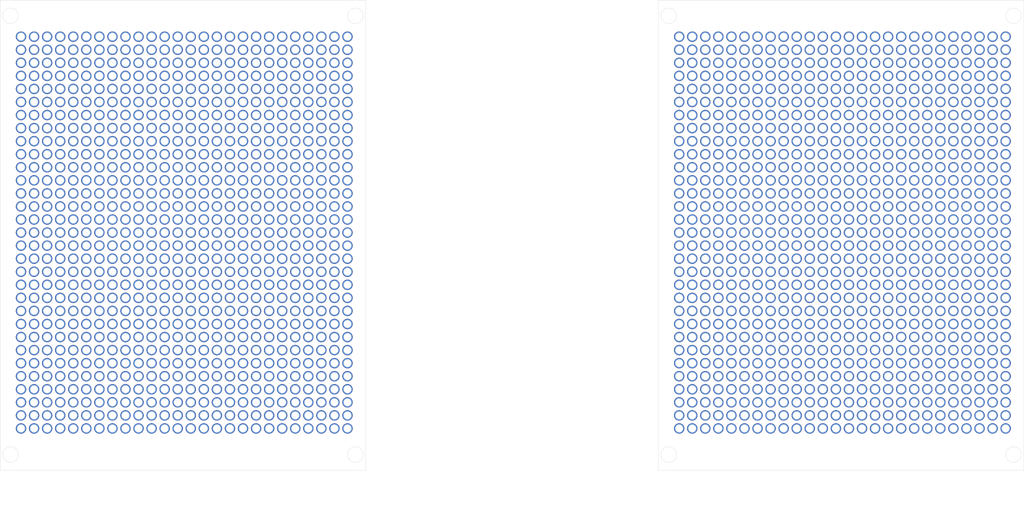
<source format=kicad_pcb>
(kicad_pcb (version 20171130) (host pcbnew "(5.1.5-0-10_14)")

  (general
    (thickness 1.6)
    (drawings 18)
    (tracks 1612)
    (zones 0)
    (modules 0)
    (nets 1)
  )

  (page A4)
  (title_block
    (title "Night clock")
    (date 2020-04-11)
    (rev 1)
    (company Džejky)
  )

  (layers
    (0 F.Cu signal)
    (31 B.Cu signal)
    (37 F.SilkS user)
    (38 B.Mask user)
    (39 F.Mask user)
    (40 Dwgs.User user)
    (44 Edge.Cuts user)
    (45 Margin user)
    (46 B.CrtYd user)
    (47 F.CrtYd user)
  )

  (setup
    (last_trace_width 1)
    (trace_clearance 0.5)
    (zone_clearance 0.508)
    (zone_45_only no)
    (trace_min 1)
    (via_size 2)
    (via_drill 1.5)
    (via_min_size 2)
    (via_min_drill 1.5)
    (uvia_size 0.3)
    (uvia_drill 0.1)
    (uvias_allowed no)
    (uvia_min_size 0.2)
    (uvia_min_drill 0.1)
    (edge_width 0.05)
    (segment_width 0.2)
    (pcb_text_width 0.3)
    (pcb_text_size 1.5 1.5)
    (mod_edge_width 0.12)
    (mod_text_size 1 1)
    (mod_text_width 0.15)
    (pad_size 1.524 1.524)
    (pad_drill 0.762)
    (pad_to_mask_clearance 0.051)
    (solder_mask_min_width 0.25)
    (aux_axis_origin 0 0)
    (visible_elements FFFFFF7F)
    (pcbplotparams
      (layerselection 0x010fc_ffffffff)
      (usegerberextensions false)
      (usegerberattributes false)
      (usegerberadvancedattributes false)
      (creategerberjobfile false)
      (excludeedgelayer true)
      (linewidth 0.100000)
      (plotframeref false)
      (viasonmask false)
      (mode 1)
      (useauxorigin false)
      (hpglpennumber 1)
      (hpglpenspeed 20)
      (hpglpendiameter 15.000000)
      (psnegative false)
      (psa4output false)
      (plotreference true)
      (plotvalue true)
      (plotinvisibletext false)
      (padsonsilk false)
      (subtractmaskfromsilk false)
      (outputformat 1)
      (mirror false)
      (drillshape 1)
      (scaleselection 1)
      (outputdirectory ""))
  )

  (net 0 "")

  (net_class Default "This is the default net class."
    (clearance 0.5)
    (trace_width 1)
    (via_dia 2)
    (via_drill 1.5)
    (uvia_dia 0.3)
    (uvia_drill 0.1)
    (diff_pair_width 1)
    (diff_pair_gap 0.5)
  )

  (gr_text "Vias:\n2 mm\n1.5 mm hole\n\nDistance:\n2.5 mm between vias" (at 175.5 141) (layer Dwgs.User) (tstamp 5E92BDB5)
    (effects (font (size 1 1) (thickness 0.15)) (justify left))
  )
  (gr_text "Vias:\n2 mm\n1.5 mm hole\n\nDistance:\n2.5 mm between vias" (at 49.5 141) (layer Dwgs.User)
    (effects (font (size 1 1) (thickness 0.15)) (justify left))
  )
  (gr_circle (center 242 132) (end 243.5 132) (layer Edge.Cuts) (width 0.05) (tstamp 5E92A260))
  (gr_line (start 174 135) (end 244 135) (layer Edge.Cuts) (width 0.05) (tstamp 5E92A25F))
  (gr_line (start 244 45) (end 174 45) (layer Edge.Cuts) (width 0.05) (tstamp 5E92A25E))
  (gr_circle (center 176 48) (end 177.5 48) (layer Edge.Cuts) (width 0.05) (tstamp 5E92A25D))
  (gr_line (start 174 45) (end 174 135) (layer Edge.Cuts) (width 0.05) (tstamp 5E92A25C))
  (gr_line (start 244 135) (end 244 45) (layer Edge.Cuts) (width 0.05) (tstamp 5E92A25B))
  (gr_circle (center 176 132) (end 177.5 132) (layer Edge.Cuts) (width 0.05) (tstamp 5E92A25A))
  (gr_circle (center 242 48) (end 243.5 48) (layer Edge.Cuts) (width 0.05) (tstamp 5E92A259))
  (gr_circle (center 50 48) (end 51.5 48) (layer Edge.Cuts) (width 0.05) (tstamp 5E922B63))
  (gr_circle (center 116 48) (end 117.5 48) (layer Edge.Cuts) (width 0.05) (tstamp 5E922B58))
  (gr_circle (center 116 132) (end 117.5 132) (layer Edge.Cuts) (width 0.05) (tstamp 5E922B53))
  (gr_circle (center 50 132) (end 51.5 132) (layer Edge.Cuts) (width 0.05))
  (gr_line (start 48 45) (end 48 135) (layer Edge.Cuts) (width 0.05) (tstamp 5E922AAA))
  (gr_line (start 118 45) (end 48 45) (layer Edge.Cuts) (width 0.05))
  (gr_line (start 118 135) (end 118 45) (layer Edge.Cuts) (width 0.05))
  (gr_line (start 48 135) (end 118 135) (layer Edge.Cuts) (width 0.05))

  (via (at 54.5 52) (size 2) (drill 1.5) (layers F.Cu B.Cu) (net 0) (tstamp 5E92898D))
  (via (at 57 52) (size 2) (drill 1.5) (layers F.Cu B.Cu) (net 0) (tstamp 5E92898F))
  (via (at 59.5 52) (size 2) (drill 1.5) (layers F.Cu B.Cu) (net 0) (tstamp 5E928991))
  (via (at 62 52) (size 2) (drill 1.5) (layers F.Cu B.Cu) (net 0) (tstamp 5E928993))
  (via (at 64.5 52) (size 2) (drill 1.5) (layers F.Cu B.Cu) (net 0) (tstamp 5E928995))
  (via (at 67 52) (size 2) (drill 1.5) (layers F.Cu B.Cu) (net 0) (tstamp 5E928997))
  (via (at 69.5 52) (size 2) (drill 1.5) (layers F.Cu B.Cu) (net 0) (tstamp 5E928999))
  (via (at 72 52) (size 2) (drill 1.5) (layers F.Cu B.Cu) (net 0) (tstamp 5E92899B))
  (via (at 74.5 52) (size 2) (drill 1.5) (layers F.Cu B.Cu) (net 0) (tstamp 5E92899D))
  (via (at 77 52) (size 2) (drill 1.5) (layers F.Cu B.Cu) (net 0) (tstamp 5E92899F))
  (via (at 79.5 52) (size 2) (drill 1.5) (layers F.Cu B.Cu) (net 0) (tstamp 5E9289A1))
  (via (at 82 52) (size 2) (drill 1.5) (layers F.Cu B.Cu) (net 0) (tstamp 5E9289A3))
  (via (at 84.5 52) (size 2) (drill 1.5) (layers F.Cu B.Cu) (net 0) (tstamp 5E9289A5))
  (via (at 87 52) (size 2) (drill 1.5) (layers F.Cu B.Cu) (net 0) (tstamp 5E9289A7))
  (via (at 89.5 52) (size 2) (drill 1.5) (layers F.Cu B.Cu) (net 0) (tstamp 5E9289A9))
  (via (at 92 52) (size 2) (drill 1.5) (layers F.Cu B.Cu) (net 0) (tstamp 5E9289AB))
  (via (at 94.5 52) (size 2) (drill 1.5) (layers F.Cu B.Cu) (net 0) (tstamp 5E9289AD))
  (via (at 97 52) (size 2) (drill 1.5) (layers F.Cu B.Cu) (net 0) (tstamp 5E9289AF))
  (via (at 99.5 52) (size 2) (drill 1.5) (layers F.Cu B.Cu) (net 0) (tstamp 5E9289B1))
  (via (at 102 52) (size 2) (drill 1.5) (layers F.Cu B.Cu) (net 0) (tstamp 5E9289B3))
  (via (at 104.5 52) (size 2) (drill 1.5) (layers F.Cu B.Cu) (net 0) (tstamp 5E9289B5))
  (via (at 107 52) (size 2) (drill 1.5) (layers F.Cu B.Cu) (net 0) (tstamp 5E9289B7))
  (via (at 109.5 52) (size 2) (drill 1.5) (layers F.Cu B.Cu) (net 0) (tstamp 5E9289B9))
  (via (at 112 52) (size 2) (drill 1.5) (layers F.Cu B.Cu) (net 0) (tstamp 5E9289BB))
  (via (at 114.5 52) (size 2) (drill 1.5) (layers F.Cu B.Cu) (net 0) (tstamp 5E9289BD))
  (via (at 52 54.5) (size 2) (drill 1.5) (layers F.Cu B.Cu) (net 0) (tstamp 5E92969F))
  (via (at 54.5 54.5) (size 2) (drill 1.5) (layers F.Cu B.Cu) (net 0) (tstamp 5E92969C))
  (via (at 57 54.5) (size 2) (drill 1.5) (layers F.Cu B.Cu) (net 0) (tstamp 5E929699))
  (via (at 59.5 54.5) (size 2) (drill 1.5) (layers F.Cu B.Cu) (net 0) (tstamp 5E929696))
  (via (at 62 54.5) (size 2) (drill 1.5) (layers F.Cu B.Cu) (net 0) (tstamp 5E929693))
  (via (at 64.5 54.5) (size 2) (drill 1.5) (layers F.Cu B.Cu) (net 0) (tstamp 5E929690))
  (via (at 67 54.5) (size 2) (drill 1.5) (layers F.Cu B.Cu) (net 0) (tstamp 5E92968D))
  (via (at 69.5 54.5) (size 2) (drill 1.5) (layers F.Cu B.Cu) (net 0) (tstamp 5E92968A))
  (via (at 72 54.5) (size 2) (drill 1.5) (layers F.Cu B.Cu) (net 0) (tstamp 5E929687))
  (via (at 74.5 54.5) (size 2) (drill 1.5) (layers F.Cu B.Cu) (net 0) (tstamp 5E929684))
  (via (at 77 54.5) (size 2) (drill 1.5) (layers F.Cu B.Cu) (net 0) (tstamp 5E929681))
  (via (at 79.5 54.5) (size 2) (drill 1.5) (layers F.Cu B.Cu) (net 0) (tstamp 5E92967E))
  (via (at 82 54.5) (size 2) (drill 1.5) (layers F.Cu B.Cu) (net 0) (tstamp 5E92967B))
  (via (at 84.5 54.5) (size 2) (drill 1.5) (layers F.Cu B.Cu) (net 0) (tstamp 5E929678))
  (via (at 87 54.5) (size 2) (drill 1.5) (layers F.Cu B.Cu) (net 0) (tstamp 5E929675))
  (via (at 89.5 54.5) (size 2) (drill 1.5) (layers F.Cu B.Cu) (net 0) (tstamp 5E929672))
  (via (at 92 54.5) (size 2) (drill 1.5) (layers F.Cu B.Cu) (net 0) (tstamp 5E92966F))
  (via (at 94.5 54.5) (size 2) (drill 1.5) (layers F.Cu B.Cu) (net 0) (tstamp 5E92966C))
  (via (at 97 54.5) (size 2) (drill 1.5) (layers F.Cu B.Cu) (net 0) (tstamp 5E929669))
  (via (at 99.5 54.5) (size 2) (drill 1.5) (layers F.Cu B.Cu) (net 0) (tstamp 5E929666))
  (via (at 102 54.5) (size 2) (drill 1.5) (layers F.Cu B.Cu) (net 0) (tstamp 5E929663))
  (via (at 104.5 54.5) (size 2) (drill 1.5) (layers F.Cu B.Cu) (net 0) (tstamp 5E929660))
  (via (at 107 54.5) (size 2) (drill 1.5) (layers F.Cu B.Cu) (net 0) (tstamp 5E92965D))
  (via (at 109.5 54.5) (size 2) (drill 1.5) (layers F.Cu B.Cu) (net 0) (tstamp 5E92965A))
  (via (at 112 54.5) (size 2) (drill 1.5) (layers F.Cu B.Cu) (net 0) (tstamp 5E929657))
  (via (at 114.5 54.5) (size 2) (drill 1.5) (layers F.Cu B.Cu) (net 0) (tstamp 5E929654))
  (via (at 52 57) (size 2) (drill 1.5) (layers F.Cu B.Cu) (net 0) (tstamp 5E929651))
  (via (at 54.5 57) (size 2) (drill 1.5) (layers F.Cu B.Cu) (net 0) (tstamp 5E92964E))
  (via (at 57 57) (size 2) (drill 1.5) (layers F.Cu B.Cu) (net 0) (tstamp 5E92964B))
  (via (at 59.5 57) (size 2) (drill 1.5) (layers F.Cu B.Cu) (net 0) (tstamp 5E929648))
  (via (at 62 57) (size 2) (drill 1.5) (layers F.Cu B.Cu) (net 0) (tstamp 5E929645))
  (via (at 64.5 57) (size 2) (drill 1.5) (layers F.Cu B.Cu) (net 0) (tstamp 5E929642))
  (via (at 67 57) (size 2) (drill 1.5) (layers F.Cu B.Cu) (net 0) (tstamp 5E9296A2))
  (via (at 69.5 57) (size 2) (drill 1.5) (layers F.Cu B.Cu) (net 0) (tstamp 5E92963C))
  (via (at 72 57) (size 2) (drill 1.5) (layers F.Cu B.Cu) (net 0) (tstamp 5E929639))
  (via (at 74.5 57) (size 2) (drill 1.5) (layers F.Cu B.Cu) (net 0) (tstamp 5E929636))
  (via (at 77 57) (size 2) (drill 1.5) (layers F.Cu B.Cu) (net 0) (tstamp 5E929633))
  (via (at 79.5 57) (size 2) (drill 1.5) (layers F.Cu B.Cu) (net 0) (tstamp 5E929630))
  (via (at 82 57) (size 2) (drill 1.5) (layers F.Cu B.Cu) (net 0) (tstamp 5E92962D))
  (via (at 84.5 57) (size 2) (drill 1.5) (layers F.Cu B.Cu) (net 0) (tstamp 5E92962A))
  (via (at 87 57) (size 2) (drill 1.5) (layers F.Cu B.Cu) (net 0) (tstamp 5E929627))
  (via (at 89.5 57) (size 2) (drill 1.5) (layers F.Cu B.Cu) (net 0) (tstamp 5E929624))
  (via (at 92 57) (size 2) (drill 1.5) (layers F.Cu B.Cu) (net 0) (tstamp 5E929621))
  (via (at 94.5 57) (size 2) (drill 1.5) (layers F.Cu B.Cu) (net 0) (tstamp 5E92961B))
  (via (at 97 57) (size 2) (drill 1.5) (layers F.Cu B.Cu) (net 0) (tstamp 5E929618))
  (via (at 99.5 57) (size 2) (drill 1.5) (layers F.Cu B.Cu) (net 0) (tstamp 5E92961E))
  (via (at 102 57) (size 2) (drill 1.5) (layers F.Cu B.Cu) (net 0) (tstamp 5E929615))
  (via (at 104.5 57) (size 2) (drill 1.5) (layers F.Cu B.Cu) (net 0) (tstamp 5E92963F))
  (via (at 107 57) (size 2) (drill 1.5) (layers F.Cu B.Cu) (net 0) (tstamp 5E929612))
  (via (at 109.5 57) (size 2) (drill 1.5) (layers F.Cu B.Cu) (net 0) (tstamp 5E92960F))
  (via (at 112 57) (size 2) (drill 1.5) (layers F.Cu B.Cu) (net 0) (tstamp 5E92960C))
  (via (at 114.5 57) (size 2) (drill 1.5) (layers F.Cu B.Cu) (net 0) (tstamp 5E929609))
  (via (at 52 59.5) (size 2) (drill 1.5) (layers F.Cu B.Cu) (net 0) (tstamp 5E929606))
  (via (at 54.5 59.5) (size 2) (drill 1.5) (layers F.Cu B.Cu) (net 0) (tstamp 5E929603))
  (via (at 57 59.5) (size 2) (drill 1.5) (layers F.Cu B.Cu) (net 0) (tstamp 5E929600))
  (via (at 59.5 59.5) (size 2) (drill 1.5) (layers F.Cu B.Cu) (net 0) (tstamp 5E9295FD))
  (via (at 62 59.5) (size 2) (drill 1.5) (layers F.Cu B.Cu) (net 0) (tstamp 5E9295FA))
  (via (at 64.5 59.5) (size 2) (drill 1.5) (layers F.Cu B.Cu) (net 0) (tstamp 5E9295F7))
  (via (at 67 59.5) (size 2) (drill 1.5) (layers F.Cu B.Cu) (net 0) (tstamp 5E9295F4))
  (via (at 69.5 59.5) (size 2) (drill 1.5) (layers F.Cu B.Cu) (net 0) (tstamp 5E9295F1))
  (via (at 72 59.5) (size 2) (drill 1.5) (layers F.Cu B.Cu) (net 0) (tstamp 5E9295EE))
  (via (at 74.5 59.5) (size 2) (drill 1.5) (layers F.Cu B.Cu) (net 0) (tstamp 5E9295EB))
  (via (at 77 59.5) (size 2) (drill 1.5) (layers F.Cu B.Cu) (net 0) (tstamp 5E9295E8))
  (via (at 79.5 59.5) (size 2) (drill 1.5) (layers F.Cu B.Cu) (net 0) (tstamp 5E9295E5))
  (via (at 82 59.5) (size 2) (drill 1.5) (layers F.Cu B.Cu) (net 0) (tstamp 5E9295E2))
  (via (at 84.5 59.5) (size 2) (drill 1.5) (layers F.Cu B.Cu) (net 0) (tstamp 5E9295DF))
  (via (at 87 59.5) (size 2) (drill 1.5) (layers F.Cu B.Cu) (net 0) (tstamp 5E9295DC))
  (via (at 89.5 59.5) (size 2) (drill 1.5) (layers F.Cu B.Cu) (net 0) (tstamp 5E9295D9))
  (via (at 92 59.5) (size 2) (drill 1.5) (layers F.Cu B.Cu) (net 0) (tstamp 5E9295D6))
  (via (at 94.5 59.5) (size 2) (drill 1.5) (layers F.Cu B.Cu) (net 0) (tstamp 5E9295D3))
  (via (at 97 59.5) (size 2) (drill 1.5) (layers F.Cu B.Cu) (net 0) (tstamp 5E9295D0))
  (via (at 99.5 59.5) (size 2) (drill 1.5) (layers F.Cu B.Cu) (net 0) (tstamp 5E9295CD))
  (via (at 102 59.5) (size 2) (drill 1.5) (layers F.Cu B.Cu) (net 0) (tstamp 5E9295CA))
  (via (at 104.5 59.5) (size 2) (drill 1.5) (layers F.Cu B.Cu) (net 0) (tstamp 5E9295C7))
  (via (at 107 59.5) (size 2) (drill 1.5) (layers F.Cu B.Cu) (net 0) (tstamp 5E9295C4))
  (via (at 109.5 59.5) (size 2) (drill 1.5) (layers F.Cu B.Cu) (net 0) (tstamp 5E9295C1))
  (via (at 112 59.5) (size 2) (drill 1.5) (layers F.Cu B.Cu) (net 0) (tstamp 5E9295BB))
  (via (at 114.5 59.5) (size 2) (drill 1.5) (layers F.Cu B.Cu) (net 0) (tstamp 5E9295B8))
  (via (at 52 62) (size 2) (drill 1.5) (layers F.Cu B.Cu) (net 0) (tstamp 5E9295B5))
  (via (at 54.5 62) (size 2) (drill 1.5) (layers F.Cu B.Cu) (net 0) (tstamp 5E9295B2))
  (via (at 57 62) (size 2) (drill 1.5) (layers F.Cu B.Cu) (net 0) (tstamp 5E9295AF))
  (via (at 59.5 62) (size 2) (drill 1.5) (layers F.Cu B.Cu) (net 0) (tstamp 5E9295AC))
  (via (at 62 62) (size 2) (drill 1.5) (layers F.Cu B.Cu) (net 0) (tstamp 5E9295A9))
  (via (at 64.5 62) (size 2) (drill 1.5) (layers F.Cu B.Cu) (net 0) (tstamp 5E9295A6))
  (via (at 67 62) (size 2) (drill 1.5) (layers F.Cu B.Cu) (net 0) (tstamp 5E9295A3))
  (via (at 69.5 62) (size 2) (drill 1.5) (layers F.Cu B.Cu) (net 0) (tstamp 5E9295A0))
  (via (at 72 62) (size 2) (drill 1.5) (layers F.Cu B.Cu) (net 0) (tstamp 5E92959D))
  (via (at 74.5 62) (size 2) (drill 1.5) (layers F.Cu B.Cu) (net 0) (tstamp 5E9295BE))
  (via (at 77 62) (size 2) (drill 1.5) (layers F.Cu B.Cu) (net 0) (tstamp 5E92959A))
  (via (at 79.5 62) (size 2) (drill 1.5) (layers F.Cu B.Cu) (net 0) (tstamp 5E929594))
  (via (at 82 62) (size 2) (drill 1.5) (layers F.Cu B.Cu) (net 0) (tstamp 5E929591))
  (via (at 84.5 62) (size 2) (drill 1.5) (layers F.Cu B.Cu) (net 0) (tstamp 5E929597))
  (via (at 87 62) (size 2) (drill 1.5) (layers F.Cu B.Cu) (net 0) (tstamp 5E92958B))
  (via (at 89.5 62) (size 2) (drill 1.5) (layers F.Cu B.Cu) (net 0) (tstamp 5E92958E))
  (via (at 92 62) (size 2) (drill 1.5) (layers F.Cu B.Cu) (net 0) (tstamp 5E929588))
  (via (at 94.5 62) (size 2) (drill 1.5) (layers F.Cu B.Cu) (net 0) (tstamp 5E929585))
  (via (at 97 62) (size 2) (drill 1.5) (layers F.Cu B.Cu) (net 0) (tstamp 5E929582))
  (via (at 99.5 62) (size 2) (drill 1.5) (layers F.Cu B.Cu) (net 0) (tstamp 5E92957F))
  (via (at 102 62) (size 2) (drill 1.5) (layers F.Cu B.Cu) (net 0) (tstamp 5E92957C))
  (via (at 104.5 62) (size 2) (drill 1.5) (layers F.Cu B.Cu) (net 0) (tstamp 5E929579))
  (via (at 107 62) (size 2) (drill 1.5) (layers F.Cu B.Cu) (net 0) (tstamp 5E929576))
  (via (at 109.5 62) (size 2) (drill 1.5) (layers F.Cu B.Cu) (net 0) (tstamp 5E929573))
  (via (at 112 62) (size 2) (drill 1.5) (layers F.Cu B.Cu) (net 0) (tstamp 5E929570))
  (via (at 114.5 62) (size 2) (drill 1.5) (layers F.Cu B.Cu) (net 0) (tstamp 5E92956D))
  (via (at 52 64.5) (size 2) (drill 1.5) (layers F.Cu B.Cu) (net 0) (tstamp 5E92956A))
  (via (at 54.5 64.5) (size 2) (drill 1.5) (layers F.Cu B.Cu) (net 0) (tstamp 5E929567))
  (via (at 57 64.5) (size 2) (drill 1.5) (layers F.Cu B.Cu) (net 0) (tstamp 5E929564))
  (via (at 59.5 64.5) (size 2) (drill 1.5) (layers F.Cu B.Cu) (net 0) (tstamp 5E929561))
  (via (at 62 64.5) (size 2) (drill 1.5) (layers F.Cu B.Cu) (net 0) (tstamp 5E92955E))
  (via (at 64.5 64.5) (size 2) (drill 1.5) (layers F.Cu B.Cu) (net 0) (tstamp 5E92955B))
  (via (at 67 64.5) (size 2) (drill 1.5) (layers F.Cu B.Cu) (net 0) (tstamp 5E929558))
  (via (at 69.5 64.5) (size 2) (drill 1.5) (layers F.Cu B.Cu) (net 0) (tstamp 5E929555))
  (via (at 72 64.5) (size 2) (drill 1.5) (layers F.Cu B.Cu) (net 0) (tstamp 5E929552))
  (via (at 74.5 64.5) (size 2) (drill 1.5) (layers F.Cu B.Cu) (net 0) (tstamp 5E92954F))
  (via (at 77 64.5) (size 2) (drill 1.5) (layers F.Cu B.Cu) (net 0) (tstamp 5E92954C))
  (via (at 79.5 64.5) (size 2) (drill 1.5) (layers F.Cu B.Cu) (net 0) (tstamp 5E929549))
  (via (at 82 64.5) (size 2) (drill 1.5) (layers F.Cu B.Cu) (net 0) (tstamp 5E929546))
  (via (at 84.5 64.5) (size 2) (drill 1.5) (layers F.Cu B.Cu) (net 0) (tstamp 5E929543))
  (via (at 87 64.5) (size 2) (drill 1.5) (layers F.Cu B.Cu) (net 0) (tstamp 5E929540))
  (via (at 89.5 64.5) (size 2) (drill 1.5) (layers F.Cu B.Cu) (net 0) (tstamp 5E92953D))
  (via (at 92 64.5) (size 2) (drill 1.5) (layers F.Cu B.Cu) (net 0) (tstamp 5E92953A))
  (via (at 94.5 64.5) (size 2) (drill 1.5) (layers F.Cu B.Cu) (net 0) (tstamp 5E929537))
  (via (at 97 64.5) (size 2) (drill 1.5) (layers F.Cu B.Cu) (net 0) (tstamp 5E929534))
  (via (at 99.5 64.5) (size 2) (drill 1.5) (layers F.Cu B.Cu) (net 0) (tstamp 5E929531))
  (via (at 102 64.5) (size 2) (drill 1.5) (layers F.Cu B.Cu) (net 0) (tstamp 5E92952E))
  (via (at 104.5 64.5) (size 2) (drill 1.5) (layers F.Cu B.Cu) (net 0) (tstamp 5E92952B))
  (via (at 107 64.5) (size 2) (drill 1.5) (layers F.Cu B.Cu) (net 0) (tstamp 5E929528))
  (via (at 109.5 64.5) (size 2) (drill 1.5) (layers F.Cu B.Cu) (net 0) (tstamp 5E929525))
  (via (at 112 64.5) (size 2) (drill 1.5) (layers F.Cu B.Cu) (net 0) (tstamp 5E929522))
  (via (at 114.5 64.5) (size 2) (drill 1.5) (layers F.Cu B.Cu) (net 0) (tstamp 5E92951F))
  (via (at 52 67) (size 2) (drill 1.5) (layers F.Cu B.Cu) (net 0) (tstamp 5E92951C))
  (via (at 54.5 67) (size 2) (drill 1.5) (layers F.Cu B.Cu) (net 0) (tstamp 5E929519))
  (via (at 57 67) (size 2) (drill 1.5) (layers F.Cu B.Cu) (net 0) (tstamp 5E929516))
  (via (at 59.5 67) (size 2) (drill 1.5) (layers F.Cu B.Cu) (net 0) (tstamp 5E929513))
  (via (at 62 67) (size 2) (drill 1.5) (layers F.Cu B.Cu) (net 0) (tstamp 5E929510))
  (via (at 64.5 67) (size 2) (drill 1.5) (layers F.Cu B.Cu) (net 0) (tstamp 5E92950D))
  (via (at 67 67) (size 2) (drill 1.5) (layers F.Cu B.Cu) (net 0) (tstamp 5E92950A))
  (via (at 69.5 67) (size 2) (drill 1.5) (layers F.Cu B.Cu) (net 0) (tstamp 5E929507))
  (via (at 72 67) (size 2) (drill 1.5) (layers F.Cu B.Cu) (net 0) (tstamp 5E929504))
  (via (at 74.5 67) (size 2) (drill 1.5) (layers F.Cu B.Cu) (net 0) (tstamp 5E929501))
  (via (at 77 67) (size 2) (drill 1.5) (layers F.Cu B.Cu) (net 0) (tstamp 5E9294FE))
  (via (at 79.5 67) (size 2) (drill 1.5) (layers F.Cu B.Cu) (net 0) (tstamp 5E9294FB))
  (via (at 82 67) (size 2) (drill 1.5) (layers F.Cu B.Cu) (net 0) (tstamp 5E9294F8))
  (via (at 84.5 67) (size 2) (drill 1.5) (layers F.Cu B.Cu) (net 0) (tstamp 5E9294F5))
  (via (at 87 67) (size 2) (drill 1.5) (layers F.Cu B.Cu) (net 0) (tstamp 5E9294F2))
  (via (at 89.5 67) (size 2) (drill 1.5) (layers F.Cu B.Cu) (net 0) (tstamp 5E9294EF))
  (via (at 92 67) (size 2) (drill 1.5) (layers F.Cu B.Cu) (net 0) (tstamp 5E9294EC))
  (via (at 94.5 67) (size 2) (drill 1.5) (layers F.Cu B.Cu) (net 0) (tstamp 5E9294E9))
  (via (at 97 67) (size 2) (drill 1.5) (layers F.Cu B.Cu) (net 0) (tstamp 5E9294E6))
  (via (at 99.5 67) (size 2) (drill 1.5) (layers F.Cu B.Cu) (net 0) (tstamp 5E9294E3))
  (via (at 102 67) (size 2) (drill 1.5) (layers F.Cu B.Cu) (net 0) (tstamp 5E9294E0))
  (via (at 104.5 67) (size 2) (drill 1.5) (layers F.Cu B.Cu) (net 0) (tstamp 5E9294DD))
  (via (at 107 67) (size 2) (drill 1.5) (layers F.Cu B.Cu) (net 0) (tstamp 5E9294DA))
  (via (at 109.5 67) (size 2) (drill 1.5) (layers F.Cu B.Cu) (net 0) (tstamp 5E9294D7))
  (via (at 112 67) (size 2) (drill 1.5) (layers F.Cu B.Cu) (net 0) (tstamp 5E9294D4))
  (via (at 114.5 67) (size 2) (drill 1.5) (layers F.Cu B.Cu) (net 0) (tstamp 5E9294D1))
  (via (at 52 69.5) (size 2) (drill 1.5) (layers F.Cu B.Cu) (net 0) (tstamp 5E9294CE))
  (via (at 54.5 69.5) (size 2) (drill 1.5) (layers F.Cu B.Cu) (net 0) (tstamp 5E9294CB))
  (via (at 57 69.5) (size 2) (drill 1.5) (layers F.Cu B.Cu) (net 0) (tstamp 5E9294C8))
  (via (at 59.5 69.5) (size 2) (drill 1.5) (layers F.Cu B.Cu) (net 0) (tstamp 5E9294C5))
  (via (at 62 69.5) (size 2) (drill 1.5) (layers F.Cu B.Cu) (net 0) (tstamp 5E9294C2))
  (via (at 64.5 69.5) (size 2) (drill 1.5) (layers F.Cu B.Cu) (net 0) (tstamp 5E9294BF))
  (via (at 67 69.5) (size 2) (drill 1.5) (layers F.Cu B.Cu) (net 0) (tstamp 5E9294BC))
  (via (at 69.5 69.5) (size 2) (drill 1.5) (layers F.Cu B.Cu) (net 0) (tstamp 5E9294B9))
  (via (at 72 69.5) (size 2) (drill 1.5) (layers F.Cu B.Cu) (net 0) (tstamp 5E9294B6))
  (via (at 74.5 69.5) (size 2) (drill 1.5) (layers F.Cu B.Cu) (net 0) (tstamp 5E9294B3))
  (via (at 77 69.5) (size 2) (drill 1.5) (layers F.Cu B.Cu) (net 0) (tstamp 5E9294B0))
  (via (at 79.5 69.5) (size 2) (drill 1.5) (layers F.Cu B.Cu) (net 0) (tstamp 5E9294AD))
  (via (at 82 69.5) (size 2) (drill 1.5) (layers F.Cu B.Cu) (net 0) (tstamp 5E9294AA))
  (via (at 84.5 69.5) (size 2) (drill 1.5) (layers F.Cu B.Cu) (net 0) (tstamp 5E9294A7))
  (via (at 87 69.5) (size 2) (drill 1.5) (layers F.Cu B.Cu) (net 0) (tstamp 5E9294A4))
  (via (at 89.5 69.5) (size 2) (drill 1.5) (layers F.Cu B.Cu) (net 0) (tstamp 5E9294A1))
  (via (at 92 69.5) (size 2) (drill 1.5) (layers F.Cu B.Cu) (net 0) (tstamp 5E92949E))
  (via (at 94.5 69.5) (size 2) (drill 1.5) (layers F.Cu B.Cu) (net 0) (tstamp 5E92949B))
  (via (at 97 69.5) (size 2) (drill 1.5) (layers F.Cu B.Cu) (net 0) (tstamp 5E929498))
  (via (at 99.5 69.5) (size 2) (drill 1.5) (layers F.Cu B.Cu) (net 0) (tstamp 5E929495))
  (via (at 102 69.5) (size 2) (drill 1.5) (layers F.Cu B.Cu) (net 0) (tstamp 5E929492))
  (via (at 104.5 69.5) (size 2) (drill 1.5) (layers F.Cu B.Cu) (net 0) (tstamp 5E92948F))
  (via (at 107 69.5) (size 2) (drill 1.5) (layers F.Cu B.Cu) (net 0) (tstamp 5E92948C))
  (via (at 109.5 69.5) (size 2) (drill 1.5) (layers F.Cu B.Cu) (net 0) (tstamp 5E929489))
  (via (at 112 69.5) (size 2) (drill 1.5) (layers F.Cu B.Cu) (net 0) (tstamp 5E929486))
  (via (at 114.5 69.5) (size 2) (drill 1.5) (layers F.Cu B.Cu) (net 0) (tstamp 5E929483))
  (via (at 52 72) (size 2) (drill 1.5) (layers F.Cu B.Cu) (net 0) (tstamp 5E929480))
  (via (at 54.5 72) (size 2) (drill 1.5) (layers F.Cu B.Cu) (net 0) (tstamp 5E92947D))
  (via (at 57 72) (size 2) (drill 1.5) (layers F.Cu B.Cu) (net 0) (tstamp 5E92947A))
  (via (at 59.5 72) (size 2) (drill 1.5) (layers F.Cu B.Cu) (net 0) (tstamp 5E929477))
  (via (at 62 72) (size 2) (drill 1.5) (layers F.Cu B.Cu) (net 0) (tstamp 5E929474))
  (via (at 64.5 72) (size 2) (drill 1.5) (layers F.Cu B.Cu) (net 0) (tstamp 5E929471))
  (via (at 67 72) (size 2) (drill 1.5) (layers F.Cu B.Cu) (net 0) (tstamp 5E92946E))
  (via (at 69.5 72) (size 2) (drill 1.5) (layers F.Cu B.Cu) (net 0) (tstamp 5E92946B))
  (via (at 72 72) (size 2) (drill 1.5) (layers F.Cu B.Cu) (net 0) (tstamp 5E929468))
  (via (at 74.5 72) (size 2) (drill 1.5) (layers F.Cu B.Cu) (net 0) (tstamp 5E929465))
  (via (at 77 72) (size 2) (drill 1.5) (layers F.Cu B.Cu) (net 0) (tstamp 5E929462))
  (via (at 79.5 72) (size 2) (drill 1.5) (layers F.Cu B.Cu) (net 0) (tstamp 5E92945F))
  (via (at 82 72) (size 2) (drill 1.5) (layers F.Cu B.Cu) (net 0) (tstamp 5E92945C))
  (via (at 84.5 72) (size 2) (drill 1.5) (layers F.Cu B.Cu) (net 0) (tstamp 5E929459))
  (via (at 87 72) (size 2) (drill 1.5) (layers F.Cu B.Cu) (net 0) (tstamp 5E929456))
  (via (at 89.5 72) (size 2) (drill 1.5) (layers F.Cu B.Cu) (net 0) (tstamp 5E929453))
  (via (at 92 72) (size 2) (drill 1.5) (layers F.Cu B.Cu) (net 0) (tstamp 5E929450))
  (via (at 94.5 72) (size 2) (drill 1.5) (layers F.Cu B.Cu) (net 0) (tstamp 5E92944D))
  (via (at 97 72) (size 2) (drill 1.5) (layers F.Cu B.Cu) (net 0) (tstamp 5E92944A))
  (via (at 99.5 72) (size 2) (drill 1.5) (layers F.Cu B.Cu) (net 0) (tstamp 5E929447))
  (via (at 102 72) (size 2) (drill 1.5) (layers F.Cu B.Cu) (net 0) (tstamp 5E929444))
  (via (at 104.5 72) (size 2) (drill 1.5) (layers F.Cu B.Cu) (net 0) (tstamp 5E929441))
  (via (at 107 72) (size 2) (drill 1.5) (layers F.Cu B.Cu) (net 0) (tstamp 5E92943E))
  (via (at 109.5 72) (size 2) (drill 1.5) (layers F.Cu B.Cu) (net 0) (tstamp 5E92943B))
  (via (at 112 72) (size 2) (drill 1.5) (layers F.Cu B.Cu) (net 0) (tstamp 5E929438))
  (via (at 114.5 72) (size 2) (drill 1.5) (layers F.Cu B.Cu) (net 0) (tstamp 5E929AC5))
  (via (at 52 74.5) (size 2) (drill 1.5) (layers F.Cu B.Cu) (net 0) (tstamp 5E929AC2))
  (via (at 54.5 74.5) (size 2) (drill 1.5) (layers F.Cu B.Cu) (net 0) (tstamp 5E929ABF))
  (via (at 57 74.5) (size 2) (drill 1.5) (layers F.Cu B.Cu) (net 0) (tstamp 5E929ABC))
  (via (at 59.5 74.5) (size 2) (drill 1.5) (layers F.Cu B.Cu) (net 0) (tstamp 5E929AB9))
  (via (at 62 74.5) (size 2) (drill 1.5) (layers F.Cu B.Cu) (net 0) (tstamp 5E929AB6))
  (via (at 64.5 74.5) (size 2) (drill 1.5) (layers F.Cu B.Cu) (net 0) (tstamp 5E929AB3))
  (via (at 67 74.5) (size 2) (drill 1.5) (layers F.Cu B.Cu) (net 0) (tstamp 5E929AB0))
  (via (at 69.5 74.5) (size 2) (drill 1.5) (layers F.Cu B.Cu) (net 0) (tstamp 5E929AAD))
  (via (at 72 74.5) (size 2) (drill 1.5) (layers F.Cu B.Cu) (net 0) (tstamp 5E929AAA))
  (via (at 74.5 74.5) (size 2) (drill 1.5) (layers F.Cu B.Cu) (net 0) (tstamp 5E929AA7))
  (via (at 77 74.5) (size 2) (drill 1.5) (layers F.Cu B.Cu) (net 0) (tstamp 5E929AA4))
  (via (at 79.5 74.5) (size 2) (drill 1.5) (layers F.Cu B.Cu) (net 0) (tstamp 5E929AA1))
  (via (at 82 74.5) (size 2) (drill 1.5) (layers F.Cu B.Cu) (net 0) (tstamp 5E929A9E))
  (via (at 84.5 74.5) (size 2) (drill 1.5) (layers F.Cu B.Cu) (net 0) (tstamp 5E929A9B))
  (via (at 87 74.5) (size 2) (drill 1.5) (layers F.Cu B.Cu) (net 0) (tstamp 5E929A98))
  (via (at 89.5 74.5) (size 2) (drill 1.5) (layers F.Cu B.Cu) (net 0) (tstamp 5E929A95))
  (via (at 92 74.5) (size 2) (drill 1.5) (layers F.Cu B.Cu) (net 0) (tstamp 5E929A92))
  (via (at 94.5 74.5) (size 2) (drill 1.5) (layers F.Cu B.Cu) (net 0) (tstamp 5E929A8F))
  (via (at 97 74.5) (size 2) (drill 1.5) (layers F.Cu B.Cu) (net 0) (tstamp 5E929A8C))
  (via (at 99.5 74.5) (size 2) (drill 1.5) (layers F.Cu B.Cu) (net 0) (tstamp 5E929A89))
  (via (at 102 74.5) (size 2) (drill 1.5) (layers F.Cu B.Cu) (net 0) (tstamp 5E929A86))
  (via (at 104.5 74.5) (size 2) (drill 1.5) (layers F.Cu B.Cu) (net 0) (tstamp 5E929A83))
  (via (at 107 74.5) (size 2) (drill 1.5) (layers F.Cu B.Cu) (net 0) (tstamp 5E929A80))
  (via (at 109.5 74.5) (size 2) (drill 1.5) (layers F.Cu B.Cu) (net 0) (tstamp 5E929A7D))
  (via (at 112 74.5) (size 2) (drill 1.5) (layers F.Cu B.Cu) (net 0) (tstamp 5E929A7A))
  (via (at 114.5 74.5) (size 2) (drill 1.5) (layers F.Cu B.Cu) (net 0) (tstamp 5E929A77))
  (via (at 52 77) (size 2) (drill 1.5) (layers F.Cu B.Cu) (net 0) (tstamp 5E929A74))
  (via (at 54.5 77) (size 2) (drill 1.5) (layers F.Cu B.Cu) (net 0) (tstamp 5E929A71))
  (via (at 57 77) (size 2) (drill 1.5) (layers F.Cu B.Cu) (net 0) (tstamp 5E929A6E))
  (via (at 59.5 77) (size 2) (drill 1.5) (layers F.Cu B.Cu) (net 0) (tstamp 5E929A6B))
  (via (at 62 77) (size 2) (drill 1.5) (layers F.Cu B.Cu) (net 0) (tstamp 5E929A68))
  (via (at 64.5 77) (size 2) (drill 1.5) (layers F.Cu B.Cu) (net 0) (tstamp 5E929A65))
  (via (at 67 77) (size 2) (drill 1.5) (layers F.Cu B.Cu) (net 0) (tstamp 5E929A62))
  (via (at 69.5 77) (size 2) (drill 1.5) (layers F.Cu B.Cu) (net 0) (tstamp 5E929A5F))
  (via (at 72 77) (size 2) (drill 1.5) (layers F.Cu B.Cu) (net 0) (tstamp 5E929A5C))
  (via (at 74.5 77) (size 2) (drill 1.5) (layers F.Cu B.Cu) (net 0) (tstamp 5E929A59))
  (via (at 77 77) (size 2) (drill 1.5) (layers F.Cu B.Cu) (net 0) (tstamp 5E929A56))
  (via (at 79.5 77) (size 2) (drill 1.5) (layers F.Cu B.Cu) (net 0) (tstamp 5E929A53))
  (via (at 82 77) (size 2) (drill 1.5) (layers F.Cu B.Cu) (net 0) (tstamp 5E929A50))
  (via (at 84.5 77) (size 2) (drill 1.5) (layers F.Cu B.Cu) (net 0) (tstamp 5E929A4D))
  (via (at 87 77) (size 2) (drill 1.5) (layers F.Cu B.Cu) (net 0) (tstamp 5E929A4A))
  (via (at 89.5 77) (size 2) (drill 1.5) (layers F.Cu B.Cu) (net 0) (tstamp 5E929A47))
  (via (at 92 77) (size 2) (drill 1.5) (layers F.Cu B.Cu) (net 0) (tstamp 5E929A44))
  (via (at 94.5 77) (size 2) (drill 1.5) (layers F.Cu B.Cu) (net 0) (tstamp 5E929A41))
  (via (at 97 77) (size 2) (drill 1.5) (layers F.Cu B.Cu) (net 0) (tstamp 5E929A3E))
  (via (at 99.5 77) (size 2) (drill 1.5) (layers F.Cu B.Cu) (net 0) (tstamp 5E929A3B))
  (via (at 102 77) (size 2) (drill 1.5) (layers F.Cu B.Cu) (net 0) (tstamp 5E929A38))
  (via (at 104.5 77) (size 2) (drill 1.5) (layers F.Cu B.Cu) (net 0) (tstamp 5E929A35))
  (via (at 107 77) (size 2) (drill 1.5) (layers F.Cu B.Cu) (net 0) (tstamp 5E929A32))
  (via (at 109.5 77) (size 2) (drill 1.5) (layers F.Cu B.Cu) (net 0) (tstamp 5E929A2F))
  (via (at 112 77) (size 2) (drill 1.5) (layers F.Cu B.Cu) (net 0) (tstamp 5E929A2C))
  (via (at 114.5 77) (size 2) (drill 1.5) (layers F.Cu B.Cu) (net 0) (tstamp 5E929A29))
  (via (at 52 79.5) (size 2) (drill 1.5) (layers F.Cu B.Cu) (net 0) (tstamp 5E929A26))
  (via (at 54.5 79.5) (size 2) (drill 1.5) (layers F.Cu B.Cu) (net 0) (tstamp 5E929A23))
  (via (at 57 79.5) (size 2) (drill 1.5) (layers F.Cu B.Cu) (net 0) (tstamp 5E929A20))
  (via (at 59.5 79.5) (size 2) (drill 1.5) (layers F.Cu B.Cu) (net 0) (tstamp 5E929A1D))
  (via (at 62 79.5) (size 2) (drill 1.5) (layers F.Cu B.Cu) (net 0) (tstamp 5E929A1A))
  (via (at 64.5 79.5) (size 2) (drill 1.5) (layers F.Cu B.Cu) (net 0) (tstamp 5E929A17))
  (via (at 67 79.5) (size 2) (drill 1.5) (layers F.Cu B.Cu) (net 0) (tstamp 5E9298B2))
  (via (at 69.5 79.5) (size 2) (drill 1.5) (layers F.Cu B.Cu) (net 0) (tstamp 5E9298C1))
  (via (at 72 79.5) (size 2) (drill 1.5) (layers F.Cu B.Cu) (net 0) (tstamp 5E9298BE))
  (via (at 74.5 79.5) (size 2) (drill 1.5) (layers F.Cu B.Cu) (net 0) (tstamp 5E9298B8))
  (via (at 77 79.5) (size 2) (drill 1.5) (layers F.Cu B.Cu) (net 0) (tstamp 5E9298A6))
  (via (at 79.5 79.5) (size 2) (drill 1.5) (layers F.Cu B.Cu) (net 0) (tstamp 5E9298AF))
  (via (at 82 79.5) (size 2) (drill 1.5) (layers F.Cu B.Cu) (net 0) (tstamp 5E9298B5))
  (via (at 84.5 79.5) (size 2) (drill 1.5) (layers F.Cu B.Cu) (net 0) (tstamp 5E9298BB))
  (via (at 87 79.5) (size 2) (drill 1.5) (layers F.Cu B.Cu) (net 0) (tstamp 5E9298A9))
  (via (at 89.5 79.5) (size 2) (drill 1.5) (layers F.Cu B.Cu) (net 0) (tstamp 5E9298AC))
  (via (at 92 79.5) (size 2) (drill 1.5) (layers F.Cu B.Cu) (net 0) (tstamp 5E9298A3))
  (via (at 94.5 79.5) (size 2) (drill 1.5) (layers F.Cu B.Cu) (net 0) (tstamp 5E9298A0))
  (via (at 97 79.5) (size 2) (drill 1.5) (layers F.Cu B.Cu) (net 0) (tstamp 5E92982E))
  (via (at 99.5 79.5) (size 2) (drill 1.5) (layers F.Cu B.Cu) (net 0) (tstamp 5E929831))
  (via (at 102 79.5) (size 2) (drill 1.5) (layers F.Cu B.Cu) (net 0) (tstamp 5E929834))
  (via (at 104.5 79.5) (size 2) (drill 1.5) (layers F.Cu B.Cu) (net 0) (tstamp 5E92982B))
  (via (at 107 79.5) (size 2) (drill 1.5) (layers F.Cu B.Cu) (net 0) (tstamp 5E929828))
  (via (at 109.5 79.5) (size 2) (drill 1.5) (layers F.Cu B.Cu) (net 0) (tstamp 5E929825))
  (via (at 112 79.5) (size 2) (drill 1.5) (layers F.Cu B.Cu) (net 0) (tstamp 5E929822))
  (via (at 114.5 79.5) (size 2) (drill 1.5) (layers F.Cu B.Cu) (net 0) (tstamp 5E92981F))
  (via (at 52 82) (size 2) (drill 1.5) (layers F.Cu B.Cu) (net 0) (tstamp 5E92981C))
  (via (at 54.5 82) (size 2) (drill 1.5) (layers F.Cu B.Cu) (net 0) (tstamp 5E929819))
  (via (at 57 82) (size 2) (drill 1.5) (layers F.Cu B.Cu) (net 0) (tstamp 5E929816))
  (via (at 59.5 82) (size 2) (drill 1.5) (layers F.Cu B.Cu) (net 0) (tstamp 5E929813))
  (via (at 62 82) (size 2) (drill 1.5) (layers F.Cu B.Cu) (net 0) (tstamp 5E929810))
  (via (at 64.5 82) (size 2) (drill 1.5) (layers F.Cu B.Cu) (net 0) (tstamp 5E92980D))
  (via (at 67 82) (size 2) (drill 1.5) (layers F.Cu B.Cu) (net 0) (tstamp 5E92980A))
  (via (at 69.5 82) (size 2) (drill 1.5) (layers F.Cu B.Cu) (net 0) (tstamp 5E92989D))
  (via (at 72 82) (size 2) (drill 1.5) (layers F.Cu B.Cu) (net 0) (tstamp 5E92989A))
  (via (at 74.5 82) (size 2) (drill 1.5) (layers F.Cu B.Cu) (net 0) (tstamp 5E929897))
  (via (at 77 82) (size 2) (drill 1.5) (layers F.Cu B.Cu) (net 0) (tstamp 5E929894))
  (via (at 79.5 82) (size 2) (drill 1.5) (layers F.Cu B.Cu) (net 0) (tstamp 5E929891))
  (via (at 82 82) (size 2) (drill 1.5) (layers F.Cu B.Cu) (net 0) (tstamp 5E92988E))
  (via (at 84.5 82) (size 2) (drill 1.5) (layers F.Cu B.Cu) (net 0) (tstamp 5E92988B))
  (via (at 87 82) (size 2) (drill 1.5) (layers F.Cu B.Cu) (net 0) (tstamp 5E929888))
  (via (at 89.5 82) (size 2) (drill 1.5) (layers F.Cu B.Cu) (net 0) (tstamp 5E929885))
  (via (at 92 82) (size 2) (drill 1.5) (layers F.Cu B.Cu) (net 0) (tstamp 5E929882))
  (via (at 94.5 82) (size 2) (drill 1.5) (layers F.Cu B.Cu) (net 0) (tstamp 5E92987F))
  (via (at 97 82) (size 2) (drill 1.5) (layers F.Cu B.Cu) (net 0) (tstamp 5E92987C))
  (via (at 99.5 82) (size 2) (drill 1.5) (layers F.Cu B.Cu) (net 0) (tstamp 5E929879))
  (via (at 102 82) (size 2) (drill 1.5) (layers F.Cu B.Cu) (net 0) (tstamp 5E929876))
  (via (at 104.5 82) (size 2) (drill 1.5) (layers F.Cu B.Cu) (net 0) (tstamp 5E929873))
  (via (at 107 82) (size 2) (drill 1.5) (layers F.Cu B.Cu) (net 0) (tstamp 5E929870))
  (via (at 109.5 82) (size 2) (drill 1.5) (layers F.Cu B.Cu) (net 0) (tstamp 5E92986D))
  (via (at 112 82) (size 2) (drill 1.5) (layers F.Cu B.Cu) (net 0) (tstamp 5E92986A))
  (via (at 114.5 82) (size 2) (drill 1.5) (layers F.Cu B.Cu) (net 0) (tstamp 5E929867))
  (via (at 52 84.5) (size 2) (drill 1.5) (layers F.Cu B.Cu) (net 0) (tstamp 5E929864))
  (via (at 54.5 84.5) (size 2) (drill 1.5) (layers F.Cu B.Cu) (net 0) (tstamp 5E929861))
  (via (at 57 84.5) (size 2) (drill 1.5) (layers F.Cu B.Cu) (net 0) (tstamp 5E92985E))
  (via (at 59.5 84.5) (size 2) (drill 1.5) (layers F.Cu B.Cu) (net 0) (tstamp 5E92985B))
  (via (at 62 84.5) (size 2) (drill 1.5) (layers F.Cu B.Cu) (net 0) (tstamp 5E929858))
  (via (at 64.5 84.5) (size 2) (drill 1.5) (layers F.Cu B.Cu) (net 0) (tstamp 5E929855))
  (via (at 67 84.5) (size 2) (drill 1.5) (layers F.Cu B.Cu) (net 0) (tstamp 5E929852))
  (via (at 69.5 84.5) (size 2) (drill 1.5) (layers F.Cu B.Cu) (net 0) (tstamp 5E92984F))
  (via (at 72 84.5) (size 2) (drill 1.5) (layers F.Cu B.Cu) (net 0) (tstamp 5E92984C))
  (via (at 74.5 84.5) (size 2) (drill 1.5) (layers F.Cu B.Cu) (net 0) (tstamp 5E929849))
  (via (at 77 84.5) (size 2) (drill 1.5) (layers F.Cu B.Cu) (net 0) (tstamp 5E929846))
  (via (at 79.5 84.5) (size 2) (drill 1.5) (layers F.Cu B.Cu) (net 0) (tstamp 5E929843))
  (via (at 82 84.5) (size 2) (drill 1.5) (layers F.Cu B.Cu) (net 0) (tstamp 5E929840))
  (via (at 84.5 84.5) (size 2) (drill 1.5) (layers F.Cu B.Cu) (net 0) (tstamp 5E92983D))
  (via (at 87 84.5) (size 2) (drill 1.5) (layers F.Cu B.Cu) (net 0) (tstamp 5E92983A))
  (via (at 89.5 84.5) (size 2) (drill 1.5) (layers F.Cu B.Cu) (net 0) (tstamp 5E929837))
  (via (at 92 84.5) (size 2) (drill 1.5) (layers F.Cu B.Cu) (net 0) (tstamp 5E9296B1))
  (via (at 94.5 84.5) (size 2) (drill 1.5) (layers F.Cu B.Cu) (net 0) (tstamp 5E9296B4))
  (via (at 97 84.5) (size 2) (drill 1.5) (layers F.Cu B.Cu) (net 0) (tstamp 5E9296AE))
  (via (at 99.5 84.5) (size 2) (drill 1.5) (layers F.Cu B.Cu) (net 0) (tstamp 5E9296A8))
  (via (at 102 84.5) (size 2) (drill 1.5) (layers F.Cu B.Cu) (net 0) (tstamp 5E9296A5))
  (via (at 104.5 84.5) (size 2) (drill 1.5) (layers F.Cu B.Cu) (net 0) (tstamp 5E9296AB))
  (via (at 107 84.5) (size 2) (drill 1.5) (layers F.Cu B.Cu) (net 0) (tstamp 5E929807))
  (via (at 109.5 84.5) (size 2) (drill 1.5) (layers F.Cu B.Cu) (net 0) (tstamp 5E929804))
  (via (at 112 84.5) (size 2) (drill 1.5) (layers F.Cu B.Cu) (net 0) (tstamp 5E929801))
  (via (at 114.5 84.5) (size 2) (drill 1.5) (layers F.Cu B.Cu) (net 0) (tstamp 5E9297FE))
  (via (at 52 87) (size 2) (drill 1.5) (layers F.Cu B.Cu) (net 0) (tstamp 5E9297FB))
  (via (at 54.5 87) (size 2) (drill 1.5) (layers F.Cu B.Cu) (net 0) (tstamp 5E9297F8))
  (via (at 57 87) (size 2) (drill 1.5) (layers F.Cu B.Cu) (net 0) (tstamp 5E9297F5))
  (via (at 59.5 87) (size 2) (drill 1.5) (layers F.Cu B.Cu) (net 0) (tstamp 5E9297F2))
  (via (at 62 87) (size 2) (drill 1.5) (layers F.Cu B.Cu) (net 0) (tstamp 5E9297EF))
  (via (at 64.5 87) (size 2) (drill 1.5) (layers F.Cu B.Cu) (net 0) (tstamp 5E9297EC))
  (via (at 67 87) (size 2) (drill 1.5) (layers F.Cu B.Cu) (net 0) (tstamp 5E9297E9))
  (via (at 69.5 87) (size 2) (drill 1.5) (layers F.Cu B.Cu) (net 0) (tstamp 5E9297E6))
  (via (at 72 87) (size 2) (drill 1.5) (layers F.Cu B.Cu) (net 0) (tstamp 5E9297E3))
  (via (at 74.5 87) (size 2) (drill 1.5) (layers F.Cu B.Cu) (net 0) (tstamp 5E9297E0))
  (via (at 77 87) (size 2) (drill 1.5) (layers F.Cu B.Cu) (net 0) (tstamp 5E9297DD))
  (via (at 79.5 87) (size 2) (drill 1.5) (layers F.Cu B.Cu) (net 0) (tstamp 5E9297DA))
  (via (at 82 87) (size 2) (drill 1.5) (layers F.Cu B.Cu) (net 0) (tstamp 5E9297D7))
  (via (at 84.5 87) (size 2) (drill 1.5) (layers F.Cu B.Cu) (net 0) (tstamp 5E9297D4))
  (via (at 87 87) (size 2) (drill 1.5) (layers F.Cu B.Cu) (net 0) (tstamp 5E9297D1))
  (via (at 89.5 87) (size 2) (drill 1.5) (layers F.Cu B.Cu) (net 0) (tstamp 5E9297CE))
  (via (at 92 87) (size 2) (drill 1.5) (layers F.Cu B.Cu) (net 0) (tstamp 5E9297CB))
  (via (at 94.5 87) (size 2) (drill 1.5) (layers F.Cu B.Cu) (net 0) (tstamp 5E9297C8))
  (via (at 97 87) (size 2) (drill 1.5) (layers F.Cu B.Cu) (net 0) (tstamp 5E9297C5))
  (via (at 99.5 87) (size 2) (drill 1.5) (layers F.Cu B.Cu) (net 0) (tstamp 5E9297C2))
  (via (at 102 87) (size 2) (drill 1.5) (layers F.Cu B.Cu) (net 0) (tstamp 5E9297BF))
  (via (at 104.5 87) (size 2) (drill 1.5) (layers F.Cu B.Cu) (net 0) (tstamp 5E9297BC))
  (via (at 107 87) (size 2) (drill 1.5) (layers F.Cu B.Cu) (net 0) (tstamp 5E9297B9))
  (via (at 109.5 87) (size 2) (drill 1.5) (layers F.Cu B.Cu) (net 0) (tstamp 5E9297B6))
  (via (at 112 87) (size 2) (drill 1.5) (layers F.Cu B.Cu) (net 0) (tstamp 5E9297B3))
  (via (at 114.5 87) (size 2) (drill 1.5) (layers F.Cu B.Cu) (net 0) (tstamp 5E9297B0))
  (via (at 52 89.5) (size 2) (drill 1.5) (layers F.Cu B.Cu) (net 0) (tstamp 5E9297AD))
  (via (at 54.5 89.5) (size 2) (drill 1.5) (layers F.Cu B.Cu) (net 0) (tstamp 5E9297AA))
  (via (at 57 89.5) (size 2) (drill 1.5) (layers F.Cu B.Cu) (net 0) (tstamp 5E9297A7))
  (via (at 59.5 89.5) (size 2) (drill 1.5) (layers F.Cu B.Cu) (net 0) (tstamp 5E9297A4))
  (via (at 62 89.5) (size 2) (drill 1.5) (layers F.Cu B.Cu) (net 0) (tstamp 5E9297A1))
  (via (at 64.5 89.5) (size 2) (drill 1.5) (layers F.Cu B.Cu) (net 0) (tstamp 5E92979E))
  (via (at 67 89.5) (size 2) (drill 1.5) (layers F.Cu B.Cu) (net 0) (tstamp 5E92979B))
  (via (at 69.5 89.5) (size 2) (drill 1.5) (layers F.Cu B.Cu) (net 0) (tstamp 5E929798))
  (via (at 72 89.5) (size 2) (drill 1.5) (layers F.Cu B.Cu) (net 0) (tstamp 5E929795))
  (via (at 74.5 89.5) (size 2) (drill 1.5) (layers F.Cu B.Cu) (net 0) (tstamp 5E929792))
  (via (at 77 89.5) (size 2) (drill 1.5) (layers F.Cu B.Cu) (net 0) (tstamp 5E92978F))
  (via (at 79.5 89.5) (size 2) (drill 1.5) (layers F.Cu B.Cu) (net 0) (tstamp 5E92978C))
  (via (at 82 89.5) (size 2) (drill 1.5) (layers F.Cu B.Cu) (net 0) (tstamp 5E929789))
  (via (at 84.5 89.5) (size 2) (drill 1.5) (layers F.Cu B.Cu) (net 0) (tstamp 5E929786))
  (via (at 87 89.5) (size 2) (drill 1.5) (layers F.Cu B.Cu) (net 0) (tstamp 5E929783))
  (via (at 89.5 89.5) (size 2) (drill 1.5) (layers F.Cu B.Cu) (net 0) (tstamp 5E929780))
  (via (at 92 89.5) (size 2) (drill 1.5) (layers F.Cu B.Cu) (net 0) (tstamp 5E92977D))
  (via (at 94.5 89.5) (size 2) (drill 1.5) (layers F.Cu B.Cu) (net 0) (tstamp 5E92977A))
  (via (at 97 89.5) (size 2) (drill 1.5) (layers F.Cu B.Cu) (net 0) (tstamp 5E929777))
  (via (at 99.5 89.5) (size 2) (drill 1.5) (layers F.Cu B.Cu) (net 0) (tstamp 5E929774))
  (via (at 102 89.5) (size 2) (drill 1.5) (layers F.Cu B.Cu) (net 0) (tstamp 5E929771))
  (via (at 104.5 89.5) (size 2) (drill 1.5) (layers F.Cu B.Cu) (net 0) (tstamp 5E92976E))
  (via (at 107 89.5) (size 2) (drill 1.5) (layers F.Cu B.Cu) (net 0) (tstamp 5E92976B))
  (via (at 109.5 89.5) (size 2) (drill 1.5) (layers F.Cu B.Cu) (net 0) (tstamp 5E929768))
  (via (at 112 89.5) (size 2) (drill 1.5) (layers F.Cu B.Cu) (net 0) (tstamp 5E929765))
  (via (at 114.5 89.5) (size 2) (drill 1.5) (layers F.Cu B.Cu) (net 0) (tstamp 5E929762))
  (via (at 52 92) (size 2) (drill 1.5) (layers F.Cu B.Cu) (net 0) (tstamp 5E92975F))
  (via (at 54.5 92) (size 2) (drill 1.5) (layers F.Cu B.Cu) (net 0) (tstamp 5E92975C))
  (via (at 57 92) (size 2) (drill 1.5) (layers F.Cu B.Cu) (net 0) (tstamp 5E929759))
  (via (at 59.5 92) (size 2) (drill 1.5) (layers F.Cu B.Cu) (net 0) (tstamp 5E929756))
  (via (at 62 92) (size 2) (drill 1.5) (layers F.Cu B.Cu) (net 0) (tstamp 5E929753))
  (via (at 64.5 92) (size 2) (drill 1.5) (layers F.Cu B.Cu) (net 0) (tstamp 5E929750))
  (via (at 67 92) (size 2) (drill 1.5) (layers F.Cu B.Cu) (net 0) (tstamp 5E92974D))
  (via (at 69.5 92) (size 2) (drill 1.5) (layers F.Cu B.Cu) (net 0) (tstamp 5E92974A))
  (via (at 72 92) (size 2) (drill 1.5) (layers F.Cu B.Cu) (net 0) (tstamp 5E929747))
  (via (at 74.5 92) (size 2) (drill 1.5) (layers F.Cu B.Cu) (net 0) (tstamp 5E929744))
  (via (at 77 92) (size 2) (drill 1.5) (layers F.Cu B.Cu) (net 0) (tstamp 5E929741))
  (via (at 79.5 92) (size 2) (drill 1.5) (layers F.Cu B.Cu) (net 0) (tstamp 5E92973E))
  (via (at 82 92) (size 2) (drill 1.5) (layers F.Cu B.Cu) (net 0) (tstamp 5E92973B))
  (via (at 84.5 92) (size 2) (drill 1.5) (layers F.Cu B.Cu) (net 0) (tstamp 5E929738))
  (via (at 87 92) (size 2) (drill 1.5) (layers F.Cu B.Cu) (net 0) (tstamp 5E929735))
  (via (at 89.5 92) (size 2) (drill 1.5) (layers F.Cu B.Cu) (net 0) (tstamp 5E929732))
  (via (at 92 92) (size 2) (drill 1.5) (layers F.Cu B.Cu) (net 0) (tstamp 5E92972F))
  (via (at 94.5 92) (size 2) (drill 1.5) (layers F.Cu B.Cu) (net 0) (tstamp 5E92972C))
  (via (at 97 92) (size 2) (drill 1.5) (layers F.Cu B.Cu) (net 0) (tstamp 5E929729))
  (via (at 99.5 92) (size 2) (drill 1.5) (layers F.Cu B.Cu) (net 0) (tstamp 5E929726))
  (via (at 102 92) (size 2) (drill 1.5) (layers F.Cu B.Cu) (net 0) (tstamp 5E929723))
  (via (at 104.5 92) (size 2) (drill 1.5) (layers F.Cu B.Cu) (net 0) (tstamp 5E929720))
  (via (at 107 92) (size 2) (drill 1.5) (layers F.Cu B.Cu) (net 0) (tstamp 5E92971D))
  (via (at 109.5 92) (size 2) (drill 1.5) (layers F.Cu B.Cu) (net 0) (tstamp 5E92971A))
  (via (at 112 92) (size 2) (drill 1.5) (layers F.Cu B.Cu) (net 0) (tstamp 5E929717))
  (via (at 114.5 92) (size 2) (drill 1.5) (layers F.Cu B.Cu) (net 0) (tstamp 5E929714))
  (via (at 52 94.5) (size 2) (drill 1.5) (layers F.Cu B.Cu) (net 0) (tstamp 5E929711))
  (via (at 54.5 94.5) (size 2) (drill 1.5) (layers F.Cu B.Cu) (net 0) (tstamp 5E92970E))
  (via (at 57 94.5) (size 2) (drill 1.5) (layers F.Cu B.Cu) (net 0) (tstamp 5E92970B))
  (via (at 59.5 94.5) (size 2) (drill 1.5) (layers F.Cu B.Cu) (net 0) (tstamp 5E929708))
  (via (at 62 94.5) (size 2) (drill 1.5) (layers F.Cu B.Cu) (net 0) (tstamp 5E929705))
  (via (at 64.5 94.5) (size 2) (drill 1.5) (layers F.Cu B.Cu) (net 0) (tstamp 5E929702))
  (via (at 67 94.5) (size 2) (drill 1.5) (layers F.Cu B.Cu) (net 0) (tstamp 5E9296FF))
  (via (at 69.5 94.5) (size 2) (drill 1.5) (layers F.Cu B.Cu) (net 0) (tstamp 5E9296FC))
  (via (at 72 94.5) (size 2) (drill 1.5) (layers F.Cu B.Cu) (net 0) (tstamp 5E9296F9))
  (via (at 74.5 94.5) (size 2) (drill 1.5) (layers F.Cu B.Cu) (net 0) (tstamp 5E9296F6))
  (via (at 77 94.5) (size 2) (drill 1.5) (layers F.Cu B.Cu) (net 0) (tstamp 5E9296F3))
  (via (at 79.5 94.5) (size 2) (drill 1.5) (layers F.Cu B.Cu) (net 0) (tstamp 5E9296F0))
  (via (at 82 94.5) (size 2) (drill 1.5) (layers F.Cu B.Cu) (net 0) (tstamp 5E9296ED))
  (via (at 84.5 94.5) (size 2) (drill 1.5) (layers F.Cu B.Cu) (net 0) (tstamp 5E9296EA))
  (via (at 87 94.5) (size 2) (drill 1.5) (layers F.Cu B.Cu) (net 0) (tstamp 5E9296E7))
  (via (at 89.5 94.5) (size 2) (drill 1.5) (layers F.Cu B.Cu) (net 0) (tstamp 5E9296E4))
  (via (at 92 94.5) (size 2) (drill 1.5) (layers F.Cu B.Cu) (net 0) (tstamp 5E9296E1))
  (via (at 94.5 94.5) (size 2) (drill 1.5) (layers F.Cu B.Cu) (net 0) (tstamp 5E9296DE))
  (via (at 97 94.5) (size 2) (drill 1.5) (layers F.Cu B.Cu) (net 0) (tstamp 5E9296DB))
  (via (at 99.5 94.5) (size 2) (drill 1.5) (layers F.Cu B.Cu) (net 0) (tstamp 5E9296D8))
  (via (at 102 94.5) (size 2) (drill 1.5) (layers F.Cu B.Cu) (net 0) (tstamp 5E9296D5))
  (via (at 104.5 94.5) (size 2) (drill 1.5) (layers F.Cu B.Cu) (net 0) (tstamp 5E9296D2))
  (via (at 107 94.5) (size 2) (drill 1.5) (layers F.Cu B.Cu) (net 0) (tstamp 5E9296CF))
  (via (at 109.5 94.5) (size 2) (drill 1.5) (layers F.Cu B.Cu) (net 0) (tstamp 5E9296CC))
  (via (at 112 94.5) (size 2) (drill 1.5) (layers F.Cu B.Cu) (net 0) (tstamp 5E9296C9))
  (via (at 114.5 94.5) (size 2) (drill 1.5) (layers F.Cu B.Cu) (net 0) (tstamp 5E9296C6))
  (via (at 52 97) (size 2) (drill 1.5) (layers F.Cu B.Cu) (net 0) (tstamp 5E9296C3))
  (via (at 54.5 97) (size 2) (drill 1.5) (layers F.Cu B.Cu) (net 0) (tstamp 5E9296C0))
  (via (at 57 97) (size 2) (drill 1.5) (layers F.Cu B.Cu) (net 0) (tstamp 5E9296BD))
  (via (at 59.5 97) (size 2) (drill 1.5) (layers F.Cu B.Cu) (net 0) (tstamp 5E9296BA))
  (via (at 62 97) (size 2) (drill 1.5) (layers F.Cu B.Cu) (net 0) (tstamp 5E9296B7))
  (via (at 64.5 97) (size 2) (drill 1.5) (layers F.Cu B.Cu) (net 0) (tstamp 5E929435))
  (via (at 67 97) (size 2) (drill 1.5) (layers F.Cu B.Cu) (net 0) (tstamp 5E929432))
  (via (at 69.5 97) (size 2) (drill 1.5) (layers F.Cu B.Cu) (net 0) (tstamp 5E92942F))
  (via (at 72 97) (size 2) (drill 1.5) (layers F.Cu B.Cu) (net 0) (tstamp 5E92942C))
  (via (at 74.5 97) (size 2) (drill 1.5) (layers F.Cu B.Cu) (net 0) (tstamp 5E929429))
  (via (at 77 97) (size 2) (drill 1.5) (layers F.Cu B.Cu) (net 0) (tstamp 5E929426))
  (via (at 79.5 97) (size 2) (drill 1.5) (layers F.Cu B.Cu) (net 0) (tstamp 5E929423))
  (via (at 82 97) (size 2) (drill 1.5) (layers F.Cu B.Cu) (net 0) (tstamp 5E929420))
  (via (at 84.5 97) (size 2) (drill 1.5) (layers F.Cu B.Cu) (net 0) (tstamp 5E92941D))
  (via (at 87 97) (size 2) (drill 1.5) (layers F.Cu B.Cu) (net 0) (tstamp 5E92941A))
  (via (at 89.5 97) (size 2) (drill 1.5) (layers F.Cu B.Cu) (net 0) (tstamp 5E929417))
  (via (at 92 97) (size 2) (drill 1.5) (layers F.Cu B.Cu) (net 0) (tstamp 5E929414))
  (via (at 94.5 97) (size 2) (drill 1.5) (layers F.Cu B.Cu) (net 0) (tstamp 5E929411))
  (via (at 97 97) (size 2) (drill 1.5) (layers F.Cu B.Cu) (net 0) (tstamp 5E92940E))
  (via (at 99.5 97) (size 2) (drill 1.5) (layers F.Cu B.Cu) (net 0) (tstamp 5E92940B))
  (via (at 102 97) (size 2) (drill 1.5) (layers F.Cu B.Cu) (net 0) (tstamp 5E929408))
  (via (at 104.5 97) (size 2) (drill 1.5) (layers F.Cu B.Cu) (net 0) (tstamp 5E929405))
  (via (at 107 97) (size 2) (drill 1.5) (layers F.Cu B.Cu) (net 0) (tstamp 5E929402))
  (via (at 109.5 97) (size 2) (drill 1.5) (layers F.Cu B.Cu) (net 0) (tstamp 5E9293FF))
  (via (at 112 97) (size 2) (drill 1.5) (layers F.Cu B.Cu) (net 0) (tstamp 5E9293FC))
  (via (at 114.5 97) (size 2) (drill 1.5) (layers F.Cu B.Cu) (net 0) (tstamp 5E9293F9))
  (via (at 52 99.5) (size 2) (drill 1.5) (layers F.Cu B.Cu) (net 0) (tstamp 5E9293F6))
  (via (at 54.5 99.5) (size 2) (drill 1.5) (layers F.Cu B.Cu) (net 0) (tstamp 5E9293F3))
  (via (at 57 99.5) (size 2) (drill 1.5) (layers F.Cu B.Cu) (net 0) (tstamp 5E9293F0))
  (via (at 59.5 99.5) (size 2) (drill 1.5) (layers F.Cu B.Cu) (net 0) (tstamp 5E9293ED))
  (via (at 62 99.5) (size 2) (drill 1.5) (layers F.Cu B.Cu) (net 0) (tstamp 5E9293EA))
  (via (at 64.5 99.5) (size 2) (drill 1.5) (layers F.Cu B.Cu) (net 0) (tstamp 5E9293E7))
  (via (at 67 99.5) (size 2) (drill 1.5) (layers F.Cu B.Cu) (net 0) (tstamp 5E9293E4))
  (via (at 69.5 99.5) (size 2) (drill 1.5) (layers F.Cu B.Cu) (net 0) (tstamp 5E9293E1))
  (via (at 72 99.5) (size 2) (drill 1.5) (layers F.Cu B.Cu) (net 0) (tstamp 5E9293DE))
  (via (at 74.5 99.5) (size 2) (drill 1.5) (layers F.Cu B.Cu) (net 0) (tstamp 5E9293DB))
  (via (at 77 99.5) (size 2) (drill 1.5) (layers F.Cu B.Cu) (net 0) (tstamp 5E9293D8))
  (via (at 79.5 99.5) (size 2) (drill 1.5) (layers F.Cu B.Cu) (net 0) (tstamp 5E9293D5))
  (via (at 82 99.5) (size 2) (drill 1.5) (layers F.Cu B.Cu) (net 0) (tstamp 5E9293D2))
  (via (at 84.5 99.5) (size 2) (drill 1.5) (layers F.Cu B.Cu) (net 0) (tstamp 5E9293CF))
  (via (at 87 99.5) (size 2) (drill 1.5) (layers F.Cu B.Cu) (net 0) (tstamp 5E9293CC))
  (via (at 89.5 99.5) (size 2) (drill 1.5) (layers F.Cu B.Cu) (net 0) (tstamp 5E9293C9))
  (via (at 92 99.5) (size 2) (drill 1.5) (layers F.Cu B.Cu) (net 0) (tstamp 5E9293C6))
  (via (at 94.5 99.5) (size 2) (drill 1.5) (layers F.Cu B.Cu) (net 0) (tstamp 5E9293C3))
  (via (at 97 99.5) (size 2) (drill 1.5) (layers F.Cu B.Cu) (net 0) (tstamp 5E9293C0))
  (via (at 99.5 99.5) (size 2) (drill 1.5) (layers F.Cu B.Cu) (net 0) (tstamp 5E9293BD))
  (via (at 102 99.5) (size 2) (drill 1.5) (layers F.Cu B.Cu) (net 0) (tstamp 5E9293BA))
  (via (at 104.5 99.5) (size 2) (drill 1.5) (layers F.Cu B.Cu) (net 0) (tstamp 5E9293B7))
  (via (at 107 99.5) (size 2) (drill 1.5) (layers F.Cu B.Cu) (net 0) (tstamp 5E9293B4))
  (via (at 109.5 99.5) (size 2) (drill 1.5) (layers F.Cu B.Cu) (net 0) (tstamp 5E9293B1))
  (via (at 112 99.5) (size 2) (drill 1.5) (layers F.Cu B.Cu) (net 0) (tstamp 5E9293AE))
  (via (at 114.5 99.5) (size 2) (drill 1.5) (layers F.Cu B.Cu) (net 0) (tstamp 5E9293AB))
  (via (at 52 102) (size 2) (drill 1.5) (layers F.Cu B.Cu) (net 0) (tstamp 5E9293A8))
  (via (at 54.5 102) (size 2) (drill 1.5) (layers F.Cu B.Cu) (net 0) (tstamp 5E9293A5))
  (via (at 57 102) (size 2) (drill 1.5) (layers F.Cu B.Cu) (net 0) (tstamp 5E9293A2))
  (via (at 59.5 102) (size 2) (drill 1.5) (layers F.Cu B.Cu) (net 0) (tstamp 5E92939F))
  (via (at 62 102) (size 2) (drill 1.5) (layers F.Cu B.Cu) (net 0) (tstamp 5E92939C))
  (via (at 64.5 102) (size 2) (drill 1.5) (layers F.Cu B.Cu) (net 0) (tstamp 5E929399))
  (via (at 67 102) (size 2) (drill 1.5) (layers F.Cu B.Cu) (net 0) (tstamp 5E929396))
  (via (at 69.5 102) (size 2) (drill 1.5) (layers F.Cu B.Cu) (net 0) (tstamp 5E929393))
  (via (at 72 102) (size 2) (drill 1.5) (layers F.Cu B.Cu) (net 0) (tstamp 5E929390))
  (via (at 74.5 102) (size 2) (drill 1.5) (layers F.Cu B.Cu) (net 0) (tstamp 5E92938D))
  (via (at 77 102) (size 2) (drill 1.5) (layers F.Cu B.Cu) (net 0) (tstamp 5E92938A))
  (via (at 79.5 102) (size 2) (drill 1.5) (layers F.Cu B.Cu) (net 0) (tstamp 5E929387))
  (via (at 82 102) (size 2) (drill 1.5) (layers F.Cu B.Cu) (net 0) (tstamp 5E929384))
  (via (at 84.5 102) (size 2) (drill 1.5) (layers F.Cu B.Cu) (net 0) (tstamp 5E929381))
  (via (at 87 102) (size 2) (drill 1.5) (layers F.Cu B.Cu) (net 0) (tstamp 5E92937E))
  (via (at 89.5 102) (size 2) (drill 1.5) (layers F.Cu B.Cu) (net 0) (tstamp 5E92937B))
  (via (at 92 102) (size 2) (drill 1.5) (layers F.Cu B.Cu) (net 0) (tstamp 5E929378))
  (via (at 94.5 102) (size 2) (drill 1.5) (layers F.Cu B.Cu) (net 0) (tstamp 5E929375))
  (via (at 97 102) (size 2) (drill 1.5) (layers F.Cu B.Cu) (net 0) (tstamp 5E929372))
  (via (at 99.5 102) (size 2) (drill 1.5) (layers F.Cu B.Cu) (net 0) (tstamp 5E92936F))
  (via (at 102 102) (size 2) (drill 1.5) (layers F.Cu B.Cu) (net 0) (tstamp 5E92936C))
  (via (at 104.5 102) (size 2) (drill 1.5) (layers F.Cu B.Cu) (net 0) (tstamp 5E929369))
  (via (at 107 102) (size 2) (drill 1.5) (layers F.Cu B.Cu) (net 0) (tstamp 5E929366))
  (via (at 109.5 102) (size 2) (drill 1.5) (layers F.Cu B.Cu) (net 0) (tstamp 5E929363))
  (via (at 112 102) (size 2) (drill 1.5) (layers F.Cu B.Cu) (net 0) (tstamp 5E929360))
  (via (at 114.5 102) (size 2) (drill 1.5) (layers F.Cu B.Cu) (net 0) (tstamp 5E92935D))
  (via (at 52 104.5) (size 2) (drill 1.5) (layers F.Cu B.Cu) (net 0) (tstamp 5E92935A))
  (via (at 54.5 104.5) (size 2) (drill 1.5) (layers F.Cu B.Cu) (net 0) (tstamp 5E929357))
  (via (at 57 104.5) (size 2) (drill 1.5) (layers F.Cu B.Cu) (net 0) (tstamp 5E929354))
  (via (at 59.5 104.5) (size 2) (drill 1.5) (layers F.Cu B.Cu) (net 0) (tstamp 5E929351))
  (via (at 62 104.5) (size 2) (drill 1.5) (layers F.Cu B.Cu) (net 0) (tstamp 5E92934E))
  (via (at 64.5 104.5) (size 2) (drill 1.5) (layers F.Cu B.Cu) (net 0) (tstamp 5E92934B))
  (via (at 67 104.5) (size 2) (drill 1.5) (layers F.Cu B.Cu) (net 0) (tstamp 5E929348))
  (via (at 69.5 104.5) (size 2) (drill 1.5) (layers F.Cu B.Cu) (net 0) (tstamp 5E929345))
  (via (at 72 104.5) (size 2) (drill 1.5) (layers F.Cu B.Cu) (net 0) (tstamp 5E929342))
  (via (at 74.5 104.5) (size 2) (drill 1.5) (layers F.Cu B.Cu) (net 0) (tstamp 5E92933F))
  (via (at 77 104.5) (size 2) (drill 1.5) (layers F.Cu B.Cu) (net 0) (tstamp 5E92933C))
  (via (at 79.5 104.5) (size 2) (drill 1.5) (layers F.Cu B.Cu) (net 0) (tstamp 5E929339))
  (via (at 82 104.5) (size 2) (drill 1.5) (layers F.Cu B.Cu) (net 0) (tstamp 5E929336))
  (via (at 84.5 104.5) (size 2) (drill 1.5) (layers F.Cu B.Cu) (net 0) (tstamp 5E929333))
  (via (at 87 104.5) (size 2) (drill 1.5) (layers F.Cu B.Cu) (net 0) (tstamp 5E929330))
  (via (at 89.5 104.5) (size 2) (drill 1.5) (layers F.Cu B.Cu) (net 0) (tstamp 5E92932D))
  (via (at 92 104.5) (size 2) (drill 1.5) (layers F.Cu B.Cu) (net 0) (tstamp 5E92932A))
  (via (at 94.5 104.5) (size 2) (drill 1.5) (layers F.Cu B.Cu) (net 0) (tstamp 5E929327))
  (via (at 97 104.5) (size 2) (drill 1.5) (layers F.Cu B.Cu) (net 0) (tstamp 5E929324))
  (via (at 99.5 104.5) (size 2) (drill 1.5) (layers F.Cu B.Cu) (net 0) (tstamp 5E929321))
  (via (at 102 104.5) (size 2) (drill 1.5) (layers F.Cu B.Cu) (net 0) (tstamp 5E92931E))
  (via (at 104.5 104.5) (size 2) (drill 1.5) (layers F.Cu B.Cu) (net 0) (tstamp 5E92931B))
  (via (at 107 104.5) (size 2) (drill 1.5) (layers F.Cu B.Cu) (net 0) (tstamp 5E929318))
  (via (at 109.5 104.5) (size 2) (drill 1.5) (layers F.Cu B.Cu) (net 0) (tstamp 5E929315))
  (via (at 112 104.5) (size 2) (drill 1.5) (layers F.Cu B.Cu) (net 0) (tstamp 5E929312))
  (via (at 114.5 104.5) (size 2) (drill 1.5) (layers F.Cu B.Cu) (net 0) (tstamp 5E92930F))
  (via (at 52 107) (size 2) (drill 1.5) (layers F.Cu B.Cu) (net 0) (tstamp 5E92930C))
  (via (at 54.5 107) (size 2) (drill 1.5) (layers F.Cu B.Cu) (net 0) (tstamp 5E929309))
  (via (at 57 107) (size 2) (drill 1.5) (layers F.Cu B.Cu) (net 0) (tstamp 5E929306))
  (via (at 59.5 107) (size 2) (drill 1.5) (layers F.Cu B.Cu) (net 0) (tstamp 5E929303))
  (via (at 62 107) (size 2) (drill 1.5) (layers F.Cu B.Cu) (net 0) (tstamp 5E929300))
  (via (at 64.5 107) (size 2) (drill 1.5) (layers F.Cu B.Cu) (net 0) (tstamp 5E9292FD))
  (via (at 67 107) (size 2) (drill 1.5) (layers F.Cu B.Cu) (net 0) (tstamp 5E9292FA))
  (via (at 69.5 107) (size 2) (drill 1.5) (layers F.Cu B.Cu) (net 0) (tstamp 5E9292F7))
  (via (at 72 107) (size 2) (drill 1.5) (layers F.Cu B.Cu) (net 0) (tstamp 5E9292F4))
  (via (at 74.5 107) (size 2) (drill 1.5) (layers F.Cu B.Cu) (net 0) (tstamp 5E9292F1))
  (via (at 77 107) (size 2) (drill 1.5) (layers F.Cu B.Cu) (net 0) (tstamp 5E9292EE))
  (via (at 79.5 107) (size 2) (drill 1.5) (layers F.Cu B.Cu) (net 0) (tstamp 5E9292EB))
  (via (at 82 107) (size 2) (drill 1.5) (layers F.Cu B.Cu) (net 0) (tstamp 5E9292E8))
  (via (at 84.5 107) (size 2) (drill 1.5) (layers F.Cu B.Cu) (net 0) (tstamp 5E9292E5))
  (via (at 87 107) (size 2) (drill 1.5) (layers F.Cu B.Cu) (net 0) (tstamp 5E929A14))
  (via (at 89.5 107) (size 2) (drill 1.5) (layers F.Cu B.Cu) (net 0) (tstamp 5E929A11))
  (via (at 92 107) (size 2) (drill 1.5) (layers F.Cu B.Cu) (net 0) (tstamp 5E929A0E))
  (via (at 94.5 107) (size 2) (drill 1.5) (layers F.Cu B.Cu) (net 0) (tstamp 5E929A0B))
  (via (at 97 107) (size 2) (drill 1.5) (layers F.Cu B.Cu) (net 0) (tstamp 5E929A08))
  (via (at 99.5 107) (size 2) (drill 1.5) (layers F.Cu B.Cu) (net 0) (tstamp 5E929A05))
  (via (at 102 107) (size 2) (drill 1.5) (layers F.Cu B.Cu) (net 0) (tstamp 5E929A02))
  (via (at 104.5 107) (size 2) (drill 1.5) (layers F.Cu B.Cu) (net 0) (tstamp 5E9299FF))
  (via (at 107 107) (size 2) (drill 1.5) (layers F.Cu B.Cu) (net 0) (tstamp 5E9299FC))
  (via (at 109.5 107) (size 2) (drill 1.5) (layers F.Cu B.Cu) (net 0) (tstamp 5E9299F9))
  (via (at 112 107) (size 2) (drill 1.5) (layers F.Cu B.Cu) (net 0) (tstamp 5E9299F6))
  (via (at 114.5 107) (size 2) (drill 1.5) (layers F.Cu B.Cu) (net 0) (tstamp 5E9299F3))
  (via (at 52 109.5) (size 2) (drill 1.5) (layers F.Cu B.Cu) (net 0) (tstamp 5E9299F0))
  (via (at 54.5 109.5) (size 2) (drill 1.5) (layers F.Cu B.Cu) (net 0) (tstamp 5E9299ED))
  (via (at 57 109.5) (size 2) (drill 1.5) (layers F.Cu B.Cu) (net 0) (tstamp 5E9299EA))
  (via (at 59.5 109.5) (size 2) (drill 1.5) (layers F.Cu B.Cu) (net 0) (tstamp 5E9299E7))
  (via (at 62 109.5) (size 2) (drill 1.5) (layers F.Cu B.Cu) (net 0) (tstamp 5E9299E4))
  (via (at 64.5 109.5) (size 2) (drill 1.5) (layers F.Cu B.Cu) (net 0) (tstamp 5E9299E1))
  (via (at 67 109.5) (size 2) (drill 1.5) (layers F.Cu B.Cu) (net 0) (tstamp 5E9299DE))
  (via (at 69.5 109.5) (size 2) (drill 1.5) (layers F.Cu B.Cu) (net 0) (tstamp 5E9299DB))
  (via (at 72 109.5) (size 2) (drill 1.5) (layers F.Cu B.Cu) (net 0) (tstamp 5E9299D8))
  (via (at 74.5 109.5) (size 2) (drill 1.5) (layers F.Cu B.Cu) (net 0) (tstamp 5E9299D5))
  (via (at 77 109.5) (size 2) (drill 1.5) (layers F.Cu B.Cu) (net 0) (tstamp 5E9299D2))
  (via (at 79.5 109.5) (size 2) (drill 1.5) (layers F.Cu B.Cu) (net 0) (tstamp 5E9299CF))
  (via (at 82 109.5) (size 2) (drill 1.5) (layers F.Cu B.Cu) (net 0) (tstamp 5E9299CC))
  (via (at 84.5 109.5) (size 2) (drill 1.5) (layers F.Cu B.Cu) (net 0) (tstamp 5E9299C9))
  (via (at 87 109.5) (size 2) (drill 1.5) (layers F.Cu B.Cu) (net 0) (tstamp 5E9299C6))
  (via (at 89.5 109.5) (size 2) (drill 1.5) (layers F.Cu B.Cu) (net 0) (tstamp 5E9299C3))
  (via (at 92 109.5) (size 2) (drill 1.5) (layers F.Cu B.Cu) (net 0) (tstamp 5E9299C0))
  (via (at 94.5 109.5) (size 2) (drill 1.5) (layers F.Cu B.Cu) (net 0) (tstamp 5E9299BD))
  (via (at 97 109.5) (size 2) (drill 1.5) (layers F.Cu B.Cu) (net 0) (tstamp 5E9299BA))
  (via (at 99.5 109.5) (size 2) (drill 1.5) (layers F.Cu B.Cu) (net 0) (tstamp 5E9299B7))
  (via (at 102 109.5) (size 2) (drill 1.5) (layers F.Cu B.Cu) (net 0) (tstamp 5E9299B4))
  (via (at 104.5 109.5) (size 2) (drill 1.5) (layers F.Cu B.Cu) (net 0) (tstamp 5E9299B1))
  (via (at 107 109.5) (size 2) (drill 1.5) (layers F.Cu B.Cu) (net 0) (tstamp 5E9299AE))
  (via (at 109.5 109.5) (size 2) (drill 1.5) (layers F.Cu B.Cu) (net 0) (tstamp 5E9299AB))
  (via (at 112 109.5) (size 2) (drill 1.5) (layers F.Cu B.Cu) (net 0) (tstamp 5E9299A8))
  (via (at 114.5 109.5) (size 2) (drill 1.5) (layers F.Cu B.Cu) (net 0) (tstamp 5E9299A5))
  (via (at 52 112) (size 2) (drill 1.5) (layers F.Cu B.Cu) (net 0) (tstamp 5E9299A2))
  (via (at 54.5 112) (size 2) (drill 1.5) (layers F.Cu B.Cu) (net 0) (tstamp 5E92999F))
  (via (at 57 112) (size 2) (drill 1.5) (layers F.Cu B.Cu) (net 0) (tstamp 5E92999C))
  (via (at 59.5 112) (size 2) (drill 1.5) (layers F.Cu B.Cu) (net 0) (tstamp 5E929999))
  (via (at 62 112) (size 2) (drill 1.5) (layers F.Cu B.Cu) (net 0) (tstamp 5E929996))
  (via (at 64.5 112) (size 2) (drill 1.5) (layers F.Cu B.Cu) (net 0) (tstamp 5E929993))
  (via (at 67 112) (size 2) (drill 1.5) (layers F.Cu B.Cu) (net 0) (tstamp 5E929990))
  (via (at 69.5 112) (size 2) (drill 1.5) (layers F.Cu B.Cu) (net 0) (tstamp 5E92998D))
  (via (at 72 112) (size 2) (drill 1.5) (layers F.Cu B.Cu) (net 0) (tstamp 5E92998A))
  (via (at 74.5 112) (size 2) (drill 1.5) (layers F.Cu B.Cu) (net 0) (tstamp 5E929987))
  (via (at 77 112) (size 2) (drill 1.5) (layers F.Cu B.Cu) (net 0) (tstamp 5E929984))
  (via (at 79.5 112) (size 2) (drill 1.5) (layers F.Cu B.Cu) (net 0) (tstamp 5E929981))
  (via (at 82 112) (size 2) (drill 1.5) (layers F.Cu B.Cu) (net 0) (tstamp 5E92997E))
  (via (at 84.5 112) (size 2) (drill 1.5) (layers F.Cu B.Cu) (net 0) (tstamp 5E92997B))
  (via (at 87 112) (size 2) (drill 1.5) (layers F.Cu B.Cu) (net 0) (tstamp 5E929978))
  (via (at 89.5 112) (size 2) (drill 1.5) (layers F.Cu B.Cu) (net 0) (tstamp 5E929975))
  (via (at 92 112) (size 2) (drill 1.5) (layers F.Cu B.Cu) (net 0) (tstamp 5E929972))
  (via (at 94.5 112) (size 2) (drill 1.5) (layers F.Cu B.Cu) (net 0) (tstamp 5E92996F))
  (via (at 97 112) (size 2) (drill 1.5) (layers F.Cu B.Cu) (net 0) (tstamp 5E92996C))
  (via (at 99.5 112) (size 2) (drill 1.5) (layers F.Cu B.Cu) (net 0) (tstamp 5E929969))
  (via (at 102 112) (size 2) (drill 1.5) (layers F.Cu B.Cu) (net 0) (tstamp 5E929966))
  (via (at 104.5 112) (size 2) (drill 1.5) (layers F.Cu B.Cu) (net 0) (tstamp 5E929963))
  (via (at 107 112) (size 2) (drill 1.5) (layers F.Cu B.Cu) (net 0) (tstamp 5E929960))
  (via (at 109.5 112) (size 2) (drill 1.5) (layers F.Cu B.Cu) (net 0) (tstamp 5E92995D))
  (via (at 112 112) (size 2) (drill 1.5) (layers F.Cu B.Cu) (net 0) (tstamp 5E92995A))
  (via (at 114.5 112) (size 2) (drill 1.5) (layers F.Cu B.Cu) (net 0) (tstamp 5E929957))
  (via (at 52 114.5) (size 2) (drill 1.5) (layers F.Cu B.Cu) (net 0) (tstamp 5E929954))
  (via (at 54.5 114.5) (size 2) (drill 1.5) (layers F.Cu B.Cu) (net 0) (tstamp 5E929951))
  (via (at 57 114.5) (size 2) (drill 1.5) (layers F.Cu B.Cu) (net 0) (tstamp 5E92994E))
  (via (at 59.5 114.5) (size 2) (drill 1.5) (layers F.Cu B.Cu) (net 0) (tstamp 5E92994B))
  (via (at 62 114.5) (size 2) (drill 1.5) (layers F.Cu B.Cu) (net 0) (tstamp 5E929948))
  (via (at 64.5 114.5) (size 2) (drill 1.5) (layers F.Cu B.Cu) (net 0) (tstamp 5E929945))
  (via (at 67 114.5) (size 2) (drill 1.5) (layers F.Cu B.Cu) (net 0) (tstamp 5E929942))
  (via (at 69.5 114.5) (size 2) (drill 1.5) (layers F.Cu B.Cu) (net 0) (tstamp 5E92993F))
  (via (at 72 114.5) (size 2) (drill 1.5) (layers F.Cu B.Cu) (net 0) (tstamp 5E92993C))
  (via (at 74.5 114.5) (size 2) (drill 1.5) (layers F.Cu B.Cu) (net 0) (tstamp 5E929939))
  (via (at 77 114.5) (size 2) (drill 1.5) (layers F.Cu B.Cu) (net 0) (tstamp 5E929936))
  (via (at 79.5 114.5) (size 2) (drill 1.5) (layers F.Cu B.Cu) (net 0) (tstamp 5E929933))
  (via (at 82 114.5) (size 2) (drill 1.5) (layers F.Cu B.Cu) (net 0) (tstamp 5E929930))
  (via (at 84.5 114.5) (size 2) (drill 1.5) (layers F.Cu B.Cu) (net 0) (tstamp 5E92992D))
  (via (at 87 114.5) (size 2) (drill 1.5) (layers F.Cu B.Cu) (net 0) (tstamp 5E92992A))
  (via (at 89.5 114.5) (size 2) (drill 1.5) (layers F.Cu B.Cu) (net 0) (tstamp 5E929927))
  (via (at 92 114.5) (size 2) (drill 1.5) (layers F.Cu B.Cu) (net 0) (tstamp 5E929924))
  (via (at 94.5 114.5) (size 2) (drill 1.5) (layers F.Cu B.Cu) (net 0) (tstamp 5E929921))
  (via (at 97 114.5) (size 2) (drill 1.5) (layers F.Cu B.Cu) (net 0) (tstamp 5E92991E))
  (via (at 99.5 114.5) (size 2) (drill 1.5) (layers F.Cu B.Cu) (net 0) (tstamp 5E92991B))
  (via (at 102 114.5) (size 2) (drill 1.5) (layers F.Cu B.Cu) (net 0) (tstamp 5E929918))
  (via (at 104.5 114.5) (size 2) (drill 1.5) (layers F.Cu B.Cu) (net 0) (tstamp 5E929915))
  (via (at 107 114.5) (size 2) (drill 1.5) (layers F.Cu B.Cu) (net 0) (tstamp 5E929912))
  (via (at 109.5 114.5) (size 2) (drill 1.5) (layers F.Cu B.Cu) (net 0) (tstamp 5E92990F))
  (via (at 112 114.5) (size 2) (drill 1.5) (layers F.Cu B.Cu) (net 0) (tstamp 5E92990C))
  (via (at 114.5 114.5) (size 2) (drill 1.5) (layers F.Cu B.Cu) (net 0) (tstamp 5E929909))
  (via (at 52 117) (size 2) (drill 1.5) (layers F.Cu B.Cu) (net 0) (tstamp 5E929906))
  (via (at 54.5 117) (size 2) (drill 1.5) (layers F.Cu B.Cu) (net 0) (tstamp 5E929903))
  (via (at 57 117) (size 2) (drill 1.5) (layers F.Cu B.Cu) (net 0) (tstamp 5E929900))
  (via (at 59.5 117) (size 2) (drill 1.5) (layers F.Cu B.Cu) (net 0) (tstamp 5E9298FD))
  (via (at 62 117) (size 2) (drill 1.5) (layers F.Cu B.Cu) (net 0) (tstamp 5E9298FA))
  (via (at 64.5 117) (size 2) (drill 1.5) (layers F.Cu B.Cu) (net 0) (tstamp 5E9298F7))
  (via (at 67 117) (size 2) (drill 1.5) (layers F.Cu B.Cu) (net 0) (tstamp 5E9298F4))
  (via (at 69.5 117) (size 2) (drill 1.5) (layers F.Cu B.Cu) (net 0) (tstamp 5E9298F1))
  (via (at 72 117) (size 2) (drill 1.5) (layers F.Cu B.Cu) (net 0) (tstamp 5E9298EE))
  (via (at 74.5 117) (size 2) (drill 1.5) (layers F.Cu B.Cu) (net 0) (tstamp 5E9298EB))
  (via (at 77 117) (size 2) (drill 1.5) (layers F.Cu B.Cu) (net 0) (tstamp 5E9298E8))
  (via (at 79.5 117) (size 2) (drill 1.5) (layers F.Cu B.Cu) (net 0) (tstamp 5E9298E5))
  (via (at 82 117) (size 2) (drill 1.5) (layers F.Cu B.Cu) (net 0) (tstamp 5E9298E2))
  (via (at 84.5 117) (size 2) (drill 1.5) (layers F.Cu B.Cu) (net 0) (tstamp 5E9298DF))
  (via (at 87 117) (size 2) (drill 1.5) (layers F.Cu B.Cu) (net 0) (tstamp 5E9298DC))
  (via (at 89.5 117) (size 2) (drill 1.5) (layers F.Cu B.Cu) (net 0) (tstamp 5E9298D9))
  (via (at 92 117) (size 2) (drill 1.5) (layers F.Cu B.Cu) (net 0) (tstamp 5E9298D6))
  (via (at 94.5 117) (size 2) (drill 1.5) (layers F.Cu B.Cu) (net 0) (tstamp 5E9298D3))
  (via (at 97 117) (size 2) (drill 1.5) (layers F.Cu B.Cu) (net 0) (tstamp 5E9298D0))
  (via (at 99.5 117) (size 2) (drill 1.5) (layers F.Cu B.Cu) (net 0) (tstamp 5E9298CD))
  (via (at 102 117) (size 2) (drill 1.5) (layers F.Cu B.Cu) (net 0) (tstamp 5E9298CA))
  (via (at 104.5 117) (size 2) (drill 1.5) (layers F.Cu B.Cu) (net 0) (tstamp 5E9298C7))
  (via (at 107 117) (size 2) (drill 1.5) (layers F.Cu B.Cu) (net 0) (tstamp 5E9298C4))
  (via (at 109.5 117) (size 2) (drill 1.5) (layers F.Cu B.Cu) (net 0) (tstamp 5E929C06))
  (via (at 112 117) (size 2) (drill 1.5) (layers F.Cu B.Cu) (net 0) (tstamp 5E929C03))
  (via (at 114.5 117) (size 2) (drill 1.5) (layers F.Cu B.Cu) (net 0) (tstamp 5E929C00))
  (via (at 52 119.5) (size 2) (drill 1.5) (layers F.Cu B.Cu) (net 0) (tstamp 5E929BFD))
  (via (at 54.5 119.5) (size 2) (drill 1.5) (layers F.Cu B.Cu) (net 0) (tstamp 5E929BFA))
  (via (at 57 119.5) (size 2) (drill 1.5) (layers F.Cu B.Cu) (net 0) (tstamp 5E929BF7))
  (via (at 59.5 119.5) (size 2) (drill 1.5) (layers F.Cu B.Cu) (net 0) (tstamp 5E929BF4))
  (via (at 62 119.5) (size 2) (drill 1.5) (layers F.Cu B.Cu) (net 0) (tstamp 5E929BF1))
  (via (at 64.5 119.5) (size 2) (drill 1.5) (layers F.Cu B.Cu) (net 0) (tstamp 5E929BEE))
  (via (at 67 119.5) (size 2) (drill 1.5) (layers F.Cu B.Cu) (net 0) (tstamp 5E929BEB))
  (via (at 69.5 119.5) (size 2) (drill 1.5) (layers F.Cu B.Cu) (net 0) (tstamp 5E929BE8))
  (via (at 72 119.5) (size 2) (drill 1.5) (layers F.Cu B.Cu) (net 0) (tstamp 5E929BE5))
  (via (at 74.5 119.5) (size 2) (drill 1.5) (layers F.Cu B.Cu) (net 0) (tstamp 5E929BE2))
  (via (at 77 119.5) (size 2) (drill 1.5) (layers F.Cu B.Cu) (net 0) (tstamp 5E929BDF))
  (via (at 79.5 119.5) (size 2) (drill 1.5) (layers F.Cu B.Cu) (net 0) (tstamp 5E929BDC))
  (via (at 82 119.5) (size 2) (drill 1.5) (layers F.Cu B.Cu) (net 0) (tstamp 5E929BD9))
  (via (at 84.5 119.5) (size 2) (drill 1.5) (layers F.Cu B.Cu) (net 0) (tstamp 5E929BD6))
  (via (at 87 119.5) (size 2) (drill 1.5) (layers F.Cu B.Cu) (net 0) (tstamp 5E929BD3))
  (via (at 89.5 119.5) (size 2) (drill 1.5) (layers F.Cu B.Cu) (net 0) (tstamp 5E929BD0))
  (via (at 92 119.5) (size 2) (drill 1.5) (layers F.Cu B.Cu) (net 0) (tstamp 5E929BCD))
  (via (at 94.5 119.5) (size 2) (drill 1.5) (layers F.Cu B.Cu) (net 0) (tstamp 5E929BCA))
  (via (at 97 119.5) (size 2) (drill 1.5) (layers F.Cu B.Cu) (net 0) (tstamp 5E929BC7))
  (via (at 99.5 119.5) (size 2) (drill 1.5) (layers F.Cu B.Cu) (net 0) (tstamp 5E929BC4))
  (via (at 102 119.5) (size 2) (drill 1.5) (layers F.Cu B.Cu) (net 0) (tstamp 5E929BC1))
  (via (at 104.5 119.5) (size 2) (drill 1.5) (layers F.Cu B.Cu) (net 0) (tstamp 5E929BBE))
  (via (at 107 119.5) (size 2) (drill 1.5) (layers F.Cu B.Cu) (net 0) (tstamp 5E929BBB))
  (via (at 109.5 119.5) (size 2) (drill 1.5) (layers F.Cu B.Cu) (net 0) (tstamp 5E929BB8))
  (via (at 112 119.5) (size 2) (drill 1.5) (layers F.Cu B.Cu) (net 0) (tstamp 5E929BB5))
  (via (at 114.5 119.5) (size 2) (drill 1.5) (layers F.Cu B.Cu) (net 0) (tstamp 5E929BB2))
  (via (at 52 122) (size 2) (drill 1.5) (layers F.Cu B.Cu) (net 0) (tstamp 5E929BAF))
  (via (at 54.5 122) (size 2) (drill 1.5) (layers F.Cu B.Cu) (net 0) (tstamp 5E929BAC))
  (via (at 57 122) (size 2) (drill 1.5) (layers F.Cu B.Cu) (net 0) (tstamp 5E929BA9))
  (via (at 59.5 122) (size 2) (drill 1.5) (layers F.Cu B.Cu) (net 0) (tstamp 5E929BA6))
  (via (at 62 122) (size 2) (drill 1.5) (layers F.Cu B.Cu) (net 0) (tstamp 5E929BA3))
  (via (at 64.5 122) (size 2) (drill 1.5) (layers F.Cu B.Cu) (net 0) (tstamp 5E929BA0))
  (via (at 67 122) (size 2) (drill 1.5) (layers F.Cu B.Cu) (net 0) (tstamp 5E929B9D))
  (via (at 69.5 122) (size 2) (drill 1.5) (layers F.Cu B.Cu) (net 0) (tstamp 5E929B9A))
  (via (at 72 122) (size 2) (drill 1.5) (layers F.Cu B.Cu) (net 0) (tstamp 5E929B97))
  (via (at 74.5 122) (size 2) (drill 1.5) (layers F.Cu B.Cu) (net 0) (tstamp 5E929B94))
  (via (at 77 122) (size 2) (drill 1.5) (layers F.Cu B.Cu) (net 0) (tstamp 5E929B91))
  (via (at 79.5 122) (size 2) (drill 1.5) (layers F.Cu B.Cu) (net 0) (tstamp 5E929B8E))
  (via (at 82 122) (size 2) (drill 1.5) (layers F.Cu B.Cu) (net 0) (tstamp 5E929B8B))
  (via (at 84.5 122) (size 2) (drill 1.5) (layers F.Cu B.Cu) (net 0) (tstamp 5E929B88))
  (via (at 87 122) (size 2) (drill 1.5) (layers F.Cu B.Cu) (net 0) (tstamp 5E929B85))
  (via (at 89.5 122) (size 2) (drill 1.5) (layers F.Cu B.Cu) (net 0) (tstamp 5E929B82))
  (via (at 92 122) (size 2) (drill 1.5) (layers F.Cu B.Cu) (net 0) (tstamp 5E929B7F))
  (via (at 94.5 122) (size 2) (drill 1.5) (layers F.Cu B.Cu) (net 0) (tstamp 5E929B7C))
  (via (at 97 122) (size 2) (drill 1.5) (layers F.Cu B.Cu) (net 0) (tstamp 5E929B79))
  (via (at 99.5 122) (size 2) (drill 1.5) (layers F.Cu B.Cu) (net 0) (tstamp 5E929B76))
  (via (at 102 122) (size 2) (drill 1.5) (layers F.Cu B.Cu) (net 0) (tstamp 5E929B73))
  (via (at 104.5 122) (size 2) (drill 1.5) (layers F.Cu B.Cu) (net 0) (tstamp 5E929B70))
  (via (at 107 122) (size 2) (drill 1.5) (layers F.Cu B.Cu) (net 0) (tstamp 5E929B6D))
  (via (at 109.5 122) (size 2) (drill 1.5) (layers F.Cu B.Cu) (net 0) (tstamp 5E929B6A))
  (via (at 112 122) (size 2) (drill 1.5) (layers F.Cu B.Cu) (net 0) (tstamp 5E929B67))
  (via (at 114.5 122) (size 2) (drill 1.5) (layers F.Cu B.Cu) (net 0) (tstamp 5E929B64))
  (via (at 52 124.5) (size 2) (drill 1.5) (layers F.Cu B.Cu) (net 0) (tstamp 5E929B61))
  (via (at 54.5 124.5) (size 2) (drill 1.5) (layers F.Cu B.Cu) (net 0) (tstamp 5E929B5E))
  (via (at 57 124.5) (size 2) (drill 1.5) (layers F.Cu B.Cu) (net 0) (tstamp 5E929B5B))
  (via (at 59.5 124.5) (size 2) (drill 1.5) (layers F.Cu B.Cu) (net 0) (tstamp 5E929B58))
  (via (at 62 124.5) (size 2) (drill 1.5) (layers F.Cu B.Cu) (net 0) (tstamp 5E929B55))
  (via (at 64.5 124.5) (size 2) (drill 1.5) (layers F.Cu B.Cu) (net 0) (tstamp 5E929B52))
  (via (at 67 124.5) (size 2) (drill 1.5) (layers F.Cu B.Cu) (net 0) (tstamp 5E929B4F))
  (via (at 69.5 124.5) (size 2) (drill 1.5) (layers F.Cu B.Cu) (net 0) (tstamp 5E929B4C))
  (via (at 72 124.5) (size 2) (drill 1.5) (layers F.Cu B.Cu) (net 0) (tstamp 5E929B49))
  (via (at 74.5 124.5) (size 2) (drill 1.5) (layers F.Cu B.Cu) (net 0) (tstamp 5E929B46))
  (via (at 77 124.5) (size 2) (drill 1.5) (layers F.Cu B.Cu) (net 0) (tstamp 5E929B43))
  (via (at 79.5 124.5) (size 2) (drill 1.5) (layers F.Cu B.Cu) (net 0) (tstamp 5E929B40))
  (via (at 82 124.5) (size 2) (drill 1.5) (layers F.Cu B.Cu) (net 0) (tstamp 5E929B3D))
  (via (at 84.5 124.5) (size 2) (drill 1.5) (layers F.Cu B.Cu) (net 0) (tstamp 5E929B3A))
  (via (at 87 124.5) (size 2) (drill 1.5) (layers F.Cu B.Cu) (net 0) (tstamp 5E929B37))
  (via (at 89.5 124.5) (size 2) (drill 1.5) (layers F.Cu B.Cu) (net 0) (tstamp 5E929B34))
  (via (at 92 124.5) (size 2) (drill 1.5) (layers F.Cu B.Cu) (net 0) (tstamp 5E929B31))
  (via (at 94.5 124.5) (size 2) (drill 1.5) (layers F.Cu B.Cu) (net 0) (tstamp 5E929B2E))
  (via (at 97 124.5) (size 2) (drill 1.5) (layers F.Cu B.Cu) (net 0) (tstamp 5E929B2B))
  (via (at 99.5 124.5) (size 2) (drill 1.5) (layers F.Cu B.Cu) (net 0) (tstamp 5E929B28))
  (via (at 102 124.5) (size 2) (drill 1.5) (layers F.Cu B.Cu) (net 0) (tstamp 5E929B25))
  (via (at 104.5 124.5) (size 2) (drill 1.5) (layers F.Cu B.Cu) (net 0) (tstamp 5E929B22))
  (via (at 107 124.5) (size 2) (drill 1.5) (layers F.Cu B.Cu) (net 0) (tstamp 5E929B1F))
  (via (at 109.5 124.5) (size 2) (drill 1.5) (layers F.Cu B.Cu) (net 0) (tstamp 5E929B1C))
  (via (at 112 124.5) (size 2) (drill 1.5) (layers F.Cu B.Cu) (net 0) (tstamp 5E929B19))
  (via (at 114.5 124.5) (size 2) (drill 1.5) (layers F.Cu B.Cu) (net 0) (tstamp 5E929B16))
  (via (at 52 127) (size 2) (drill 1.5) (layers F.Cu B.Cu) (net 0) (tstamp 5E929B13))
  (via (at 54.5 127) (size 2) (drill 1.5) (layers F.Cu B.Cu) (net 0) (tstamp 5E929B10))
  (via (at 57 127) (size 2) (drill 1.5) (layers F.Cu B.Cu) (net 0) (tstamp 5E929B0D))
  (via (at 59.5 127) (size 2) (drill 1.5) (layers F.Cu B.Cu) (net 0) (tstamp 5E929B0A))
  (via (at 62 127) (size 2) (drill 1.5) (layers F.Cu B.Cu) (net 0) (tstamp 5E929B07))
  (via (at 64.5 127) (size 2) (drill 1.5) (layers F.Cu B.Cu) (net 0) (tstamp 5E929B04))
  (via (at 67 127) (size 2) (drill 1.5) (layers F.Cu B.Cu) (net 0) (tstamp 5E929B01))
  (via (at 69.5 127) (size 2) (drill 1.5) (layers F.Cu B.Cu) (net 0) (tstamp 5E929AFE))
  (via (at 72 127) (size 2) (drill 1.5) (layers F.Cu B.Cu) (net 0) (tstamp 5E929AFB))
  (via (at 74.5 127) (size 2) (drill 1.5) (layers F.Cu B.Cu) (net 0) (tstamp 5E929AF8))
  (via (at 77 127) (size 2) (drill 1.5) (layers F.Cu B.Cu) (net 0) (tstamp 5E929AF5))
  (via (at 79.5 127) (size 2) (drill 1.5) (layers F.Cu B.Cu) (net 0) (tstamp 5E929AF2))
  (via (at 82 127) (size 2) (drill 1.5) (layers F.Cu B.Cu) (net 0) (tstamp 5E929AEF))
  (via (at 84.5 127) (size 2) (drill 1.5) (layers F.Cu B.Cu) (net 0) (tstamp 5E929AEC))
  (via (at 87 127) (size 2) (drill 1.5) (layers F.Cu B.Cu) (net 0) (tstamp 5E929AE9))
  (via (at 89.5 127) (size 2) (drill 1.5) (layers F.Cu B.Cu) (net 0) (tstamp 5E929AE6))
  (via (at 92 127) (size 2) (drill 1.5) (layers F.Cu B.Cu) (net 0) (tstamp 5E929AE3))
  (via (at 94.5 127) (size 2) (drill 1.5) (layers F.Cu B.Cu) (net 0) (tstamp 5E929AE0))
  (via (at 97 127) (size 2) (drill 1.5) (layers F.Cu B.Cu) (net 0) (tstamp 5E929ADD))
  (via (at 99.5 127) (size 2) (drill 1.5) (layers F.Cu B.Cu) (net 0) (tstamp 5E929ADA))
  (via (at 102 127) (size 2) (drill 1.5) (layers F.Cu B.Cu) (net 0) (tstamp 5E929AD7))
  (via (at 104.5 127) (size 2) (drill 1.5) (layers F.Cu B.Cu) (net 0) (tstamp 5E929AD4))
  (via (at 107 127) (size 2) (drill 1.5) (layers F.Cu B.Cu) (net 0) (tstamp 5E929AD1))
  (via (at 109.5 127) (size 2) (drill 1.5) (layers F.Cu B.Cu) (net 0) (tstamp 5E929ACE))
  (via (at 112 127) (size 2) (drill 1.5) (layers F.Cu B.Cu) (net 0) (tstamp 5E929ACB))
  (via (at 114.5 127) (size 2) (drill 1.5) (layers F.Cu B.Cu) (net 0) (tstamp 5E929AC8))
  (via (at 52 52) (size 2) (drill 1.5) (layers F.Cu B.Cu) (net 0))
  (via (at 235.5 117) (size 2) (drill 1.5) (layers F.Cu B.Cu) (net 0) (tstamp 5E929F33))
  (via (at 238 117) (size 2) (drill 1.5) (layers F.Cu B.Cu) (net 0) (tstamp 5E929F34))
  (via (at 240.5 117) (size 2) (drill 1.5) (layers F.Cu B.Cu) (net 0) (tstamp 5E929F35))
  (via (at 178 119.5) (size 2) (drill 1.5) (layers F.Cu B.Cu) (net 0) (tstamp 5E929F36))
  (via (at 180.5 119.5) (size 2) (drill 1.5) (layers F.Cu B.Cu) (net 0) (tstamp 5E929F37))
  (via (at 183 119.5) (size 2) (drill 1.5) (layers F.Cu B.Cu) (net 0) (tstamp 5E929F38))
  (via (at 185.5 119.5) (size 2) (drill 1.5) (layers F.Cu B.Cu) (net 0) (tstamp 5E929F39))
  (via (at 188 119.5) (size 2) (drill 1.5) (layers F.Cu B.Cu) (net 0) (tstamp 5E929F3A))
  (via (at 190.5 119.5) (size 2) (drill 1.5) (layers F.Cu B.Cu) (net 0) (tstamp 5E929F3B))
  (via (at 193 119.5) (size 2) (drill 1.5) (layers F.Cu B.Cu) (net 0) (tstamp 5E929F3C))
  (via (at 195.5 119.5) (size 2) (drill 1.5) (layers F.Cu B.Cu) (net 0) (tstamp 5E929F3D))
  (via (at 198 119.5) (size 2) (drill 1.5) (layers F.Cu B.Cu) (net 0) (tstamp 5E929F3E))
  (via (at 200.5 119.5) (size 2) (drill 1.5) (layers F.Cu B.Cu) (net 0) (tstamp 5E929F3F))
  (via (at 203 119.5) (size 2) (drill 1.5) (layers F.Cu B.Cu) (net 0) (tstamp 5E929F40))
  (via (at 205.5 119.5) (size 2) (drill 1.5) (layers F.Cu B.Cu) (net 0) (tstamp 5E929F41))
  (via (at 208 119.5) (size 2) (drill 1.5) (layers F.Cu B.Cu) (net 0) (tstamp 5E929F42))
  (via (at 210.5 119.5) (size 2) (drill 1.5) (layers F.Cu B.Cu) (net 0) (tstamp 5E929F43))
  (via (at 213 119.5) (size 2) (drill 1.5) (layers F.Cu B.Cu) (net 0) (tstamp 5E929F44))
  (via (at 215.5 119.5) (size 2) (drill 1.5) (layers F.Cu B.Cu) (net 0) (tstamp 5E929F45))
  (via (at 218 119.5) (size 2) (drill 1.5) (layers F.Cu B.Cu) (net 0) (tstamp 5E929F46))
  (via (at 220.5 119.5) (size 2) (drill 1.5) (layers F.Cu B.Cu) (net 0) (tstamp 5E929F47))
  (via (at 223 119.5) (size 2) (drill 1.5) (layers F.Cu B.Cu) (net 0) (tstamp 5E929F48))
  (via (at 225.5 119.5) (size 2) (drill 1.5) (layers F.Cu B.Cu) (net 0) (tstamp 5E929F49))
  (via (at 228 119.5) (size 2) (drill 1.5) (layers F.Cu B.Cu) (net 0) (tstamp 5E929F4A))
  (via (at 230.5 119.5) (size 2) (drill 1.5) (layers F.Cu B.Cu) (net 0) (tstamp 5E929F4B))
  (via (at 233 119.5) (size 2) (drill 1.5) (layers F.Cu B.Cu) (net 0) (tstamp 5E929F4C))
  (via (at 235.5 119.5) (size 2) (drill 1.5) (layers F.Cu B.Cu) (net 0) (tstamp 5E929F4D))
  (via (at 238 119.5) (size 2) (drill 1.5) (layers F.Cu B.Cu) (net 0) (tstamp 5E929F4E))
  (via (at 240.5 119.5) (size 2) (drill 1.5) (layers F.Cu B.Cu) (net 0) (tstamp 5E929F4F))
  (via (at 178 122) (size 2) (drill 1.5) (layers F.Cu B.Cu) (net 0) (tstamp 5E929F50))
  (via (at 180.5 122) (size 2) (drill 1.5) (layers F.Cu B.Cu) (net 0) (tstamp 5E929F51))
  (via (at 183 122) (size 2) (drill 1.5) (layers F.Cu B.Cu) (net 0) (tstamp 5E929F52))
  (via (at 185.5 122) (size 2) (drill 1.5) (layers F.Cu B.Cu) (net 0) (tstamp 5E929F53))
  (via (at 188 122) (size 2) (drill 1.5) (layers F.Cu B.Cu) (net 0) (tstamp 5E929F54))
  (via (at 190.5 122) (size 2) (drill 1.5) (layers F.Cu B.Cu) (net 0) (tstamp 5E929F55))
  (via (at 193 122) (size 2) (drill 1.5) (layers F.Cu B.Cu) (net 0) (tstamp 5E929F56))
  (via (at 195.5 122) (size 2) (drill 1.5) (layers F.Cu B.Cu) (net 0) (tstamp 5E929F57))
  (via (at 198 122) (size 2) (drill 1.5) (layers F.Cu B.Cu) (net 0) (tstamp 5E929F58))
  (via (at 200.5 122) (size 2) (drill 1.5) (layers F.Cu B.Cu) (net 0) (tstamp 5E929F59))
  (via (at 203 122) (size 2) (drill 1.5) (layers F.Cu B.Cu) (net 0) (tstamp 5E929F5A))
  (via (at 205.5 122) (size 2) (drill 1.5) (layers F.Cu B.Cu) (net 0) (tstamp 5E929F5B))
  (via (at 208 122) (size 2) (drill 1.5) (layers F.Cu B.Cu) (net 0) (tstamp 5E929F5C))
  (via (at 210.5 122) (size 2) (drill 1.5) (layers F.Cu B.Cu) (net 0) (tstamp 5E929F5D))
  (via (at 213 122) (size 2) (drill 1.5) (layers F.Cu B.Cu) (net 0) (tstamp 5E929F5E))
  (via (at 215.5 122) (size 2) (drill 1.5) (layers F.Cu B.Cu) (net 0) (tstamp 5E929F5F))
  (via (at 218 122) (size 2) (drill 1.5) (layers F.Cu B.Cu) (net 0) (tstamp 5E929F60))
  (via (at 220.5 122) (size 2) (drill 1.5) (layers F.Cu B.Cu) (net 0) (tstamp 5E929F61))
  (via (at 223 122) (size 2) (drill 1.5) (layers F.Cu B.Cu) (net 0) (tstamp 5E929F62))
  (via (at 225.5 122) (size 2) (drill 1.5) (layers F.Cu B.Cu) (net 0) (tstamp 5E929F63))
  (via (at 228 122) (size 2) (drill 1.5) (layers F.Cu B.Cu) (net 0) (tstamp 5E929F64))
  (via (at 230.5 122) (size 2) (drill 1.5) (layers F.Cu B.Cu) (net 0) (tstamp 5E929F65))
  (via (at 233 122) (size 2) (drill 1.5) (layers F.Cu B.Cu) (net 0) (tstamp 5E929F66))
  (via (at 235.5 122) (size 2) (drill 1.5) (layers F.Cu B.Cu) (net 0) (tstamp 5E929F67))
  (via (at 238 122) (size 2) (drill 1.5) (layers F.Cu B.Cu) (net 0) (tstamp 5E929F68))
  (via (at 240.5 122) (size 2) (drill 1.5) (layers F.Cu B.Cu) (net 0) (tstamp 5E929F69))
  (via (at 178 124.5) (size 2) (drill 1.5) (layers F.Cu B.Cu) (net 0) (tstamp 5E929F6A))
  (via (at 180.5 124.5) (size 2) (drill 1.5) (layers F.Cu B.Cu) (net 0) (tstamp 5E929F6B))
  (via (at 183 124.5) (size 2) (drill 1.5) (layers F.Cu B.Cu) (net 0) (tstamp 5E929F6C))
  (via (at 185.5 124.5) (size 2) (drill 1.5) (layers F.Cu B.Cu) (net 0) (tstamp 5E929F6D))
  (via (at 188 124.5) (size 2) (drill 1.5) (layers F.Cu B.Cu) (net 0) (tstamp 5E929F6E))
  (via (at 190.5 124.5) (size 2) (drill 1.5) (layers F.Cu B.Cu) (net 0) (tstamp 5E929F6F))
  (via (at 193 124.5) (size 2) (drill 1.5) (layers F.Cu B.Cu) (net 0) (tstamp 5E929F70))
  (via (at 195.5 124.5) (size 2) (drill 1.5) (layers F.Cu B.Cu) (net 0) (tstamp 5E929F71))
  (via (at 198 124.5) (size 2) (drill 1.5) (layers F.Cu B.Cu) (net 0) (tstamp 5E929F72))
  (via (at 200.5 124.5) (size 2) (drill 1.5) (layers F.Cu B.Cu) (net 0) (tstamp 5E929F73))
  (via (at 203 124.5) (size 2) (drill 1.5) (layers F.Cu B.Cu) (net 0) (tstamp 5E929F74))
  (via (at 205.5 124.5) (size 2) (drill 1.5) (layers F.Cu B.Cu) (net 0) (tstamp 5E929F75))
  (via (at 208 124.5) (size 2) (drill 1.5) (layers F.Cu B.Cu) (net 0) (tstamp 5E929F76))
  (via (at 210.5 124.5) (size 2) (drill 1.5) (layers F.Cu B.Cu) (net 0) (tstamp 5E929F77))
  (via (at 213 124.5) (size 2) (drill 1.5) (layers F.Cu B.Cu) (net 0) (tstamp 5E929F78))
  (via (at 215.5 124.5) (size 2) (drill 1.5) (layers F.Cu B.Cu) (net 0) (tstamp 5E929F79))
  (via (at 218 124.5) (size 2) (drill 1.5) (layers F.Cu B.Cu) (net 0) (tstamp 5E929F7A))
  (via (at 220.5 124.5) (size 2) (drill 1.5) (layers F.Cu B.Cu) (net 0) (tstamp 5E929F7B))
  (via (at 223 124.5) (size 2) (drill 1.5) (layers F.Cu B.Cu) (net 0) (tstamp 5E929F7C))
  (via (at 225.5 124.5) (size 2) (drill 1.5) (layers F.Cu B.Cu) (net 0) (tstamp 5E929F7D))
  (via (at 228 124.5) (size 2) (drill 1.5) (layers F.Cu B.Cu) (net 0) (tstamp 5E929F7E))
  (via (at 230.5 124.5) (size 2) (drill 1.5) (layers F.Cu B.Cu) (net 0) (tstamp 5E929F7F))
  (via (at 233 124.5) (size 2) (drill 1.5) (layers F.Cu B.Cu) (net 0) (tstamp 5E929F80))
  (via (at 235.5 124.5) (size 2) (drill 1.5) (layers F.Cu B.Cu) (net 0) (tstamp 5E929F81))
  (via (at 238 124.5) (size 2) (drill 1.5) (layers F.Cu B.Cu) (net 0) (tstamp 5E929F82))
  (via (at 240.5 124.5) (size 2) (drill 1.5) (layers F.Cu B.Cu) (net 0) (tstamp 5E929F83))
  (via (at 178 127) (size 2) (drill 1.5) (layers F.Cu B.Cu) (net 0) (tstamp 5E929F84))
  (via (at 180.5 127) (size 2) (drill 1.5) (layers F.Cu B.Cu) (net 0) (tstamp 5E929F85))
  (via (at 183 127) (size 2) (drill 1.5) (layers F.Cu B.Cu) (net 0) (tstamp 5E929F86))
  (via (at 185.5 127) (size 2) (drill 1.5) (layers F.Cu B.Cu) (net 0) (tstamp 5E929F87))
  (via (at 188 127) (size 2) (drill 1.5) (layers F.Cu B.Cu) (net 0) (tstamp 5E929F88))
  (via (at 190.5 127) (size 2) (drill 1.5) (layers F.Cu B.Cu) (net 0) (tstamp 5E929F89))
  (via (at 193 127) (size 2) (drill 1.5) (layers F.Cu B.Cu) (net 0) (tstamp 5E929F8A))
  (via (at 195.5 127) (size 2) (drill 1.5) (layers F.Cu B.Cu) (net 0) (tstamp 5E929F8B))
  (via (at 198 127) (size 2) (drill 1.5) (layers F.Cu B.Cu) (net 0) (tstamp 5E929F8C))
  (via (at 200.5 127) (size 2) (drill 1.5) (layers F.Cu B.Cu) (net 0) (tstamp 5E929F8D))
  (via (at 203 127) (size 2) (drill 1.5) (layers F.Cu B.Cu) (net 0) (tstamp 5E929F8E))
  (via (at 205.5 127) (size 2) (drill 1.5) (layers F.Cu B.Cu) (net 0) (tstamp 5E929F8F))
  (via (at 208 127) (size 2) (drill 1.5) (layers F.Cu B.Cu) (net 0) (tstamp 5E929F90))
  (via (at 210.5 127) (size 2) (drill 1.5) (layers F.Cu B.Cu) (net 0) (tstamp 5E929F91))
  (via (at 213 127) (size 2) (drill 1.5) (layers F.Cu B.Cu) (net 0) (tstamp 5E929F92))
  (via (at 215.5 127) (size 2) (drill 1.5) (layers F.Cu B.Cu) (net 0) (tstamp 5E929F93))
  (via (at 218 127) (size 2) (drill 1.5) (layers F.Cu B.Cu) (net 0) (tstamp 5E929F94))
  (via (at 220.5 127) (size 2) (drill 1.5) (layers F.Cu B.Cu) (net 0) (tstamp 5E929F95))
  (via (at 223 127) (size 2) (drill 1.5) (layers F.Cu B.Cu) (net 0) (tstamp 5E929F96))
  (via (at 225.5 127) (size 2) (drill 1.5) (layers F.Cu B.Cu) (net 0) (tstamp 5E929F97))
  (via (at 228 127) (size 2) (drill 1.5) (layers F.Cu B.Cu) (net 0) (tstamp 5E929F98))
  (via (at 230.5 127) (size 2) (drill 1.5) (layers F.Cu B.Cu) (net 0) (tstamp 5E929F99))
  (via (at 233 127) (size 2) (drill 1.5) (layers F.Cu B.Cu) (net 0) (tstamp 5E929F9A))
  (via (at 235.5 127) (size 2) (drill 1.5) (layers F.Cu B.Cu) (net 0) (tstamp 5E929F9B))
  (via (at 238 127) (size 2) (drill 1.5) (layers F.Cu B.Cu) (net 0) (tstamp 5E929F9C))
  (via (at 240.5 127) (size 2) (drill 1.5) (layers F.Cu B.Cu) (net 0) (tstamp 5E929F9D))
  (via (at 240.5 72) (size 2) (drill 1.5) (layers F.Cu B.Cu) (net 0) (tstamp 5E929F9E))
  (via (at 178 74.5) (size 2) (drill 1.5) (layers F.Cu B.Cu) (net 0) (tstamp 5E929F9F))
  (via (at 180.5 74.5) (size 2) (drill 1.5) (layers F.Cu B.Cu) (net 0) (tstamp 5E929FA0))
  (via (at 183 74.5) (size 2) (drill 1.5) (layers F.Cu B.Cu) (net 0) (tstamp 5E929FA1))
  (via (at 185.5 74.5) (size 2) (drill 1.5) (layers F.Cu B.Cu) (net 0) (tstamp 5E929FA2))
  (via (at 188 74.5) (size 2) (drill 1.5) (layers F.Cu B.Cu) (net 0) (tstamp 5E929FA3))
  (via (at 190.5 74.5) (size 2) (drill 1.5) (layers F.Cu B.Cu) (net 0) (tstamp 5E929FA4))
  (via (at 193 74.5) (size 2) (drill 1.5) (layers F.Cu B.Cu) (net 0) (tstamp 5E929FA5))
  (via (at 195.5 74.5) (size 2) (drill 1.5) (layers F.Cu B.Cu) (net 0) (tstamp 5E929FA6))
  (via (at 198 74.5) (size 2) (drill 1.5) (layers F.Cu B.Cu) (net 0) (tstamp 5E929FA7))
  (via (at 200.5 74.5) (size 2) (drill 1.5) (layers F.Cu B.Cu) (net 0) (tstamp 5E929FA8))
  (via (at 203 74.5) (size 2) (drill 1.5) (layers F.Cu B.Cu) (net 0) (tstamp 5E929FA9))
  (via (at 205.5 74.5) (size 2) (drill 1.5) (layers F.Cu B.Cu) (net 0) (tstamp 5E929FAA))
  (via (at 208 74.5) (size 2) (drill 1.5) (layers F.Cu B.Cu) (net 0) (tstamp 5E929FAB))
  (via (at 210.5 74.5) (size 2) (drill 1.5) (layers F.Cu B.Cu) (net 0) (tstamp 5E929FAC))
  (via (at 213 74.5) (size 2) (drill 1.5) (layers F.Cu B.Cu) (net 0) (tstamp 5E929FAD))
  (via (at 215.5 74.5) (size 2) (drill 1.5) (layers F.Cu B.Cu) (net 0) (tstamp 5E929FAE))
  (via (at 218 74.5) (size 2) (drill 1.5) (layers F.Cu B.Cu) (net 0) (tstamp 5E929FAF))
  (via (at 220.5 74.5) (size 2) (drill 1.5) (layers F.Cu B.Cu) (net 0) (tstamp 5E929FB0))
  (via (at 223 74.5) (size 2) (drill 1.5) (layers F.Cu B.Cu) (net 0) (tstamp 5E929FB1))
  (via (at 225.5 74.5) (size 2) (drill 1.5) (layers F.Cu B.Cu) (net 0) (tstamp 5E929FB2))
  (via (at 228 74.5) (size 2) (drill 1.5) (layers F.Cu B.Cu) (net 0) (tstamp 5E929FB3))
  (via (at 230.5 74.5) (size 2) (drill 1.5) (layers F.Cu B.Cu) (net 0) (tstamp 5E929FB4))
  (via (at 233 74.5) (size 2) (drill 1.5) (layers F.Cu B.Cu) (net 0) (tstamp 5E929FB5))
  (via (at 235.5 74.5) (size 2) (drill 1.5) (layers F.Cu B.Cu) (net 0) (tstamp 5E929FB6))
  (via (at 238 74.5) (size 2) (drill 1.5) (layers F.Cu B.Cu) (net 0) (tstamp 5E929FB7))
  (via (at 240.5 74.5) (size 2) (drill 1.5) (layers F.Cu B.Cu) (net 0) (tstamp 5E929FB8))
  (via (at 178 77) (size 2) (drill 1.5) (layers F.Cu B.Cu) (net 0) (tstamp 5E929FB9))
  (via (at 180.5 77) (size 2) (drill 1.5) (layers F.Cu B.Cu) (net 0) (tstamp 5E929FBA))
  (via (at 183 77) (size 2) (drill 1.5) (layers F.Cu B.Cu) (net 0) (tstamp 5E929FBB))
  (via (at 185.5 77) (size 2) (drill 1.5) (layers F.Cu B.Cu) (net 0) (tstamp 5E929FBC))
  (via (at 188 77) (size 2) (drill 1.5) (layers F.Cu B.Cu) (net 0) (tstamp 5E929FBD))
  (via (at 190.5 77) (size 2) (drill 1.5) (layers F.Cu B.Cu) (net 0) (tstamp 5E929FBE))
  (via (at 193 77) (size 2) (drill 1.5) (layers F.Cu B.Cu) (net 0) (tstamp 5E929FBF))
  (via (at 195.5 77) (size 2) (drill 1.5) (layers F.Cu B.Cu) (net 0) (tstamp 5E929FC0))
  (via (at 198 77) (size 2) (drill 1.5) (layers F.Cu B.Cu) (net 0) (tstamp 5E929FC1))
  (via (at 200.5 77) (size 2) (drill 1.5) (layers F.Cu B.Cu) (net 0) (tstamp 5E929FC2))
  (via (at 203 77) (size 2) (drill 1.5) (layers F.Cu B.Cu) (net 0) (tstamp 5E929FC3))
  (via (at 205.5 77) (size 2) (drill 1.5) (layers F.Cu B.Cu) (net 0) (tstamp 5E929FC4))
  (via (at 208 77) (size 2) (drill 1.5) (layers F.Cu B.Cu) (net 0) (tstamp 5E929FC5))
  (via (at 210.5 77) (size 2) (drill 1.5) (layers F.Cu B.Cu) (net 0) (tstamp 5E929FC6))
  (via (at 213 77) (size 2) (drill 1.5) (layers F.Cu B.Cu) (net 0) (tstamp 5E929FC7))
  (via (at 215.5 77) (size 2) (drill 1.5) (layers F.Cu B.Cu) (net 0) (tstamp 5E929FC8))
  (via (at 218 77) (size 2) (drill 1.5) (layers F.Cu B.Cu) (net 0) (tstamp 5E929FC9))
  (via (at 220.5 77) (size 2) (drill 1.5) (layers F.Cu B.Cu) (net 0) (tstamp 5E929FCA))
  (via (at 223 77) (size 2) (drill 1.5) (layers F.Cu B.Cu) (net 0) (tstamp 5E929FCB))
  (via (at 225.5 77) (size 2) (drill 1.5) (layers F.Cu B.Cu) (net 0) (tstamp 5E929FCC))
  (via (at 228 77) (size 2) (drill 1.5) (layers F.Cu B.Cu) (net 0) (tstamp 5E929FCD))
  (via (at 230.5 77) (size 2) (drill 1.5) (layers F.Cu B.Cu) (net 0) (tstamp 5E929FCE))
  (via (at 233 77) (size 2) (drill 1.5) (layers F.Cu B.Cu) (net 0) (tstamp 5E929FCF))
  (via (at 235.5 77) (size 2) (drill 1.5) (layers F.Cu B.Cu) (net 0) (tstamp 5E929FD0))
  (via (at 238 77) (size 2) (drill 1.5) (layers F.Cu B.Cu) (net 0) (tstamp 5E929FD1))
  (via (at 240.5 77) (size 2) (drill 1.5) (layers F.Cu B.Cu) (net 0) (tstamp 5E929FD2))
  (via (at 178 79.5) (size 2) (drill 1.5) (layers F.Cu B.Cu) (net 0) (tstamp 5E929FD3))
  (via (at 180.5 79.5) (size 2) (drill 1.5) (layers F.Cu B.Cu) (net 0) (tstamp 5E929FD4))
  (via (at 183 79.5) (size 2) (drill 1.5) (layers F.Cu B.Cu) (net 0) (tstamp 5E929FD5))
  (via (at 185.5 79.5) (size 2) (drill 1.5) (layers F.Cu B.Cu) (net 0) (tstamp 5E929FD6))
  (via (at 188 79.5) (size 2) (drill 1.5) (layers F.Cu B.Cu) (net 0) (tstamp 5E929FD7))
  (via (at 190.5 79.5) (size 2) (drill 1.5) (layers F.Cu B.Cu) (net 0) (tstamp 5E929FD8))
  (via (at 213 107) (size 2) (drill 1.5) (layers F.Cu B.Cu) (net 0) (tstamp 5E929FD9))
  (via (at 215.5 107) (size 2) (drill 1.5) (layers F.Cu B.Cu) (net 0) (tstamp 5E929FDA))
  (via (at 218 107) (size 2) (drill 1.5) (layers F.Cu B.Cu) (net 0) (tstamp 5E929FDB))
  (via (at 220.5 107) (size 2) (drill 1.5) (layers F.Cu B.Cu) (net 0) (tstamp 5E929FDC))
  (via (at 223 107) (size 2) (drill 1.5) (layers F.Cu B.Cu) (net 0) (tstamp 5E929FDD))
  (via (at 225.5 107) (size 2) (drill 1.5) (layers F.Cu B.Cu) (net 0) (tstamp 5E929FDE))
  (via (at 228 107) (size 2) (drill 1.5) (layers F.Cu B.Cu) (net 0) (tstamp 5E929FDF))
  (via (at 230.5 107) (size 2) (drill 1.5) (layers F.Cu B.Cu) (net 0) (tstamp 5E929FE0))
  (via (at 233 107) (size 2) (drill 1.5) (layers F.Cu B.Cu) (net 0) (tstamp 5E929FE1))
  (via (at 235.5 107) (size 2) (drill 1.5) (layers F.Cu B.Cu) (net 0) (tstamp 5E929FE2))
  (via (at 238 107) (size 2) (drill 1.5) (layers F.Cu B.Cu) (net 0) (tstamp 5E929FE3))
  (via (at 240.5 107) (size 2) (drill 1.5) (layers F.Cu B.Cu) (net 0) (tstamp 5E929FE4))
  (via (at 178 109.5) (size 2) (drill 1.5) (layers F.Cu B.Cu) (net 0) (tstamp 5E929FE5))
  (via (at 180.5 109.5) (size 2) (drill 1.5) (layers F.Cu B.Cu) (net 0) (tstamp 5E929FE6))
  (via (at 183 109.5) (size 2) (drill 1.5) (layers F.Cu B.Cu) (net 0) (tstamp 5E929FE7))
  (via (at 185.5 109.5) (size 2) (drill 1.5) (layers F.Cu B.Cu) (net 0) (tstamp 5E929FE8))
  (via (at 188 109.5) (size 2) (drill 1.5) (layers F.Cu B.Cu) (net 0) (tstamp 5E929FE9))
  (via (at 190.5 109.5) (size 2) (drill 1.5) (layers F.Cu B.Cu) (net 0) (tstamp 5E929FEA))
  (via (at 193 109.5) (size 2) (drill 1.5) (layers F.Cu B.Cu) (net 0) (tstamp 5E929FEB))
  (via (at 195.5 109.5) (size 2) (drill 1.5) (layers F.Cu B.Cu) (net 0) (tstamp 5E929FEC))
  (via (at 198 109.5) (size 2) (drill 1.5) (layers F.Cu B.Cu) (net 0) (tstamp 5E929FED))
  (via (at 200.5 109.5) (size 2) (drill 1.5) (layers F.Cu B.Cu) (net 0) (tstamp 5E929FEE))
  (via (at 203 109.5) (size 2) (drill 1.5) (layers F.Cu B.Cu) (net 0) (tstamp 5E929FEF))
  (via (at 205.5 109.5) (size 2) (drill 1.5) (layers F.Cu B.Cu) (net 0) (tstamp 5E929FF0))
  (via (at 208 109.5) (size 2) (drill 1.5) (layers F.Cu B.Cu) (net 0) (tstamp 5E929FF1))
  (via (at 210.5 109.5) (size 2) (drill 1.5) (layers F.Cu B.Cu) (net 0) (tstamp 5E929FF2))
  (via (at 213 109.5) (size 2) (drill 1.5) (layers F.Cu B.Cu) (net 0) (tstamp 5E929FF3))
  (via (at 215.5 109.5) (size 2) (drill 1.5) (layers F.Cu B.Cu) (net 0) (tstamp 5E929FF4))
  (via (at 218 109.5) (size 2) (drill 1.5) (layers F.Cu B.Cu) (net 0) (tstamp 5E929FF5))
  (via (at 220.5 109.5) (size 2) (drill 1.5) (layers F.Cu B.Cu) (net 0) (tstamp 5E929FF6))
  (via (at 223 109.5) (size 2) (drill 1.5) (layers F.Cu B.Cu) (net 0) (tstamp 5E929FF7))
  (via (at 225.5 109.5) (size 2) (drill 1.5) (layers F.Cu B.Cu) (net 0) (tstamp 5E929FF8))
  (via (at 228 109.5) (size 2) (drill 1.5) (layers F.Cu B.Cu) (net 0) (tstamp 5E929FF9))
  (via (at 230.5 109.5) (size 2) (drill 1.5) (layers F.Cu B.Cu) (net 0) (tstamp 5E929FFA))
  (via (at 233 109.5) (size 2) (drill 1.5) (layers F.Cu B.Cu) (net 0) (tstamp 5E929FFB))
  (via (at 235.5 109.5) (size 2) (drill 1.5) (layers F.Cu B.Cu) (net 0) (tstamp 5E929FFC))
  (via (at 238 109.5) (size 2) (drill 1.5) (layers F.Cu B.Cu) (net 0) (tstamp 5E929FFD))
  (via (at 240.5 109.5) (size 2) (drill 1.5) (layers F.Cu B.Cu) (net 0) (tstamp 5E929FFE))
  (via (at 178 112) (size 2) (drill 1.5) (layers F.Cu B.Cu) (net 0) (tstamp 5E929FFF))
  (via (at 180.5 112) (size 2) (drill 1.5) (layers F.Cu B.Cu) (net 0) (tstamp 5E92A000))
  (via (at 183 112) (size 2) (drill 1.5) (layers F.Cu B.Cu) (net 0) (tstamp 5E92A001))
  (via (at 185.5 112) (size 2) (drill 1.5) (layers F.Cu B.Cu) (net 0) (tstamp 5E92A002))
  (via (at 188 112) (size 2) (drill 1.5) (layers F.Cu B.Cu) (net 0) (tstamp 5E92A003))
  (via (at 190.5 112) (size 2) (drill 1.5) (layers F.Cu B.Cu) (net 0) (tstamp 5E92A004))
  (via (at 193 112) (size 2) (drill 1.5) (layers F.Cu B.Cu) (net 0) (tstamp 5E92A005))
  (via (at 195.5 112) (size 2) (drill 1.5) (layers F.Cu B.Cu) (net 0) (tstamp 5E92A006))
  (via (at 198 112) (size 2) (drill 1.5) (layers F.Cu B.Cu) (net 0) (tstamp 5E92A007))
  (via (at 200.5 112) (size 2) (drill 1.5) (layers F.Cu B.Cu) (net 0) (tstamp 5E92A008))
  (via (at 203 112) (size 2) (drill 1.5) (layers F.Cu B.Cu) (net 0) (tstamp 5E92A009))
  (via (at 205.5 112) (size 2) (drill 1.5) (layers F.Cu B.Cu) (net 0) (tstamp 5E92A00A))
  (via (at 208 112) (size 2) (drill 1.5) (layers F.Cu B.Cu) (net 0) (tstamp 5E92A00B))
  (via (at 210.5 112) (size 2) (drill 1.5) (layers F.Cu B.Cu) (net 0) (tstamp 5E92A00C))
  (via (at 213 112) (size 2) (drill 1.5) (layers F.Cu B.Cu) (net 0) (tstamp 5E92A00D))
  (via (at 215.5 112) (size 2) (drill 1.5) (layers F.Cu B.Cu) (net 0) (tstamp 5E92A00E))
  (via (at 218 112) (size 2) (drill 1.5) (layers F.Cu B.Cu) (net 0) (tstamp 5E92A00F))
  (via (at 220.5 112) (size 2) (drill 1.5) (layers F.Cu B.Cu) (net 0) (tstamp 5E92A010))
  (via (at 223 112) (size 2) (drill 1.5) (layers F.Cu B.Cu) (net 0) (tstamp 5E92A011))
  (via (at 225.5 112) (size 2) (drill 1.5) (layers F.Cu B.Cu) (net 0) (tstamp 5E92A012))
  (via (at 228 112) (size 2) (drill 1.5) (layers F.Cu B.Cu) (net 0) (tstamp 5E92A013))
  (via (at 230.5 112) (size 2) (drill 1.5) (layers F.Cu B.Cu) (net 0) (tstamp 5E92A014))
  (via (at 233 112) (size 2) (drill 1.5) (layers F.Cu B.Cu) (net 0) (tstamp 5E92A015))
  (via (at 235.5 112) (size 2) (drill 1.5) (layers F.Cu B.Cu) (net 0) (tstamp 5E92A016))
  (via (at 238 112) (size 2) (drill 1.5) (layers F.Cu B.Cu) (net 0) (tstamp 5E92A017))
  (via (at 240.5 112) (size 2) (drill 1.5) (layers F.Cu B.Cu) (net 0) (tstamp 5E92A018))
  (via (at 178 114.5) (size 2) (drill 1.5) (layers F.Cu B.Cu) (net 0) (tstamp 5E92A019))
  (via (at 180.5 114.5) (size 2) (drill 1.5) (layers F.Cu B.Cu) (net 0) (tstamp 5E92A01A))
  (via (at 183 114.5) (size 2) (drill 1.5) (layers F.Cu B.Cu) (net 0) (tstamp 5E92A01B))
  (via (at 185.5 114.5) (size 2) (drill 1.5) (layers F.Cu B.Cu) (net 0) (tstamp 5E92A01C))
  (via (at 188 114.5) (size 2) (drill 1.5) (layers F.Cu B.Cu) (net 0) (tstamp 5E92A01D))
  (via (at 190.5 114.5) (size 2) (drill 1.5) (layers F.Cu B.Cu) (net 0) (tstamp 5E92A01E))
  (via (at 193 114.5) (size 2) (drill 1.5) (layers F.Cu B.Cu) (net 0) (tstamp 5E92A01F))
  (via (at 195.5 114.5) (size 2) (drill 1.5) (layers F.Cu B.Cu) (net 0) (tstamp 5E92A020))
  (via (at 198 114.5) (size 2) (drill 1.5) (layers F.Cu B.Cu) (net 0) (tstamp 5E92A021))
  (via (at 200.5 114.5) (size 2) (drill 1.5) (layers F.Cu B.Cu) (net 0) (tstamp 5E92A022))
  (via (at 203 114.5) (size 2) (drill 1.5) (layers F.Cu B.Cu) (net 0) (tstamp 5E92A023))
  (via (at 205.5 114.5) (size 2) (drill 1.5) (layers F.Cu B.Cu) (net 0) (tstamp 5E92A024))
  (via (at 208 114.5) (size 2) (drill 1.5) (layers F.Cu B.Cu) (net 0) (tstamp 5E92A025))
  (via (at 210.5 114.5) (size 2) (drill 1.5) (layers F.Cu B.Cu) (net 0) (tstamp 5E92A026))
  (via (at 213 114.5) (size 2) (drill 1.5) (layers F.Cu B.Cu) (net 0) (tstamp 5E92A027))
  (via (at 215.5 114.5) (size 2) (drill 1.5) (layers F.Cu B.Cu) (net 0) (tstamp 5E92A028))
  (via (at 218 114.5) (size 2) (drill 1.5) (layers F.Cu B.Cu) (net 0) (tstamp 5E92A029))
  (via (at 220.5 114.5) (size 2) (drill 1.5) (layers F.Cu B.Cu) (net 0) (tstamp 5E92A02A))
  (via (at 223 114.5) (size 2) (drill 1.5) (layers F.Cu B.Cu) (net 0) (tstamp 5E92A02B))
  (via (at 225.5 114.5) (size 2) (drill 1.5) (layers F.Cu B.Cu) (net 0) (tstamp 5E92A02C))
  (via (at 228 114.5) (size 2) (drill 1.5) (layers F.Cu B.Cu) (net 0) (tstamp 5E92A02D))
  (via (at 230.5 114.5) (size 2) (drill 1.5) (layers F.Cu B.Cu) (net 0) (tstamp 5E92A02E))
  (via (at 233 114.5) (size 2) (drill 1.5) (layers F.Cu B.Cu) (net 0) (tstamp 5E92A02F))
  (via (at 235.5 114.5) (size 2) (drill 1.5) (layers F.Cu B.Cu) (net 0) (tstamp 5E92A030))
  (via (at 238 114.5) (size 2) (drill 1.5) (layers F.Cu B.Cu) (net 0) (tstamp 5E92A031))
  (via (at 240.5 114.5) (size 2) (drill 1.5) (layers F.Cu B.Cu) (net 0) (tstamp 5E92A032))
  (via (at 178 117) (size 2) (drill 1.5) (layers F.Cu B.Cu) (net 0) (tstamp 5E92A033))
  (via (at 180.5 117) (size 2) (drill 1.5) (layers F.Cu B.Cu) (net 0) (tstamp 5E92A034))
  (via (at 183 117) (size 2) (drill 1.5) (layers F.Cu B.Cu) (net 0) (tstamp 5E92A035))
  (via (at 185.5 117) (size 2) (drill 1.5) (layers F.Cu B.Cu) (net 0) (tstamp 5E92A036))
  (via (at 188 117) (size 2) (drill 1.5) (layers F.Cu B.Cu) (net 0) (tstamp 5E92A037))
  (via (at 190.5 117) (size 2) (drill 1.5) (layers F.Cu B.Cu) (net 0) (tstamp 5E92A038))
  (via (at 193 117) (size 2) (drill 1.5) (layers F.Cu B.Cu) (net 0) (tstamp 5E92A039))
  (via (at 195.5 117) (size 2) (drill 1.5) (layers F.Cu B.Cu) (net 0) (tstamp 5E92A03A))
  (via (at 198 117) (size 2) (drill 1.5) (layers F.Cu B.Cu) (net 0) (tstamp 5E92A03B))
  (via (at 200.5 117) (size 2) (drill 1.5) (layers F.Cu B.Cu) (net 0) (tstamp 5E92A03C))
  (via (at 203 117) (size 2) (drill 1.5) (layers F.Cu B.Cu) (net 0) (tstamp 5E92A03D))
  (via (at 205.5 117) (size 2) (drill 1.5) (layers F.Cu B.Cu) (net 0) (tstamp 5E92A03E))
  (via (at 208 117) (size 2) (drill 1.5) (layers F.Cu B.Cu) (net 0) (tstamp 5E92A03F))
  (via (at 210.5 117) (size 2) (drill 1.5) (layers F.Cu B.Cu) (net 0) (tstamp 5E92A040))
  (via (at 213 117) (size 2) (drill 1.5) (layers F.Cu B.Cu) (net 0) (tstamp 5E92A041))
  (via (at 215.5 117) (size 2) (drill 1.5) (layers F.Cu B.Cu) (net 0) (tstamp 5E92A042))
  (via (at 218 117) (size 2) (drill 1.5) (layers F.Cu B.Cu) (net 0) (tstamp 5E92A043))
  (via (at 220.5 117) (size 2) (drill 1.5) (layers F.Cu B.Cu) (net 0) (tstamp 5E92A044))
  (via (at 223 117) (size 2) (drill 1.5) (layers F.Cu B.Cu) (net 0) (tstamp 5E92A045))
  (via (at 225.5 117) (size 2) (drill 1.5) (layers F.Cu B.Cu) (net 0) (tstamp 5E92A046))
  (via (at 228 117) (size 2) (drill 1.5) (layers F.Cu B.Cu) (net 0) (tstamp 5E92A047))
  (via (at 230.5 117) (size 2) (drill 1.5) (layers F.Cu B.Cu) (net 0) (tstamp 5E92A048))
  (via (at 233 117) (size 2) (drill 1.5) (layers F.Cu B.Cu) (net 0) (tstamp 5E92A049))
  (via (at 195.5 79.5) (size 2) (drill 1.5) (layers F.Cu B.Cu) (net 0) (tstamp 5E92A04A))
  (via (at 198 79.5) (size 2) (drill 1.5) (layers F.Cu B.Cu) (net 0) (tstamp 5E92A04B))
  (via (at 210.5 79.5) (size 2) (drill 1.5) (layers F.Cu B.Cu) (net 0) (tstamp 5E92A04C))
  (via (at 200.5 79.5) (size 2) (drill 1.5) (layers F.Cu B.Cu) (net 0) (tstamp 5E92A04D))
  (via (at 208 79.5) (size 2) (drill 1.5) (layers F.Cu B.Cu) (net 0) (tstamp 5E92A04E))
  (via (at 193 79.5) (size 2) (drill 1.5) (layers F.Cu B.Cu) (net 0) (tstamp 5E92A04F))
  (via (at 205.5 79.5) (size 2) (drill 1.5) (layers F.Cu B.Cu) (net 0) (tstamp 5E92A050))
  (via (at 215.5 79.5) (size 2) (drill 1.5) (layers F.Cu B.Cu) (net 0) (tstamp 5E92A051))
  (via (at 213 79.5) (size 2) (drill 1.5) (layers F.Cu B.Cu) (net 0) (tstamp 5E92A052))
  (via (at 203 79.5) (size 2) (drill 1.5) (layers F.Cu B.Cu) (net 0) (tstamp 5E92A053))
  (via (at 218 79.5) (size 2) (drill 1.5) (layers F.Cu B.Cu) (net 0) (tstamp 5E92A054))
  (via (at 220.5 79.5) (size 2) (drill 1.5) (layers F.Cu B.Cu) (net 0) (tstamp 5E92A055))
  (via (at 195.5 82) (size 2) (drill 1.5) (layers F.Cu B.Cu) (net 0) (tstamp 5E92A056))
  (via (at 198 82) (size 2) (drill 1.5) (layers F.Cu B.Cu) (net 0) (tstamp 5E92A057))
  (via (at 200.5 82) (size 2) (drill 1.5) (layers F.Cu B.Cu) (net 0) (tstamp 5E92A058))
  (via (at 203 82) (size 2) (drill 1.5) (layers F.Cu B.Cu) (net 0) (tstamp 5E92A059))
  (via (at 205.5 82) (size 2) (drill 1.5) (layers F.Cu B.Cu) (net 0) (tstamp 5E92A05A))
  (via (at 208 82) (size 2) (drill 1.5) (layers F.Cu B.Cu) (net 0) (tstamp 5E92A05B))
  (via (at 210.5 82) (size 2) (drill 1.5) (layers F.Cu B.Cu) (net 0) (tstamp 5E92A05C))
  (via (at 213 82) (size 2) (drill 1.5) (layers F.Cu B.Cu) (net 0) (tstamp 5E92A05D))
  (via (at 215.5 82) (size 2) (drill 1.5) (layers F.Cu B.Cu) (net 0) (tstamp 5E92A05E))
  (via (at 218 82) (size 2) (drill 1.5) (layers F.Cu B.Cu) (net 0) (tstamp 5E92A05F))
  (via (at 220.5 82) (size 2) (drill 1.5) (layers F.Cu B.Cu) (net 0) (tstamp 5E92A060))
  (via (at 223 82) (size 2) (drill 1.5) (layers F.Cu B.Cu) (net 0) (tstamp 5E92A061))
  (via (at 225.5 82) (size 2) (drill 1.5) (layers F.Cu B.Cu) (net 0) (tstamp 5E92A062))
  (via (at 228 82) (size 2) (drill 1.5) (layers F.Cu B.Cu) (net 0) (tstamp 5E92A063))
  (via (at 230.5 82) (size 2) (drill 1.5) (layers F.Cu B.Cu) (net 0) (tstamp 5E92A064))
  (via (at 233 82) (size 2) (drill 1.5) (layers F.Cu B.Cu) (net 0) (tstamp 5E92A065))
  (via (at 235.5 82) (size 2) (drill 1.5) (layers F.Cu B.Cu) (net 0) (tstamp 5E92A066))
  (via (at 238 82) (size 2) (drill 1.5) (layers F.Cu B.Cu) (net 0) (tstamp 5E92A067))
  (via (at 240.5 82) (size 2) (drill 1.5) (layers F.Cu B.Cu) (net 0) (tstamp 5E92A068))
  (via (at 178 84.5) (size 2) (drill 1.5) (layers F.Cu B.Cu) (net 0) (tstamp 5E92A069))
  (via (at 180.5 84.5) (size 2) (drill 1.5) (layers F.Cu B.Cu) (net 0) (tstamp 5E92A06A))
  (via (at 183 84.5) (size 2) (drill 1.5) (layers F.Cu B.Cu) (net 0) (tstamp 5E92A06B))
  (via (at 185.5 84.5) (size 2) (drill 1.5) (layers F.Cu B.Cu) (net 0) (tstamp 5E92A06C))
  (via (at 188 84.5) (size 2) (drill 1.5) (layers F.Cu B.Cu) (net 0) (tstamp 5E92A06D))
  (via (at 190.5 84.5) (size 2) (drill 1.5) (layers F.Cu B.Cu) (net 0) (tstamp 5E92A06E))
  (via (at 193 84.5) (size 2) (drill 1.5) (layers F.Cu B.Cu) (net 0) (tstamp 5E92A06F))
  (via (at 195.5 84.5) (size 2) (drill 1.5) (layers F.Cu B.Cu) (net 0) (tstamp 5E92A070))
  (via (at 198 84.5) (size 2) (drill 1.5) (layers F.Cu B.Cu) (net 0) (tstamp 5E92A071))
  (via (at 200.5 84.5) (size 2) (drill 1.5) (layers F.Cu B.Cu) (net 0) (tstamp 5E92A072))
  (via (at 203 84.5) (size 2) (drill 1.5) (layers F.Cu B.Cu) (net 0) (tstamp 5E92A073))
  (via (at 205.5 84.5) (size 2) (drill 1.5) (layers F.Cu B.Cu) (net 0) (tstamp 5E92A074))
  (via (at 208 84.5) (size 2) (drill 1.5) (layers F.Cu B.Cu) (net 0) (tstamp 5E92A075))
  (via (at 210.5 84.5) (size 2) (drill 1.5) (layers F.Cu B.Cu) (net 0) (tstamp 5E92A076))
  (via (at 213 84.5) (size 2) (drill 1.5) (layers F.Cu B.Cu) (net 0) (tstamp 5E92A077))
  (via (at 215.5 84.5) (size 2) (drill 1.5) (layers F.Cu B.Cu) (net 0) (tstamp 5E92A078))
  (via (at 228 79.5) (size 2) (drill 1.5) (layers F.Cu B.Cu) (net 0) (tstamp 5E92A079))
  (via (at 225.5 79.5) (size 2) (drill 1.5) (layers F.Cu B.Cu) (net 0) (tstamp 5E92A07A))
  (via (at 223 79.5) (size 2) (drill 1.5) (layers F.Cu B.Cu) (net 0) (tstamp 5E92A07B))
  (via (at 230.5 79.5) (size 2) (drill 1.5) (layers F.Cu B.Cu) (net 0) (tstamp 5E92A07C))
  (via (at 233 79.5) (size 2) (drill 1.5) (layers F.Cu B.Cu) (net 0) (tstamp 5E92A07D))
  (via (at 235.5 79.5) (size 2) (drill 1.5) (layers F.Cu B.Cu) (net 0) (tstamp 5E92A07E))
  (via (at 238 79.5) (size 2) (drill 1.5) (layers F.Cu B.Cu) (net 0) (tstamp 5E92A07F))
  (via (at 240.5 79.5) (size 2) (drill 1.5) (layers F.Cu B.Cu) (net 0) (tstamp 5E92A080))
  (via (at 178 82) (size 2) (drill 1.5) (layers F.Cu B.Cu) (net 0) (tstamp 5E92A081))
  (via (at 180.5 82) (size 2) (drill 1.5) (layers F.Cu B.Cu) (net 0) (tstamp 5E92A082))
  (via (at 183 82) (size 2) (drill 1.5) (layers F.Cu B.Cu) (net 0) (tstamp 5E92A083))
  (via (at 185.5 82) (size 2) (drill 1.5) (layers F.Cu B.Cu) (net 0) (tstamp 5E92A084))
  (via (at 188 82) (size 2) (drill 1.5) (layers F.Cu B.Cu) (net 0) (tstamp 5E92A085))
  (via (at 190.5 82) (size 2) (drill 1.5) (layers F.Cu B.Cu) (net 0) (tstamp 5E92A086))
  (via (at 193 82) (size 2) (drill 1.5) (layers F.Cu B.Cu) (net 0) (tstamp 5E92A087))
  (via (at 233 84.5) (size 2) (drill 1.5) (layers F.Cu B.Cu) (net 0) (tstamp 5E92A088))
  (via (at 235.5 84.5) (size 2) (drill 1.5) (layers F.Cu B.Cu) (net 0) (tstamp 5E92A089))
  (via (at 238 84.5) (size 2) (drill 1.5) (layers F.Cu B.Cu) (net 0) (tstamp 5E92A08A))
  (via (at 240.5 84.5) (size 2) (drill 1.5) (layers F.Cu B.Cu) (net 0) (tstamp 5E92A08B))
  (via (at 178 87) (size 2) (drill 1.5) (layers F.Cu B.Cu) (net 0) (tstamp 5E92A08C))
  (via (at 180.5 87) (size 2) (drill 1.5) (layers F.Cu B.Cu) (net 0) (tstamp 5E92A08D))
  (via (at 183 87) (size 2) (drill 1.5) (layers F.Cu B.Cu) (net 0) (tstamp 5E92A08E))
  (via (at 185.5 87) (size 2) (drill 1.5) (layers F.Cu B.Cu) (net 0) (tstamp 5E92A08F))
  (via (at 188 87) (size 2) (drill 1.5) (layers F.Cu B.Cu) (net 0) (tstamp 5E92A090))
  (via (at 190.5 87) (size 2) (drill 1.5) (layers F.Cu B.Cu) (net 0) (tstamp 5E92A091))
  (via (at 193 87) (size 2) (drill 1.5) (layers F.Cu B.Cu) (net 0) (tstamp 5E92A092))
  (via (at 195.5 87) (size 2) (drill 1.5) (layers F.Cu B.Cu) (net 0) (tstamp 5E92A093))
  (via (at 198 87) (size 2) (drill 1.5) (layers F.Cu B.Cu) (net 0) (tstamp 5E92A094))
  (via (at 200.5 87) (size 2) (drill 1.5) (layers F.Cu B.Cu) (net 0) (tstamp 5E92A095))
  (via (at 203 87) (size 2) (drill 1.5) (layers F.Cu B.Cu) (net 0) (tstamp 5E92A096))
  (via (at 205.5 87) (size 2) (drill 1.5) (layers F.Cu B.Cu) (net 0) (tstamp 5E92A097))
  (via (at 208 87) (size 2) (drill 1.5) (layers F.Cu B.Cu) (net 0) (tstamp 5E92A098))
  (via (at 210.5 87) (size 2) (drill 1.5) (layers F.Cu B.Cu) (net 0) (tstamp 5E92A099))
  (via (at 213 87) (size 2) (drill 1.5) (layers F.Cu B.Cu) (net 0) (tstamp 5E92A09A))
  (via (at 215.5 87) (size 2) (drill 1.5) (layers F.Cu B.Cu) (net 0) (tstamp 5E92A09B))
  (via (at 218 87) (size 2) (drill 1.5) (layers F.Cu B.Cu) (net 0) (tstamp 5E92A09C))
  (via (at 220.5 87) (size 2) (drill 1.5) (layers F.Cu B.Cu) (net 0) (tstamp 5E92A09D))
  (via (at 223 87) (size 2) (drill 1.5) (layers F.Cu B.Cu) (net 0) (tstamp 5E92A09E))
  (via (at 225.5 87) (size 2) (drill 1.5) (layers F.Cu B.Cu) (net 0) (tstamp 5E92A09F))
  (via (at 228 87) (size 2) (drill 1.5) (layers F.Cu B.Cu) (net 0) (tstamp 5E92A0A0))
  (via (at 230.5 87) (size 2) (drill 1.5) (layers F.Cu B.Cu) (net 0) (tstamp 5E92A0A1))
  (via (at 233 87) (size 2) (drill 1.5) (layers F.Cu B.Cu) (net 0) (tstamp 5E92A0A2))
  (via (at 235.5 87) (size 2) (drill 1.5) (layers F.Cu B.Cu) (net 0) (tstamp 5E92A0A3))
  (via (at 238 87) (size 2) (drill 1.5) (layers F.Cu B.Cu) (net 0) (tstamp 5E92A0A4))
  (via (at 240.5 87) (size 2) (drill 1.5) (layers F.Cu B.Cu) (net 0) (tstamp 5E92A0A5))
  (via (at 178 89.5) (size 2) (drill 1.5) (layers F.Cu B.Cu) (net 0) (tstamp 5E92A0A6))
  (via (at 180.5 89.5) (size 2) (drill 1.5) (layers F.Cu B.Cu) (net 0) (tstamp 5E92A0A7))
  (via (at 183 89.5) (size 2) (drill 1.5) (layers F.Cu B.Cu) (net 0) (tstamp 5E92A0A8))
  (via (at 185.5 89.5) (size 2) (drill 1.5) (layers F.Cu B.Cu) (net 0) (tstamp 5E92A0A9))
  (via (at 188 89.5) (size 2) (drill 1.5) (layers F.Cu B.Cu) (net 0) (tstamp 5E92A0AA))
  (via (at 190.5 89.5) (size 2) (drill 1.5) (layers F.Cu B.Cu) (net 0) (tstamp 5E92A0AB))
  (via (at 193 89.5) (size 2) (drill 1.5) (layers F.Cu B.Cu) (net 0) (tstamp 5E92A0AC))
  (via (at 195.5 89.5) (size 2) (drill 1.5) (layers F.Cu B.Cu) (net 0) (tstamp 5E92A0AD))
  (via (at 198 89.5) (size 2) (drill 1.5) (layers F.Cu B.Cu) (net 0) (tstamp 5E92A0AE))
  (via (at 200.5 89.5) (size 2) (drill 1.5) (layers F.Cu B.Cu) (net 0) (tstamp 5E92A0AF))
  (via (at 203 89.5) (size 2) (drill 1.5) (layers F.Cu B.Cu) (net 0) (tstamp 5E92A0B0))
  (via (at 205.5 89.5) (size 2) (drill 1.5) (layers F.Cu B.Cu) (net 0) (tstamp 5E92A0B1))
  (via (at 208 89.5) (size 2) (drill 1.5) (layers F.Cu B.Cu) (net 0) (tstamp 5E92A0B2))
  (via (at 210.5 89.5) (size 2) (drill 1.5) (layers F.Cu B.Cu) (net 0) (tstamp 5E92A0B3))
  (via (at 213 89.5) (size 2) (drill 1.5) (layers F.Cu B.Cu) (net 0) (tstamp 5E92A0B4))
  (via (at 215.5 89.5) (size 2) (drill 1.5) (layers F.Cu B.Cu) (net 0) (tstamp 5E92A0B5))
  (via (at 218 89.5) (size 2) (drill 1.5) (layers F.Cu B.Cu) (net 0) (tstamp 5E92A0B6))
  (via (at 220.5 89.5) (size 2) (drill 1.5) (layers F.Cu B.Cu) (net 0) (tstamp 5E92A0B7))
  (via (at 223 89.5) (size 2) (drill 1.5) (layers F.Cu B.Cu) (net 0) (tstamp 5E92A0B8))
  (via (at 225.5 89.5) (size 2) (drill 1.5) (layers F.Cu B.Cu) (net 0) (tstamp 5E92A0B9))
  (via (at 228 89.5) (size 2) (drill 1.5) (layers F.Cu B.Cu) (net 0) (tstamp 5E92A0BA))
  (via (at 230.5 89.5) (size 2) (drill 1.5) (layers F.Cu B.Cu) (net 0) (tstamp 5E92A0BB))
  (via (at 233 89.5) (size 2) (drill 1.5) (layers F.Cu B.Cu) (net 0) (tstamp 5E92A0BC))
  (via (at 235.5 89.5) (size 2) (drill 1.5) (layers F.Cu B.Cu) (net 0) (tstamp 5E92A0BD))
  (via (at 238 89.5) (size 2) (drill 1.5) (layers F.Cu B.Cu) (net 0) (tstamp 5E92A0BE))
  (via (at 240.5 89.5) (size 2) (drill 1.5) (layers F.Cu B.Cu) (net 0) (tstamp 5E92A0BF))
  (via (at 178 92) (size 2) (drill 1.5) (layers F.Cu B.Cu) (net 0) (tstamp 5E92A0C0))
  (via (at 180.5 92) (size 2) (drill 1.5) (layers F.Cu B.Cu) (net 0) (tstamp 5E92A0C1))
  (via (at 183 92) (size 2) (drill 1.5) (layers F.Cu B.Cu) (net 0) (tstamp 5E92A0C2))
  (via (at 185.5 92) (size 2) (drill 1.5) (layers F.Cu B.Cu) (net 0) (tstamp 5E92A0C3))
  (via (at 188 92) (size 2) (drill 1.5) (layers F.Cu B.Cu) (net 0) (tstamp 5E92A0C4))
  (via (at 190.5 92) (size 2) (drill 1.5) (layers F.Cu B.Cu) (net 0) (tstamp 5E92A0C5))
  (via (at 193 92) (size 2) (drill 1.5) (layers F.Cu B.Cu) (net 0) (tstamp 5E92A0C6))
  (via (at 195.5 92) (size 2) (drill 1.5) (layers F.Cu B.Cu) (net 0) (tstamp 5E92A0C7))
  (via (at 198 92) (size 2) (drill 1.5) (layers F.Cu B.Cu) (net 0) (tstamp 5E92A0C8))
  (via (at 200.5 92) (size 2) (drill 1.5) (layers F.Cu B.Cu) (net 0) (tstamp 5E92A0C9))
  (via (at 203 92) (size 2) (drill 1.5) (layers F.Cu B.Cu) (net 0) (tstamp 5E92A0CA))
  (via (at 205.5 92) (size 2) (drill 1.5) (layers F.Cu B.Cu) (net 0) (tstamp 5E92A0CB))
  (via (at 208 92) (size 2) (drill 1.5) (layers F.Cu B.Cu) (net 0) (tstamp 5E92A0CC))
  (via (at 210.5 92) (size 2) (drill 1.5) (layers F.Cu B.Cu) (net 0) (tstamp 5E92A0CD))
  (via (at 213 92) (size 2) (drill 1.5) (layers F.Cu B.Cu) (net 0) (tstamp 5E92A0CE))
  (via (at 215.5 92) (size 2) (drill 1.5) (layers F.Cu B.Cu) (net 0) (tstamp 5E92A0CF))
  (via (at 218 92) (size 2) (drill 1.5) (layers F.Cu B.Cu) (net 0) (tstamp 5E92A0D0))
  (via (at 220.5 92) (size 2) (drill 1.5) (layers F.Cu B.Cu) (net 0) (tstamp 5E92A0D1))
  (via (at 223 92) (size 2) (drill 1.5) (layers F.Cu B.Cu) (net 0) (tstamp 5E92A0D2))
  (via (at 225.5 92) (size 2) (drill 1.5) (layers F.Cu B.Cu) (net 0) (tstamp 5E92A0D3))
  (via (at 228 92) (size 2) (drill 1.5) (layers F.Cu B.Cu) (net 0) (tstamp 5E92A0D4))
  (via (at 230.5 92) (size 2) (drill 1.5) (layers F.Cu B.Cu) (net 0) (tstamp 5E92A0D5))
  (via (at 233 92) (size 2) (drill 1.5) (layers F.Cu B.Cu) (net 0) (tstamp 5E92A0D6))
  (via (at 235.5 92) (size 2) (drill 1.5) (layers F.Cu B.Cu) (net 0) (tstamp 5E92A0D7))
  (via (at 238 92) (size 2) (drill 1.5) (layers F.Cu B.Cu) (net 0) (tstamp 5E92A0D8))
  (via (at 240.5 92) (size 2) (drill 1.5) (layers F.Cu B.Cu) (net 0) (tstamp 5E92A0D9))
  (via (at 178 94.5) (size 2) (drill 1.5) (layers F.Cu B.Cu) (net 0) (tstamp 5E92A0DA))
  (via (at 180.5 94.5) (size 2) (drill 1.5) (layers F.Cu B.Cu) (net 0) (tstamp 5E92A0DB))
  (via (at 183 94.5) (size 2) (drill 1.5) (layers F.Cu B.Cu) (net 0) (tstamp 5E92A0DC))
  (via (at 185.5 94.5) (size 2) (drill 1.5) (layers F.Cu B.Cu) (net 0) (tstamp 5E92A0DD))
  (via (at 188 94.5) (size 2) (drill 1.5) (layers F.Cu B.Cu) (net 0) (tstamp 5E92A0DE))
  (via (at 190.5 94.5) (size 2) (drill 1.5) (layers F.Cu B.Cu) (net 0) (tstamp 5E92A0DF))
  (via (at 193 94.5) (size 2) (drill 1.5) (layers F.Cu B.Cu) (net 0) (tstamp 5E92A0E0))
  (via (at 195.5 94.5) (size 2) (drill 1.5) (layers F.Cu B.Cu) (net 0) (tstamp 5E92A0E1))
  (via (at 198 94.5) (size 2) (drill 1.5) (layers F.Cu B.Cu) (net 0) (tstamp 5E92A0E2))
  (via (at 200.5 94.5) (size 2) (drill 1.5) (layers F.Cu B.Cu) (net 0) (tstamp 5E92A0E3))
  (via (at 203 94.5) (size 2) (drill 1.5) (layers F.Cu B.Cu) (net 0) (tstamp 5E92A0E4))
  (via (at 205.5 94.5) (size 2) (drill 1.5) (layers F.Cu B.Cu) (net 0) (tstamp 5E92A0E5))
  (via (at 208 94.5) (size 2) (drill 1.5) (layers F.Cu B.Cu) (net 0) (tstamp 5E92A0E6))
  (via (at 210.5 94.5) (size 2) (drill 1.5) (layers F.Cu B.Cu) (net 0) (tstamp 5E92A0E7))
  (via (at 213 94.5) (size 2) (drill 1.5) (layers F.Cu B.Cu) (net 0) (tstamp 5E92A0E8))
  (via (at 215.5 94.5) (size 2) (drill 1.5) (layers F.Cu B.Cu) (net 0) (tstamp 5E92A0E9))
  (via (at 218 94.5) (size 2) (drill 1.5) (layers F.Cu B.Cu) (net 0) (tstamp 5E92A0EA))
  (via (at 220.5 94.5) (size 2) (drill 1.5) (layers F.Cu B.Cu) (net 0) (tstamp 5E92A0EB))
  (via (at 223 94.5) (size 2) (drill 1.5) (layers F.Cu B.Cu) (net 0) (tstamp 5E92A0EC))
  (via (at 225.5 94.5) (size 2) (drill 1.5) (layers F.Cu B.Cu) (net 0) (tstamp 5E92A0ED))
  (via (at 228 94.5) (size 2) (drill 1.5) (layers F.Cu B.Cu) (net 0) (tstamp 5E92A0EE))
  (via (at 230.5 94.5) (size 2) (drill 1.5) (layers F.Cu B.Cu) (net 0) (tstamp 5E92A0EF))
  (via (at 233 94.5) (size 2) (drill 1.5) (layers F.Cu B.Cu) (net 0) (tstamp 5E92A0F0))
  (via (at 235.5 94.5) (size 2) (drill 1.5) (layers F.Cu B.Cu) (net 0) (tstamp 5E92A0F1))
  (via (at 238 94.5) (size 2) (drill 1.5) (layers F.Cu B.Cu) (net 0) (tstamp 5E92A0F2))
  (via (at 240.5 94.5) (size 2) (drill 1.5) (layers F.Cu B.Cu) (net 0) (tstamp 5E92A0F3))
  (via (at 178 97) (size 2) (drill 1.5) (layers F.Cu B.Cu) (net 0) (tstamp 5E92A0F4))
  (via (at 180.5 97) (size 2) (drill 1.5) (layers F.Cu B.Cu) (net 0) (tstamp 5E92A0F5))
  (via (at 183 97) (size 2) (drill 1.5) (layers F.Cu B.Cu) (net 0) (tstamp 5E92A0F6))
  (via (at 185.5 97) (size 2) (drill 1.5) (layers F.Cu B.Cu) (net 0) (tstamp 5E92A0F7))
  (via (at 188 97) (size 2) (drill 1.5) (layers F.Cu B.Cu) (net 0) (tstamp 5E92A0F8))
  (via (at 183 52) (size 2) (drill 1.5) (layers F.Cu B.Cu) (net 0) (tstamp 5E92A0F9))
  (via (at 180.5 52) (size 2) (drill 1.5) (layers F.Cu B.Cu) (net 0) (tstamp 5E92A0FA))
  (via (at 188 52) (size 2) (drill 1.5) (layers F.Cu B.Cu) (net 0) (tstamp 5E92A0FB))
  (via (at 193 52) (size 2) (drill 1.5) (layers F.Cu B.Cu) (net 0) (tstamp 5E92A0FC))
  (via (at 190.5 52) (size 2) (drill 1.5) (layers F.Cu B.Cu) (net 0) (tstamp 5E92A0FD))
  (via (at 185.5 52) (size 2) (drill 1.5) (layers F.Cu B.Cu) (net 0) (tstamp 5E92A0FE))
  (via (at 195.5 52) (size 2) (drill 1.5) (layers F.Cu B.Cu) (net 0) (tstamp 5E92A0FF))
  (via (at 198 52) (size 2) (drill 1.5) (layers F.Cu B.Cu) (net 0) (tstamp 5E92A100))
  (via (at 220.5 84.5) (size 2) (drill 1.5) (layers F.Cu B.Cu) (net 0) (tstamp 5E92A101))
  (via (at 218 84.5) (size 2) (drill 1.5) (layers F.Cu B.Cu) (net 0) (tstamp 5E92A102))
  (via (at 178 52) (size 2) (drill 1.5) (layers F.Cu B.Cu) (net 0) (tstamp 5E92A103))
  (via (at 223 84.5) (size 2) (drill 1.5) (layers F.Cu B.Cu) (net 0) (tstamp 5E92A104))
  (via (at 230.5 84.5) (size 2) (drill 1.5) (layers F.Cu B.Cu) (net 0) (tstamp 5E92A105))
  (via (at 225.5 84.5) (size 2) (drill 1.5) (layers F.Cu B.Cu) (net 0) (tstamp 5E92A106))
  (via (at 228 84.5) (size 2) (drill 1.5) (layers F.Cu B.Cu) (net 0) (tstamp 5E92A107))
  (via (at 208 52) (size 2) (drill 1.5) (layers F.Cu B.Cu) (net 0) (tstamp 5E92A108))
  (via (at 210.5 52) (size 2) (drill 1.5) (layers F.Cu B.Cu) (net 0) (tstamp 5E92A109))
  (via (at 213 52) (size 2) (drill 1.5) (layers F.Cu B.Cu) (net 0) (tstamp 5E92A10A))
  (via (at 215.5 52) (size 2) (drill 1.5) (layers F.Cu B.Cu) (net 0) (tstamp 5E92A10B))
  (via (at 218 52) (size 2) (drill 1.5) (layers F.Cu B.Cu) (net 0) (tstamp 5E92A10C))
  (via (at 220.5 52) (size 2) (drill 1.5) (layers F.Cu B.Cu) (net 0) (tstamp 5E92A10D))
  (via (at 223 52) (size 2) (drill 1.5) (layers F.Cu B.Cu) (net 0) (tstamp 5E92A10E))
  (via (at 225.5 52) (size 2) (drill 1.5) (layers F.Cu B.Cu) (net 0) (tstamp 5E92A10F))
  (via (at 228 52) (size 2) (drill 1.5) (layers F.Cu B.Cu) (net 0) (tstamp 5E92A110))
  (via (at 230.5 52) (size 2) (drill 1.5) (layers F.Cu B.Cu) (net 0) (tstamp 5E92A111))
  (via (at 233 52) (size 2) (drill 1.5) (layers F.Cu B.Cu) (net 0) (tstamp 5E92A112))
  (via (at 235.5 52) (size 2) (drill 1.5) (layers F.Cu B.Cu) (net 0) (tstamp 5E92A113))
  (via (at 238 52) (size 2) (drill 1.5) (layers F.Cu B.Cu) (net 0) (tstamp 5E92A114))
  (via (at 193 57) (size 2) (drill 1.5) (layers F.Cu B.Cu) (net 0) (tstamp 5E92A115))
  (via (at 240.5 52) (size 2) (drill 1.5) (layers F.Cu B.Cu) (net 0) (tstamp 5E92A116))
  (via (at 178 54.5) (size 2) (drill 1.5) (layers F.Cu B.Cu) (net 0) (tstamp 5E92A117))
  (via (at 180.5 54.5) (size 2) (drill 1.5) (layers F.Cu B.Cu) (net 0) (tstamp 5E92A118))
  (via (at 183 54.5) (size 2) (drill 1.5) (layers F.Cu B.Cu) (net 0) (tstamp 5E92A119))
  (via (at 185.5 54.5) (size 2) (drill 1.5) (layers F.Cu B.Cu) (net 0) (tstamp 5E92A11A))
  (via (at 188 54.5) (size 2) (drill 1.5) (layers F.Cu B.Cu) (net 0) (tstamp 5E92A11B))
  (via (at 190.5 54.5) (size 2) (drill 1.5) (layers F.Cu B.Cu) (net 0) (tstamp 5E92A11C))
  (via (at 193 54.5) (size 2) (drill 1.5) (layers F.Cu B.Cu) (net 0) (tstamp 5E92A11D))
  (via (at 195.5 54.5) (size 2) (drill 1.5) (layers F.Cu B.Cu) (net 0) (tstamp 5E92A11E))
  (via (at 198 54.5) (size 2) (drill 1.5) (layers F.Cu B.Cu) (net 0) (tstamp 5E92A11F))
  (via (at 200.5 54.5) (size 2) (drill 1.5) (layers F.Cu B.Cu) (net 0) (tstamp 5E92A120))
  (via (at 203 54.5) (size 2) (drill 1.5) (layers F.Cu B.Cu) (net 0) (tstamp 5E92A121))
  (via (at 205.5 54.5) (size 2) (drill 1.5) (layers F.Cu B.Cu) (net 0) (tstamp 5E92A122))
  (via (at 208 54.5) (size 2) (drill 1.5) (layers F.Cu B.Cu) (net 0) (tstamp 5E92A123))
  (via (at 210.5 54.5) (size 2) (drill 1.5) (layers F.Cu B.Cu) (net 0) (tstamp 5E92A124))
  (via (at 213 54.5) (size 2) (drill 1.5) (layers F.Cu B.Cu) (net 0) (tstamp 5E92A125))
  (via (at 215.5 54.5) (size 2) (drill 1.5) (layers F.Cu B.Cu) (net 0) (tstamp 5E92A126))
  (via (at 218 54.5) (size 2) (drill 1.5) (layers F.Cu B.Cu) (net 0) (tstamp 5E92A127))
  (via (at 220.5 54.5) (size 2) (drill 1.5) (layers F.Cu B.Cu) (net 0) (tstamp 5E92A128))
  (via (at 223 54.5) (size 2) (drill 1.5) (layers F.Cu B.Cu) (net 0) (tstamp 5E92A129))
  (via (at 225.5 54.5) (size 2) (drill 1.5) (layers F.Cu B.Cu) (net 0) (tstamp 5E92A12A))
  (via (at 228 54.5) (size 2) (drill 1.5) (layers F.Cu B.Cu) (net 0) (tstamp 5E92A12B))
  (via (at 230.5 54.5) (size 2) (drill 1.5) (layers F.Cu B.Cu) (net 0) (tstamp 5E92A12C))
  (via (at 233 54.5) (size 2) (drill 1.5) (layers F.Cu B.Cu) (net 0) (tstamp 5E92A12D))
  (via (at 235.5 54.5) (size 2) (drill 1.5) (layers F.Cu B.Cu) (net 0) (tstamp 5E92A12E))
  (via (at 238 54.5) (size 2) (drill 1.5) (layers F.Cu B.Cu) (net 0) (tstamp 5E92A12F))
  (via (at 240.5 54.5) (size 2) (drill 1.5) (layers F.Cu B.Cu) (net 0) (tstamp 5E92A130))
  (via (at 178 57) (size 2) (drill 1.5) (layers F.Cu B.Cu) (net 0) (tstamp 5E92A131))
  (via (at 180.5 57) (size 2) (drill 1.5) (layers F.Cu B.Cu) (net 0) (tstamp 5E92A132))
  (via (at 183 57) (size 2) (drill 1.5) (layers F.Cu B.Cu) (net 0) (tstamp 5E92A133))
  (via (at 185.5 57) (size 2) (drill 1.5) (layers F.Cu B.Cu) (net 0) (tstamp 5E92A134))
  (via (at 188 57) (size 2) (drill 1.5) (layers F.Cu B.Cu) (net 0) (tstamp 5E92A135))
  (via (at 190.5 57) (size 2) (drill 1.5) (layers F.Cu B.Cu) (net 0) (tstamp 5E92A136))
  (via (at 230.5 57) (size 2) (drill 1.5) (layers F.Cu B.Cu) (net 0) (tstamp 5E92A137))
  (via (at 195.5 57) (size 2) (drill 1.5) (layers F.Cu B.Cu) (net 0) (tstamp 5E92A138))
  (via (at 198 57) (size 2) (drill 1.5) (layers F.Cu B.Cu) (net 0) (tstamp 5E92A139))
  (via (at 200.5 57) (size 2) (drill 1.5) (layers F.Cu B.Cu) (net 0) (tstamp 5E92A13A))
  (via (at 203 57) (size 2) (drill 1.5) (layers F.Cu B.Cu) (net 0) (tstamp 5E92A13B))
  (via (at 205.5 57) (size 2) (drill 1.5) (layers F.Cu B.Cu) (net 0) (tstamp 5E92A13C))
  (via (at 208 57) (size 2) (drill 1.5) (layers F.Cu B.Cu) (net 0) (tstamp 5E92A13D))
  (via (at 210.5 57) (size 2) (drill 1.5) (layers F.Cu B.Cu) (net 0) (tstamp 5E92A13E))
  (via (at 213 57) (size 2) (drill 1.5) (layers F.Cu B.Cu) (net 0) (tstamp 5E92A13F))
  (via (at 215.5 57) (size 2) (drill 1.5) (layers F.Cu B.Cu) (net 0) (tstamp 5E92A140))
  (via (at 218 57) (size 2) (drill 1.5) (layers F.Cu B.Cu) (net 0) (tstamp 5E92A141))
  (via (at 225.5 57) (size 2) (drill 1.5) (layers F.Cu B.Cu) (net 0) (tstamp 5E92A142))
  (via (at 220.5 57) (size 2) (drill 1.5) (layers F.Cu B.Cu) (net 0) (tstamp 5E92A143))
  (via (at 223 57) (size 2) (drill 1.5) (layers F.Cu B.Cu) (net 0) (tstamp 5E92A144))
  (via (at 228 57) (size 2) (drill 1.5) (layers F.Cu B.Cu) (net 0) (tstamp 5E92A145))
  (via (at 233 57) (size 2) (drill 1.5) (layers F.Cu B.Cu) (net 0) (tstamp 5E92A146))
  (via (at 235.5 57) (size 2) (drill 1.5) (layers F.Cu B.Cu) (net 0) (tstamp 5E92A147))
  (via (at 238 57) (size 2) (drill 1.5) (layers F.Cu B.Cu) (net 0) (tstamp 5E92A148))
  (via (at 240.5 57) (size 2) (drill 1.5) (layers F.Cu B.Cu) (net 0) (tstamp 5E92A149))
  (via (at 178 59.5) (size 2) (drill 1.5) (layers F.Cu B.Cu) (net 0) (tstamp 5E92A14A))
  (via (at 180.5 59.5) (size 2) (drill 1.5) (layers F.Cu B.Cu) (net 0) (tstamp 5E92A14B))
  (via (at 183 59.5) (size 2) (drill 1.5) (layers F.Cu B.Cu) (net 0) (tstamp 5E92A14C))
  (via (at 185.5 59.5) (size 2) (drill 1.5) (layers F.Cu B.Cu) (net 0) (tstamp 5E92A14D))
  (via (at 188 59.5) (size 2) (drill 1.5) (layers F.Cu B.Cu) (net 0) (tstamp 5E92A14E))
  (via (at 190.5 59.5) (size 2) (drill 1.5) (layers F.Cu B.Cu) (net 0) (tstamp 5E92A14F))
  (via (at 193 59.5) (size 2) (drill 1.5) (layers F.Cu B.Cu) (net 0) (tstamp 5E92A150))
  (via (at 195.5 59.5) (size 2) (drill 1.5) (layers F.Cu B.Cu) (net 0) (tstamp 5E92A151))
  (via (at 198 59.5) (size 2) (drill 1.5) (layers F.Cu B.Cu) (net 0) (tstamp 5E92A152))
  (via (at 200.5 59.5) (size 2) (drill 1.5) (layers F.Cu B.Cu) (net 0) (tstamp 5E92A153))
  (via (at 203 59.5) (size 2) (drill 1.5) (layers F.Cu B.Cu) (net 0) (tstamp 5E92A154))
  (via (at 205.5 59.5) (size 2) (drill 1.5) (layers F.Cu B.Cu) (net 0) (tstamp 5E92A155))
  (via (at 208 59.5) (size 2) (drill 1.5) (layers F.Cu B.Cu) (net 0) (tstamp 5E92A156))
  (via (at 210.5 59.5) (size 2) (drill 1.5) (layers F.Cu B.Cu) (net 0) (tstamp 5E92A157))
  (via (at 213 59.5) (size 2) (drill 1.5) (layers F.Cu B.Cu) (net 0) (tstamp 5E92A158))
  (via (at 215.5 59.5) (size 2) (drill 1.5) (layers F.Cu B.Cu) (net 0) (tstamp 5E92A159))
  (via (at 218 59.5) (size 2) (drill 1.5) (layers F.Cu B.Cu) (net 0) (tstamp 5E92A15A))
  (via (at 220.5 59.5) (size 2) (drill 1.5) (layers F.Cu B.Cu) (net 0) (tstamp 5E92A15B))
  (via (at 223 59.5) (size 2) (drill 1.5) (layers F.Cu B.Cu) (net 0) (tstamp 5E92A15C))
  (via (at 225.5 59.5) (size 2) (drill 1.5) (layers F.Cu B.Cu) (net 0) (tstamp 5E92A15D))
  (via (at 228 59.5) (size 2) (drill 1.5) (layers F.Cu B.Cu) (net 0) (tstamp 5E92A15E))
  (via (at 230.5 59.5) (size 2) (drill 1.5) (layers F.Cu B.Cu) (net 0) (tstamp 5E92A15F))
  (via (at 233 59.5) (size 2) (drill 1.5) (layers F.Cu B.Cu) (net 0) (tstamp 5E92A160))
  (via (at 235.5 59.5) (size 2) (drill 1.5) (layers F.Cu B.Cu) (net 0) (tstamp 5E92A161))
  (via (at 200.5 62) (size 2) (drill 1.5) (layers F.Cu B.Cu) (net 0) (tstamp 5E92A162))
  (via (at 238 59.5) (size 2) (drill 1.5) (layers F.Cu B.Cu) (net 0) (tstamp 5E92A163))
  (via (at 240.5 59.5) (size 2) (drill 1.5) (layers F.Cu B.Cu) (net 0) (tstamp 5E92A164))
  (via (at 178 62) (size 2) (drill 1.5) (layers F.Cu B.Cu) (net 0) (tstamp 5E92A165))
  (via (at 180.5 62) (size 2) (drill 1.5) (layers F.Cu B.Cu) (net 0) (tstamp 5E92A166))
  (via (at 183 62) (size 2) (drill 1.5) (layers F.Cu B.Cu) (net 0) (tstamp 5E92A167))
  (via (at 185.5 62) (size 2) (drill 1.5) (layers F.Cu B.Cu) (net 0) (tstamp 5E92A168))
  (via (at 188 62) (size 2) (drill 1.5) (layers F.Cu B.Cu) (net 0) (tstamp 5E92A169))
  (via (at 190.5 62) (size 2) (drill 1.5) (layers F.Cu B.Cu) (net 0) (tstamp 5E92A16A))
  (via (at 193 62) (size 2) (drill 1.5) (layers F.Cu B.Cu) (net 0) (tstamp 5E92A16B))
  (via (at 195.5 62) (size 2) (drill 1.5) (layers F.Cu B.Cu) (net 0) (tstamp 5E92A16C))
  (via (at 198 62) (size 2) (drill 1.5) (layers F.Cu B.Cu) (net 0) (tstamp 5E92A16D))
  (via (at 203 62) (size 2) (drill 1.5) (layers F.Cu B.Cu) (net 0) (tstamp 5E92A16E))
  (via (at 210.5 62) (size 2) (drill 1.5) (layers F.Cu B.Cu) (net 0) (tstamp 5E92A16F))
  (via (at 205.5 62) (size 2) (drill 1.5) (layers F.Cu B.Cu) (net 0) (tstamp 5E92A170))
  (via (at 208 62) (size 2) (drill 1.5) (layers F.Cu B.Cu) (net 0) (tstamp 5E92A171))
  (via (at 215.5 62) (size 2) (drill 1.5) (layers F.Cu B.Cu) (net 0) (tstamp 5E92A172))
  (via (at 205.5 52) (size 2) (drill 1.5) (layers F.Cu B.Cu) (net 0) (tstamp 5E92A173))
  (via (at 200.5 52) (size 2) (drill 1.5) (layers F.Cu B.Cu) (net 0) (tstamp 5E92A174))
  (via (at 203 52) (size 2) (drill 1.5) (layers F.Cu B.Cu) (net 0) (tstamp 5E92A175))
  (via (at 213 62) (size 2) (drill 1.5) (layers F.Cu B.Cu) (net 0) (tstamp 5E92A176))
  (via (at 218 62) (size 2) (drill 1.5) (layers F.Cu B.Cu) (net 0) (tstamp 5E92A177))
  (via (at 220.5 62) (size 2) (drill 1.5) (layers F.Cu B.Cu) (net 0) (tstamp 5E92A178))
  (via (at 223 62) (size 2) (drill 1.5) (layers F.Cu B.Cu) (net 0) (tstamp 5E92A179))
  (via (at 225.5 62) (size 2) (drill 1.5) (layers F.Cu B.Cu) (net 0) (tstamp 5E92A17A))
  (via (at 228 62) (size 2) (drill 1.5) (layers F.Cu B.Cu) (net 0) (tstamp 5E92A17B))
  (via (at 230.5 62) (size 2) (drill 1.5) (layers F.Cu B.Cu) (net 0) (tstamp 5E92A17C))
  (via (at 233 62) (size 2) (drill 1.5) (layers F.Cu B.Cu) (net 0) (tstamp 5E92A17D))
  (via (at 235.5 62) (size 2) (drill 1.5) (layers F.Cu B.Cu) (net 0) (tstamp 5E92A17E))
  (via (at 238 62) (size 2) (drill 1.5) (layers F.Cu B.Cu) (net 0) (tstamp 5E92A17F))
  (via (at 240.5 62) (size 2) (drill 1.5) (layers F.Cu B.Cu) (net 0) (tstamp 5E92A180))
  (via (at 178 64.5) (size 2) (drill 1.5) (layers F.Cu B.Cu) (net 0) (tstamp 5E92A181))
  (via (at 180.5 64.5) (size 2) (drill 1.5) (layers F.Cu B.Cu) (net 0) (tstamp 5E92A182))
  (via (at 183 64.5) (size 2) (drill 1.5) (layers F.Cu B.Cu) (net 0) (tstamp 5E92A183))
  (via (at 185.5 64.5) (size 2) (drill 1.5) (layers F.Cu B.Cu) (net 0) (tstamp 5E92A184))
  (via (at 188 64.5) (size 2) (drill 1.5) (layers F.Cu B.Cu) (net 0) (tstamp 5E92A185))
  (via (at 190.5 64.5) (size 2) (drill 1.5) (layers F.Cu B.Cu) (net 0) (tstamp 5E92A186))
  (via (at 193 64.5) (size 2) (drill 1.5) (layers F.Cu B.Cu) (net 0) (tstamp 5E92A187))
  (via (at 195.5 64.5) (size 2) (drill 1.5) (layers F.Cu B.Cu) (net 0) (tstamp 5E92A188))
  (via (at 198 64.5) (size 2) (drill 1.5) (layers F.Cu B.Cu) (net 0) (tstamp 5E92A189))
  (via (at 200.5 64.5) (size 2) (drill 1.5) (layers F.Cu B.Cu) (net 0) (tstamp 5E92A18A))
  (via (at 203 64.5) (size 2) (drill 1.5) (layers F.Cu B.Cu) (net 0) (tstamp 5E92A18B))
  (via (at 205.5 64.5) (size 2) (drill 1.5) (layers F.Cu B.Cu) (net 0) (tstamp 5E92A18C))
  (via (at 208 64.5) (size 2) (drill 1.5) (layers F.Cu B.Cu) (net 0) (tstamp 5E92A18D))
  (via (at 210.5 64.5) (size 2) (drill 1.5) (layers F.Cu B.Cu) (net 0) (tstamp 5E92A18E))
  (via (at 213 64.5) (size 2) (drill 1.5) (layers F.Cu B.Cu) (net 0) (tstamp 5E92A18F))
  (via (at 215.5 64.5) (size 2) (drill 1.5) (layers F.Cu B.Cu) (net 0) (tstamp 5E92A190))
  (via (at 218 64.5) (size 2) (drill 1.5) (layers F.Cu B.Cu) (net 0) (tstamp 5E92A191))
  (via (at 220.5 64.5) (size 2) (drill 1.5) (layers F.Cu B.Cu) (net 0) (tstamp 5E92A192))
  (via (at 223 64.5) (size 2) (drill 1.5) (layers F.Cu B.Cu) (net 0) (tstamp 5E92A193))
  (via (at 225.5 64.5) (size 2) (drill 1.5) (layers F.Cu B.Cu) (net 0) (tstamp 5E92A194))
  (via (at 228 64.5) (size 2) (drill 1.5) (layers F.Cu B.Cu) (net 0) (tstamp 5E92A195))
  (via (at 230.5 64.5) (size 2) (drill 1.5) (layers F.Cu B.Cu) (net 0) (tstamp 5E92A196))
  (via (at 233 64.5) (size 2) (drill 1.5) (layers F.Cu B.Cu) (net 0) (tstamp 5E92A197))
  (via (at 235.5 64.5) (size 2) (drill 1.5) (layers F.Cu B.Cu) (net 0) (tstamp 5E92A198))
  (via (at 238 64.5) (size 2) (drill 1.5) (layers F.Cu B.Cu) (net 0) (tstamp 5E92A199))
  (via (at 240.5 64.5) (size 2) (drill 1.5) (layers F.Cu B.Cu) (net 0) (tstamp 5E92A19A))
  (via (at 178 67) (size 2) (drill 1.5) (layers F.Cu B.Cu) (net 0) (tstamp 5E92A19B))
  (via (at 180.5 67) (size 2) (drill 1.5) (layers F.Cu B.Cu) (net 0) (tstamp 5E92A19C))
  (via (at 183 67) (size 2) (drill 1.5) (layers F.Cu B.Cu) (net 0) (tstamp 5E92A19D))
  (via (at 185.5 67) (size 2) (drill 1.5) (layers F.Cu B.Cu) (net 0) (tstamp 5E92A19E))
  (via (at 188 67) (size 2) (drill 1.5) (layers F.Cu B.Cu) (net 0) (tstamp 5E92A19F))
  (via (at 190.5 67) (size 2) (drill 1.5) (layers F.Cu B.Cu) (net 0) (tstamp 5E92A1A0))
  (via (at 193 67) (size 2) (drill 1.5) (layers F.Cu B.Cu) (net 0) (tstamp 5E92A1A1))
  (via (at 195.5 67) (size 2) (drill 1.5) (layers F.Cu B.Cu) (net 0) (tstamp 5E92A1A2))
  (via (at 198 67) (size 2) (drill 1.5) (layers F.Cu B.Cu) (net 0) (tstamp 5E92A1A3))
  (via (at 200.5 67) (size 2) (drill 1.5) (layers F.Cu B.Cu) (net 0) (tstamp 5E92A1A4))
  (via (at 203 67) (size 2) (drill 1.5) (layers F.Cu B.Cu) (net 0) (tstamp 5E92A1A5))
  (via (at 205.5 67) (size 2) (drill 1.5) (layers F.Cu B.Cu) (net 0) (tstamp 5E92A1A6))
  (via (at 208 67) (size 2) (drill 1.5) (layers F.Cu B.Cu) (net 0) (tstamp 5E92A1A7))
  (via (at 210.5 67) (size 2) (drill 1.5) (layers F.Cu B.Cu) (net 0) (tstamp 5E92A1A8))
  (via (at 213 67) (size 2) (drill 1.5) (layers F.Cu B.Cu) (net 0) (tstamp 5E92A1A9))
  (via (at 215.5 67) (size 2) (drill 1.5) (layers F.Cu B.Cu) (net 0) (tstamp 5E92A1AA))
  (via (at 218 67) (size 2) (drill 1.5) (layers F.Cu B.Cu) (net 0) (tstamp 5E92A1AB))
  (via (at 220.5 67) (size 2) (drill 1.5) (layers F.Cu B.Cu) (net 0) (tstamp 5E92A1AC))
  (via (at 223 67) (size 2) (drill 1.5) (layers F.Cu B.Cu) (net 0) (tstamp 5E92A1AD))
  (via (at 225.5 67) (size 2) (drill 1.5) (layers F.Cu B.Cu) (net 0) (tstamp 5E92A1AE))
  (via (at 228 67) (size 2) (drill 1.5) (layers F.Cu B.Cu) (net 0) (tstamp 5E92A1AF))
  (via (at 230.5 67) (size 2) (drill 1.5) (layers F.Cu B.Cu) (net 0) (tstamp 5E92A1B0))
  (via (at 233 67) (size 2) (drill 1.5) (layers F.Cu B.Cu) (net 0) (tstamp 5E92A1B1))
  (via (at 235.5 67) (size 2) (drill 1.5) (layers F.Cu B.Cu) (net 0) (tstamp 5E92A1B2))
  (via (at 238 67) (size 2) (drill 1.5) (layers F.Cu B.Cu) (net 0) (tstamp 5E92A1B3))
  (via (at 240.5 67) (size 2) (drill 1.5) (layers F.Cu B.Cu) (net 0) (tstamp 5E92A1B4))
  (via (at 178 69.5) (size 2) (drill 1.5) (layers F.Cu B.Cu) (net 0) (tstamp 5E92A1B5))
  (via (at 180.5 69.5) (size 2) (drill 1.5) (layers F.Cu B.Cu) (net 0) (tstamp 5E92A1B6))
  (via (at 183 69.5) (size 2) (drill 1.5) (layers F.Cu B.Cu) (net 0) (tstamp 5E92A1B7))
  (via (at 185.5 69.5) (size 2) (drill 1.5) (layers F.Cu B.Cu) (net 0) (tstamp 5E92A1B8))
  (via (at 188 69.5) (size 2) (drill 1.5) (layers F.Cu B.Cu) (net 0) (tstamp 5E92A1B9))
  (via (at 190.5 69.5) (size 2) (drill 1.5) (layers F.Cu B.Cu) (net 0) (tstamp 5E92A1BA))
  (via (at 193 69.5) (size 2) (drill 1.5) (layers F.Cu B.Cu) (net 0) (tstamp 5E92A1BB))
  (via (at 195.5 69.5) (size 2) (drill 1.5) (layers F.Cu B.Cu) (net 0) (tstamp 5E92A1BC))
  (via (at 198 69.5) (size 2) (drill 1.5) (layers F.Cu B.Cu) (net 0) (tstamp 5E92A1BD))
  (via (at 200.5 69.5) (size 2) (drill 1.5) (layers F.Cu B.Cu) (net 0) (tstamp 5E92A1BE))
  (via (at 203 69.5) (size 2) (drill 1.5) (layers F.Cu B.Cu) (net 0) (tstamp 5E92A1BF))
  (via (at 205.5 69.5) (size 2) (drill 1.5) (layers F.Cu B.Cu) (net 0) (tstamp 5E92A1C0))
  (via (at 208 69.5) (size 2) (drill 1.5) (layers F.Cu B.Cu) (net 0) (tstamp 5E92A1C1))
  (via (at 210.5 69.5) (size 2) (drill 1.5) (layers F.Cu B.Cu) (net 0) (tstamp 5E92A1C2))
  (via (at 213 69.5) (size 2) (drill 1.5) (layers F.Cu B.Cu) (net 0) (tstamp 5E92A1C3))
  (via (at 215.5 69.5) (size 2) (drill 1.5) (layers F.Cu B.Cu) (net 0) (tstamp 5E92A1C4))
  (via (at 218 69.5) (size 2) (drill 1.5) (layers F.Cu B.Cu) (net 0) (tstamp 5E92A1C5))
  (via (at 220.5 69.5) (size 2) (drill 1.5) (layers F.Cu B.Cu) (net 0) (tstamp 5E92A1C6))
  (via (at 223 69.5) (size 2) (drill 1.5) (layers F.Cu B.Cu) (net 0) (tstamp 5E92A1C7))
  (via (at 225.5 69.5) (size 2) (drill 1.5) (layers F.Cu B.Cu) (net 0) (tstamp 5E92A1C8))
  (via (at 228 69.5) (size 2) (drill 1.5) (layers F.Cu B.Cu) (net 0) (tstamp 5E92A1C9))
  (via (at 230.5 69.5) (size 2) (drill 1.5) (layers F.Cu B.Cu) (net 0) (tstamp 5E92A1CA))
  (via (at 233 69.5) (size 2) (drill 1.5) (layers F.Cu B.Cu) (net 0) (tstamp 5E92A1CB))
  (via (at 235.5 69.5) (size 2) (drill 1.5) (layers F.Cu B.Cu) (net 0) (tstamp 5E92A1CC))
  (via (at 238 69.5) (size 2) (drill 1.5) (layers F.Cu B.Cu) (net 0) (tstamp 5E92A1CD))
  (via (at 240.5 69.5) (size 2) (drill 1.5) (layers F.Cu B.Cu) (net 0) (tstamp 5E92A1CE))
  (via (at 178 72) (size 2) (drill 1.5) (layers F.Cu B.Cu) (net 0) (tstamp 5E92A1CF))
  (via (at 180.5 72) (size 2) (drill 1.5) (layers F.Cu B.Cu) (net 0) (tstamp 5E92A1D0))
  (via (at 183 72) (size 2) (drill 1.5) (layers F.Cu B.Cu) (net 0) (tstamp 5E92A1D1))
  (via (at 185.5 72) (size 2) (drill 1.5) (layers F.Cu B.Cu) (net 0) (tstamp 5E92A1D2))
  (via (at 188 72) (size 2) (drill 1.5) (layers F.Cu B.Cu) (net 0) (tstamp 5E92A1D3))
  (via (at 190.5 72) (size 2) (drill 1.5) (layers F.Cu B.Cu) (net 0) (tstamp 5E92A1D4))
  (via (at 193 72) (size 2) (drill 1.5) (layers F.Cu B.Cu) (net 0) (tstamp 5E92A1D5))
  (via (at 195.5 72) (size 2) (drill 1.5) (layers F.Cu B.Cu) (net 0) (tstamp 5E92A1D6))
  (via (at 198 72) (size 2) (drill 1.5) (layers F.Cu B.Cu) (net 0) (tstamp 5E92A1D7))
  (via (at 200.5 72) (size 2) (drill 1.5) (layers F.Cu B.Cu) (net 0) (tstamp 5E92A1D8))
  (via (at 203 72) (size 2) (drill 1.5) (layers F.Cu B.Cu) (net 0) (tstamp 5E92A1D9))
  (via (at 205.5 72) (size 2) (drill 1.5) (layers F.Cu B.Cu) (net 0) (tstamp 5E92A1DA))
  (via (at 208 72) (size 2) (drill 1.5) (layers F.Cu B.Cu) (net 0) (tstamp 5E92A1DB))
  (via (at 210.5 72) (size 2) (drill 1.5) (layers F.Cu B.Cu) (net 0) (tstamp 5E92A1DC))
  (via (at 213 72) (size 2) (drill 1.5) (layers F.Cu B.Cu) (net 0) (tstamp 5E92A1DD))
  (via (at 215.5 72) (size 2) (drill 1.5) (layers F.Cu B.Cu) (net 0) (tstamp 5E92A1DE))
  (via (at 218 72) (size 2) (drill 1.5) (layers F.Cu B.Cu) (net 0) (tstamp 5E92A1DF))
  (via (at 220.5 72) (size 2) (drill 1.5) (layers F.Cu B.Cu) (net 0) (tstamp 5E92A1E0))
  (via (at 223 72) (size 2) (drill 1.5) (layers F.Cu B.Cu) (net 0) (tstamp 5E92A1E1))
  (via (at 225.5 72) (size 2) (drill 1.5) (layers F.Cu B.Cu) (net 0) (tstamp 5E92A1E2))
  (via (at 228 72) (size 2) (drill 1.5) (layers F.Cu B.Cu) (net 0) (tstamp 5E92A1E3))
  (via (at 230.5 72) (size 2) (drill 1.5) (layers F.Cu B.Cu) (net 0) (tstamp 5E92A1E4))
  (via (at 233 72) (size 2) (drill 1.5) (layers F.Cu B.Cu) (net 0) (tstamp 5E92A1E5))
  (via (at 235.5 72) (size 2) (drill 1.5) (layers F.Cu B.Cu) (net 0) (tstamp 5E92A1E6))
  (via (at 238 72) (size 2) (drill 1.5) (layers F.Cu B.Cu) (net 0) (tstamp 5E92A1E7))
  (via (at 190.5 97) (size 2) (drill 1.5) (layers F.Cu B.Cu) (net 0) (tstamp 5E92A1E8))
  (via (at 193 97) (size 2) (drill 1.5) (layers F.Cu B.Cu) (net 0) (tstamp 5E92A1E9))
  (via (at 195.5 97) (size 2) (drill 1.5) (layers F.Cu B.Cu) (net 0) (tstamp 5E92A1EA))
  (via (at 198 97) (size 2) (drill 1.5) (layers F.Cu B.Cu) (net 0) (tstamp 5E92A1EB))
  (via (at 200.5 97) (size 2) (drill 1.5) (layers F.Cu B.Cu) (net 0) (tstamp 5E92A1EC))
  (via (at 203 97) (size 2) (drill 1.5) (layers F.Cu B.Cu) (net 0) (tstamp 5E92A1ED))
  (via (at 205.5 97) (size 2) (drill 1.5) (layers F.Cu B.Cu) (net 0) (tstamp 5E92A1EE))
  (via (at 208 97) (size 2) (drill 1.5) (layers F.Cu B.Cu) (net 0) (tstamp 5E92A1EF))
  (via (at 210.5 97) (size 2) (drill 1.5) (layers F.Cu B.Cu) (net 0) (tstamp 5E92A1F0))
  (via (at 213 97) (size 2) (drill 1.5) (layers F.Cu B.Cu) (net 0) (tstamp 5E92A1F1))
  (via (at 215.5 97) (size 2) (drill 1.5) (layers F.Cu B.Cu) (net 0) (tstamp 5E92A1F2))
  (via (at 218 97) (size 2) (drill 1.5) (layers F.Cu B.Cu) (net 0) (tstamp 5E92A1F3))
  (via (at 220.5 97) (size 2) (drill 1.5) (layers F.Cu B.Cu) (net 0) (tstamp 5E92A1F4))
  (via (at 223 97) (size 2) (drill 1.5) (layers F.Cu B.Cu) (net 0) (tstamp 5E92A1F5))
  (via (at 225.5 97) (size 2) (drill 1.5) (layers F.Cu B.Cu) (net 0) (tstamp 5E92A1F6))
  (via (at 228 97) (size 2) (drill 1.5) (layers F.Cu B.Cu) (net 0) (tstamp 5E92A1F7))
  (via (at 230.5 97) (size 2) (drill 1.5) (layers F.Cu B.Cu) (net 0) (tstamp 5E92A1F8))
  (via (at 233 97) (size 2) (drill 1.5) (layers F.Cu B.Cu) (net 0) (tstamp 5E92A1F9))
  (via (at 235.5 97) (size 2) (drill 1.5) (layers F.Cu B.Cu) (net 0) (tstamp 5E92A1FA))
  (via (at 238 97) (size 2) (drill 1.5) (layers F.Cu B.Cu) (net 0) (tstamp 5E92A1FB))
  (via (at 240.5 97) (size 2) (drill 1.5) (layers F.Cu B.Cu) (net 0) (tstamp 5E92A1FC))
  (via (at 178 99.5) (size 2) (drill 1.5) (layers F.Cu B.Cu) (net 0) (tstamp 5E92A1FD))
  (via (at 180.5 99.5) (size 2) (drill 1.5) (layers F.Cu B.Cu) (net 0) (tstamp 5E92A1FE))
  (via (at 183 99.5) (size 2) (drill 1.5) (layers F.Cu B.Cu) (net 0) (tstamp 5E92A1FF))
  (via (at 185.5 99.5) (size 2) (drill 1.5) (layers F.Cu B.Cu) (net 0) (tstamp 5E92A200))
  (via (at 188 99.5) (size 2) (drill 1.5) (layers F.Cu B.Cu) (net 0) (tstamp 5E92A201))
  (via (at 190.5 99.5) (size 2) (drill 1.5) (layers F.Cu B.Cu) (net 0) (tstamp 5E92A202))
  (via (at 193 99.5) (size 2) (drill 1.5) (layers F.Cu B.Cu) (net 0) (tstamp 5E92A203))
  (via (at 195.5 99.5) (size 2) (drill 1.5) (layers F.Cu B.Cu) (net 0) (tstamp 5E92A204))
  (via (at 198 99.5) (size 2) (drill 1.5) (layers F.Cu B.Cu) (net 0) (tstamp 5E92A205))
  (via (at 200.5 99.5) (size 2) (drill 1.5) (layers F.Cu B.Cu) (net 0) (tstamp 5E92A206))
  (via (at 203 99.5) (size 2) (drill 1.5) (layers F.Cu B.Cu) (net 0) (tstamp 5E92A207))
  (via (at 205.5 99.5) (size 2) (drill 1.5) (layers F.Cu B.Cu) (net 0) (tstamp 5E92A208))
  (via (at 208 99.5) (size 2) (drill 1.5) (layers F.Cu B.Cu) (net 0) (tstamp 5E92A209))
  (via (at 210.5 99.5) (size 2) (drill 1.5) (layers F.Cu B.Cu) (net 0) (tstamp 5E92A20A))
  (via (at 213 99.5) (size 2) (drill 1.5) (layers F.Cu B.Cu) (net 0) (tstamp 5E92A20B))
  (via (at 215.5 99.5) (size 2) (drill 1.5) (layers F.Cu B.Cu) (net 0) (tstamp 5E92A20C))
  (via (at 218 99.5) (size 2) (drill 1.5) (layers F.Cu B.Cu) (net 0) (tstamp 5E92A20D))
  (via (at 220.5 99.5) (size 2) (drill 1.5) (layers F.Cu B.Cu) (net 0) (tstamp 5E92A20E))
  (via (at 223 99.5) (size 2) (drill 1.5) (layers F.Cu B.Cu) (net 0) (tstamp 5E92A20F))
  (via (at 225.5 99.5) (size 2) (drill 1.5) (layers F.Cu B.Cu) (net 0) (tstamp 5E92A210))
  (via (at 228 99.5) (size 2) (drill 1.5) (layers F.Cu B.Cu) (net 0) (tstamp 5E92A211))
  (via (at 230.5 99.5) (size 2) (drill 1.5) (layers F.Cu B.Cu) (net 0) (tstamp 5E92A212))
  (via (at 233 99.5) (size 2) (drill 1.5) (layers F.Cu B.Cu) (net 0) (tstamp 5E92A213))
  (via (at 235.5 99.5) (size 2) (drill 1.5) (layers F.Cu B.Cu) (net 0) (tstamp 5E92A214))
  (via (at 238 99.5) (size 2) (drill 1.5) (layers F.Cu B.Cu) (net 0) (tstamp 5E92A215))
  (via (at 240.5 99.5) (size 2) (drill 1.5) (layers F.Cu B.Cu) (net 0) (tstamp 5E92A216))
  (via (at 178 102) (size 2) (drill 1.5) (layers F.Cu B.Cu) (net 0) (tstamp 5E92A217))
  (via (at 180.5 102) (size 2) (drill 1.5) (layers F.Cu B.Cu) (net 0) (tstamp 5E92A218))
  (via (at 183 102) (size 2) (drill 1.5) (layers F.Cu B.Cu) (net 0) (tstamp 5E92A219))
  (via (at 185.5 102) (size 2) (drill 1.5) (layers F.Cu B.Cu) (net 0) (tstamp 5E92A21A))
  (via (at 188 102) (size 2) (drill 1.5) (layers F.Cu B.Cu) (net 0) (tstamp 5E92A21B))
  (via (at 190.5 102) (size 2) (drill 1.5) (layers F.Cu B.Cu) (net 0) (tstamp 5E92A21C))
  (via (at 193 102) (size 2) (drill 1.5) (layers F.Cu B.Cu) (net 0) (tstamp 5E92A21D))
  (via (at 195.5 102) (size 2) (drill 1.5) (layers F.Cu B.Cu) (net 0) (tstamp 5E92A21E))
  (via (at 198 102) (size 2) (drill 1.5) (layers F.Cu B.Cu) (net 0) (tstamp 5E92A21F))
  (via (at 200.5 102) (size 2) (drill 1.5) (layers F.Cu B.Cu) (net 0) (tstamp 5E92A220))
  (via (at 203 102) (size 2) (drill 1.5) (layers F.Cu B.Cu) (net 0) (tstamp 5E92A221))
  (via (at 205.5 102) (size 2) (drill 1.5) (layers F.Cu B.Cu) (net 0) (tstamp 5E92A222))
  (via (at 208 102) (size 2) (drill 1.5) (layers F.Cu B.Cu) (net 0) (tstamp 5E92A223))
  (via (at 210.5 102) (size 2) (drill 1.5) (layers F.Cu B.Cu) (net 0) (tstamp 5E92A224))
  (via (at 213 102) (size 2) (drill 1.5) (layers F.Cu B.Cu) (net 0) (tstamp 5E92A225))
  (via (at 215.5 102) (size 2) (drill 1.5) (layers F.Cu B.Cu) (net 0) (tstamp 5E92A226))
  (via (at 218 102) (size 2) (drill 1.5) (layers F.Cu B.Cu) (net 0) (tstamp 5E92A227))
  (via (at 220.5 102) (size 2) (drill 1.5) (layers F.Cu B.Cu) (net 0) (tstamp 5E92A228))
  (via (at 223 102) (size 2) (drill 1.5) (layers F.Cu B.Cu) (net 0) (tstamp 5E92A229))
  (via (at 225.5 102) (size 2) (drill 1.5) (layers F.Cu B.Cu) (net 0) (tstamp 5E92A22A))
  (via (at 228 102) (size 2) (drill 1.5) (layers F.Cu B.Cu) (net 0) (tstamp 5E92A22B))
  (via (at 230.5 102) (size 2) (drill 1.5) (layers F.Cu B.Cu) (net 0) (tstamp 5E92A22C))
  (via (at 233 102) (size 2) (drill 1.5) (layers F.Cu B.Cu) (net 0) (tstamp 5E92A22D))
  (via (at 235.5 102) (size 2) (drill 1.5) (layers F.Cu B.Cu) (net 0) (tstamp 5E92A22E))
  (via (at 238 102) (size 2) (drill 1.5) (layers F.Cu B.Cu) (net 0) (tstamp 5E92A22F))
  (via (at 240.5 102) (size 2) (drill 1.5) (layers F.Cu B.Cu) (net 0) (tstamp 5E92A230))
  (via (at 178 104.5) (size 2) (drill 1.5) (layers F.Cu B.Cu) (net 0) (tstamp 5E92A231))
  (via (at 180.5 104.5) (size 2) (drill 1.5) (layers F.Cu B.Cu) (net 0) (tstamp 5E92A232))
  (via (at 183 104.5) (size 2) (drill 1.5) (layers F.Cu B.Cu) (net 0) (tstamp 5E92A233))
  (via (at 185.5 104.5) (size 2) (drill 1.5) (layers F.Cu B.Cu) (net 0) (tstamp 5E92A234))
  (via (at 188 104.5) (size 2) (drill 1.5) (layers F.Cu B.Cu) (net 0) (tstamp 5E92A235))
  (via (at 190.5 104.5) (size 2) (drill 1.5) (layers F.Cu B.Cu) (net 0) (tstamp 5E92A236))
  (via (at 193 104.5) (size 2) (drill 1.5) (layers F.Cu B.Cu) (net 0) (tstamp 5E92A237))
  (via (at 195.5 104.5) (size 2) (drill 1.5) (layers F.Cu B.Cu) (net 0) (tstamp 5E92A238))
  (via (at 198 104.5) (size 2) (drill 1.5) (layers F.Cu B.Cu) (net 0) (tstamp 5E92A239))
  (via (at 200.5 104.5) (size 2) (drill 1.5) (layers F.Cu B.Cu) (net 0) (tstamp 5E92A23A))
  (via (at 203 104.5) (size 2) (drill 1.5) (layers F.Cu B.Cu) (net 0) (tstamp 5E92A23B))
  (via (at 205.5 104.5) (size 2) (drill 1.5) (layers F.Cu B.Cu) (net 0) (tstamp 5E92A23C))
  (via (at 208 104.5) (size 2) (drill 1.5) (layers F.Cu B.Cu) (net 0) (tstamp 5E92A23D))
  (via (at 210.5 104.5) (size 2) (drill 1.5) (layers F.Cu B.Cu) (net 0) (tstamp 5E92A23E))
  (via (at 213 104.5) (size 2) (drill 1.5) (layers F.Cu B.Cu) (net 0) (tstamp 5E92A23F))
  (via (at 215.5 104.5) (size 2) (drill 1.5) (layers F.Cu B.Cu) (net 0) (tstamp 5E92A240))
  (via (at 218 104.5) (size 2) (drill 1.5) (layers F.Cu B.Cu) (net 0) (tstamp 5E92A241))
  (via (at 220.5 104.5) (size 2) (drill 1.5) (layers F.Cu B.Cu) (net 0) (tstamp 5E92A242))
  (via (at 223 104.5) (size 2) (drill 1.5) (layers F.Cu B.Cu) (net 0) (tstamp 5E92A243))
  (via (at 225.5 104.5) (size 2) (drill 1.5) (layers F.Cu B.Cu) (net 0) (tstamp 5E92A244))
  (via (at 228 104.5) (size 2) (drill 1.5) (layers F.Cu B.Cu) (net 0) (tstamp 5E92A245))
  (via (at 230.5 104.5) (size 2) (drill 1.5) (layers F.Cu B.Cu) (net 0) (tstamp 5E92A246))
  (via (at 233 104.5) (size 2) (drill 1.5) (layers F.Cu B.Cu) (net 0) (tstamp 5E92A247))
  (via (at 235.5 104.5) (size 2) (drill 1.5) (layers F.Cu B.Cu) (net 0) (tstamp 5E92A248))
  (via (at 238 104.5) (size 2) (drill 1.5) (layers F.Cu B.Cu) (net 0) (tstamp 5E92A249))
  (via (at 240.5 104.5) (size 2) (drill 1.5) (layers F.Cu B.Cu) (net 0) (tstamp 5E92A24A))
  (via (at 178 107) (size 2) (drill 1.5) (layers F.Cu B.Cu) (net 0) (tstamp 5E92A24B))
  (via (at 180.5 107) (size 2) (drill 1.5) (layers F.Cu B.Cu) (net 0) (tstamp 5E92A24C))
  (via (at 183 107) (size 2) (drill 1.5) (layers F.Cu B.Cu) (net 0) (tstamp 5E92A24D))
  (via (at 185.5 107) (size 2) (drill 1.5) (layers F.Cu B.Cu) (net 0) (tstamp 5E92A24E))
  (via (at 188 107) (size 2) (drill 1.5) (layers F.Cu B.Cu) (net 0) (tstamp 5E92A24F))
  (via (at 190.5 107) (size 2) (drill 1.5) (layers F.Cu B.Cu) (net 0) (tstamp 5E92A250))
  (via (at 193 107) (size 2) (drill 1.5) (layers F.Cu B.Cu) (net 0) (tstamp 5E92A251))
  (via (at 195.5 107) (size 2) (drill 1.5) (layers F.Cu B.Cu) (net 0) (tstamp 5E92A252))
  (via (at 198 107) (size 2) (drill 1.5) (layers F.Cu B.Cu) (net 0) (tstamp 5E92A253))
  (via (at 200.5 107) (size 2) (drill 1.5) (layers F.Cu B.Cu) (net 0) (tstamp 5E92A254))
  (via (at 203 107) (size 2) (drill 1.5) (layers F.Cu B.Cu) (net 0) (tstamp 5E92A255))
  (via (at 205.5 107) (size 2) (drill 1.5) (layers F.Cu B.Cu) (net 0) (tstamp 5E92A256))
  (via (at 208 107) (size 2) (drill 1.5) (layers F.Cu B.Cu) (net 0) (tstamp 5E92A257))
  (via (at 210.5 107) (size 2) (drill 1.5) (layers F.Cu B.Cu) (net 0) (tstamp 5E92A258))

)

</source>
